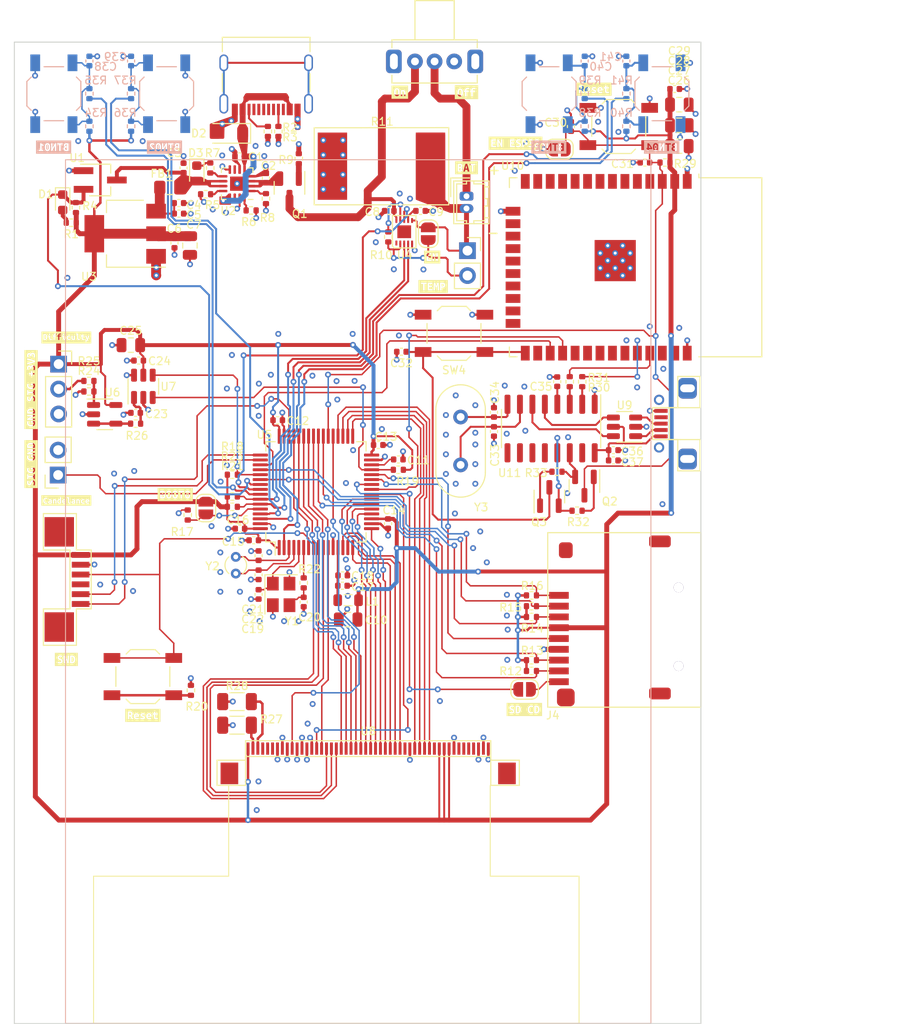
<source format=kicad_pcb>
(kicad_pcb (version 20221018) (generator pcbnew)
  (layers (0 "F.Cu" signal) (1 "In1.Cu" power) (2 "In2.Cu" power) (31 "B.Cu" signal) (34 "B.Paste" user) (35 "F.Paste" user) (36 "B.SilkS" user "B.Silkscreen") (37 "F.SilkS" user "F.Silkscreen") (38 "B.Mask" user) (39 "F.Mask" user) (44 "Edge.Cuts" user))
  (net 0 "")
  (net 1 "/ESP32_MCU/GND")
  (net 2 "/Power Input/BAT+")
  (net 3 "Net-(U3-VIN)")
  (net 4 "/ESP32_MCU/+3V3")
  (net 5 "/Power Input/BAT_IN+")
  (net 6 "Net-(U4-REG)")
  (net 7 "Net-(U5-VCAP_1)")
  (net 8 "+3.3VA")
  (net 9 "OSC_IN")
  (net 10 "Net-(C20-Pad1)")
  (net 11 "PC14")
  (net 12 "PC15")
  (net 13 "Net-(U7-Vin+)")
  (net 14 "PC7")
  (net 15 "PB3")
  (net 16 "Net-(D1-A)")
  (net 17 "Net-(D3-K)")
  (net 18 "Net-(J1-CC1)")
  (net 19 "Net-(J1-CC2)")
  (net 20 "unconnected-(J1-SHIELD-PadS1)")
  (net 21 "Net-(J2-Pin_1)")
  (net 22 "/Power Input/BAT_IN-")
  (net 23 "Net-(J3-Pin_2)")
  (net 24 "PB1")
  (net 25 "PC11")
  (net 26 "PD2")
  (net 27 "PB2")
  (net 28 "PC8")
  (net 29 "PC9")
  (net 30 "Net-(J4-SHIELD)")
  (net 31 "PA13")
  (net 32 "PA14")
  (net 34 "NRST")
  (net 35 "DIFFICULTY_SIGNAL")
  (net 36 "PA15")
  (net 37 "/ESP32_MCU/USB_D_IN-")
  (net 38 "/ESP32_MCU/USB_D_IN+")
  (net 40 "PB0")
  (net 41 "BOOT0")
  (net 42 "Net-(Q1-G)")
  (net 43 "Net-(U2-ILIM)")
  (net 44 "Net-(U2-ISET)")
  (net 45 "Net-(U2-!CHG)")
  (net 46 "Net-(U2-TS)")
  (net 47 "Net-(U4-THRM)")
  (net 48 "ADC_SDA")
  (net 49 "ADC_SCL")
  (net 50 "Net-(R20-Pad1)")
  (net 51 "PB7")
  (net 52 "OSC_OUT")
  (net 53 "PB6")
  (net 54 "Net-(U6-+)")
  (net 55 "Net-(U6--)")
  (net 56 "Net-(R27-Pad1)")
  (net 57 "Net-(R28-Pad1)")
  (net 58 "PB5")
  (net 59 "PB8")
  (net 60 "PB9")
  (net 61 "PC13")
  (net 66 "PB4")
  (net 67 "DISPLAY_D13")
  (net 68 "DISPLAY_D14")
  (net 69 "DISPLAY_D15")
  (net 70 "DISPLAY_D16")
  (net 71 "DISPLAY_D00")
  (net 72 "DISPLAY_D01")
  (net 73 "DISPLAY_D02")
  (net 74 "DISPLAY_D03")
  (net 75 "DISPLAY_D04")
  (net 76 "DISPLAY_D05")
  (net 77 "DISPLAY_D06")
  (net 78 "DISPLAY_D07")
  (net 79 "DISPLAY_D17")
  (net 80 "PC5")
  (net 81 "DISPLAY_RD")
  (net 82 "DISPLAY_WR")
  (net 83 "DISPLAY_DC")
  (net 84 "DISPLAY_CS")
  (net 85 "DISPLAY_RESET")
  (net 86 "DISPLAY_D08")
  (net 87 "DISPLAY_D09")
  (net 88 "DISPLAY_D10")
  (net 89 "DISPLAY_D11")
  (net 90 "DISPLAY_D12")
  (net 91 "PC10")
  (net 101 "/ESP32_MCU/USB_D-")
  (net 102 "/ESP32_MCU/USB_D+")
  (net 103 "/Power Input/PWR_OUT")
  (net 104 "/Power Input/VBUS")
  (net 105 "/ESP32_MCU/IO0")
  (net 106 "Net-(U11-XI)")
  (net 107 "Net-(U11-XO)")
  (net 108 "Net-(U11-V3)")
  (net 109 "/ESP32_MCU/ESP32_5V")
  (net 110 "Net-(C38-Pad1)")
  (net 111 "Net-(C39-Pad1)")
  (net 112 "Net-(C40-Pad1)")
  (net 113 "Net-(C41-Pad1)")
  (net 114 "Net-(Q2-B)")
  (net 115 "Net-(Q2-E)")
  (net 116 "Net-(Q3-B)")
  (net 117 "Net-(Q3-E)")
  (net 118 "/ESP32_MCU/RXD0")
  (net 119 "Net-(U11-TXD)")
  (net 120 "/ESP32_MCU/TXD0")
  (net 121 "Net-(U11-RXD)")
  (footprint "Capacitor_SMD:C_0402_1005Metric" (layer "F.Cu") (at 136.85 78.525)
    (fp_text reference "C12")
    (fp_text value "0.1uF")
  )
  (footprint "Resistor_SMD:R_1206_3216Metric" (layer "F.Cu") (at 132.7 107.2 180)
    (fp_text reference "R28")
    (fp_text value "10Ω")
  )
  (footprint "Package_TO_SOT_SMD:SOT-23W_Handsoldering" (layer "F.Cu") (at 118.75 54.05)
    (fp_text reference "U1")
    (fp_text value "APX803L05-36SA-7")
  )
  (footprint "Resistor_SMD:R_0402_1005Metric" (layer "F.Cu") (at 135.65 55.95 -90)
    (fp_text reference "R8")
    (fp_text value "10K")
  )
  (footprint "LED_SMD:LED_0603_1608Metric" (layer "F.Cu") (at 128.6 53.375 -90)
    (fp_text reference "D3")
    (fp_text value "Charging")
  )
  (footprint "LED_SMD:LED_0603_1608Metric" (layer "F.Cu") (at 114.925 56.325 -90)
    (fp_text reference "D1")
    (fp_text value "Power Alert")
  )
  (footprint "Resistor_SMD:R_0402_1005Metric" (layer "F.Cu") (at 135.85 49.1 -90)
    (fp_text reference "R2")
    (fp_text value "5.1kΩ")
  )
  (footprint "Package_TO_SOT_SMD:SOT-23" (layer "F.Cu") (at 164.55 86.3 90)
    (fp_text reference "Q3")
    (fp_text value "BC849")
  )
  (footprint "Resistor_SMD:R_0402_1005Metric" (layer "F.Cu") (at 148.125 59.85 90)
    (fp_text reference "R10")
    (fp_text value "10k")
  )
  (footprint "kibuzzard-66A1432C" (layer "F.Cu") (at 115.3 86.7)
    (fp_text reference "kibuzzard-66A1432C" hide)
    (fp_text value "G***" hide)
  )
  (footprint "Resistor_SMD:R_0402_1005Metric" (layer "F.Cu") (at 165.325 83.775)
    (fp_text reference "R33")
    (fp_text value "10k")
  )
  (footprint "Package_TO_SOT_SMD:SOT-23" (layer "F.Cu") (at 138.05 54.85 -90)
    (fp_text reference "Q1")
    (fp_text value "AO3401A")
  )
  (footprint "Capacitor_SMD:C_0402_1005Metric" (layer "F.Cu") (at 174.29 52.27 180)
    (fp_text reference "C31")
    (fp_text value "0.1uF")
  )
  (footprint "kibuzzard-66A146E2" (layer "F.Cu") (at 162 108)
    (fp_text reference "kibuzzard-66A146E2" hide)
    (fp_text value "G***" hide)
  )
  (footprint "kibuzzard-66A1459C" (layer "F.Cu") (at 152.7 64.9)
    (fp_text reference "kibuzzard-66A1459C" hide)
    (fp_text value "G***" hide)
  )
  (footprint "Resistor_SMD:R_0402_1005Metric" (layer "F.Cu") (at 117.6 74.525 180)
    (fp_text reference "R24")
    (fp_text value "10k")
  )
  (footprint "Custom:USB_C_Receptacle U262-161N-4BVC11" (layer "F.Cu") (at 135.675 44.35 180)
    (fp_text reference "J1" hide)
    (fp_text value "USB_C_Receptacle_PowerOnly_6P")
  )
  (footprint "kibuzzard-66A14601" (layer "F.Cu") (at 169.1 44.8)
    (fp_text reference "kibuzzard-66A14601" hide)
    (fp_text value "G***" hide)
  )
  (footprint "Capacitor_SMD:C_0805_2012Metric" (layer "F.Cu") (at 144.03 98.84 180)
    (fp_text reference "C10")
    (fp_text value "10uF")
  )
  (footprint "Jumper:SolderJumper-2_P1.3mm_Open_RoundedPad1.0x1.5mm" (layer "F.Cu") (at 152.2 59.525 -90)
    (fp_text reference "JP1" hide)
    (fp_text value "AIN_JMP")
  )
  (footprint "kibuzzard-66A14462" (layer "F.Cu") (at 149.3 45.1)
    (fp_text reference "kibuzzard-66A14462" hide)
    (fp_text value "G***" hide)
  )
  (footprint "kibuzzard-66A145A5" (layer "F.Cu") (at 152.6 61.9)
    (fp_text reference "kibuzzard-66A145A5" hide)
    (fp_text value "G***" hide)
  )
  (footprint "Capacitor_SMD:C_0805_2012Metric" (layer "F.Cu") (at 177.8 46.375)
    (fp_text reference "C28")
    (fp_text value "22uF")
  )
  (footprint "Resistor_SMD:R_0402_1005Metric" (layer "F.Cu") (at 162.725 97.475 180)
    (fp_text reference "R15")
    (fp_text value "10k")
  )
  (footprint "kibuzzard-66A145EF" (layer "F.Cu") (at 161.1 50.3)
    (fp_text reference "kibuzzard-66A145EF" hide)
    (fp_text value "G***" hide)
  )
  (footprint "Capacitor_SMD:C_0402_1005Metric" (layer "F.Cu") (at 143.475 94.34)
    (fp_text reference "C18")
    (fp_text value "0.1uF")
  )
  (footprint "kibuzzard-66A143CA" (layer "F.Cu") (at 123.1 108.6)
    (fp_text reference "kibuzzard-66A143CA" hide)
    (fp_text value "G***" hide)
  )
  (footprint "Capacitor_SMD:C_0402_1005Metric" (layer "F.Cu") (at 165.35 74.6 90)
    (fp_text reference "C35")
    (fp_text value "0.1uF")
  )
  (footprint "Package_SO:SOIC-16_3.9x9.9mm_P1.27mm" (layer "F.Cu") (at 164.725 79.375 -90)
    (fp_text reference "U11")
    (fp_text value "CH340G")
  )
  (footprint "Resistor_SMD:R_0402_1005Metric" (layer "F.Cu") (at 162.725 98.575 180)
    (fp_text reference "R14")
    (fp_text value "10k")
  )
  (footprint "Crystal:Crystal_SMD_Abracon_ABM8G-4Pin_3.2x2.5mm" (layer "F.Cu") (at 137.2 96.275 -90)
    (fp_text reference "Y1")
    (fp_text value "8MHz")
  )
  (footprint "Crystal:Crystal_HC49-4H_Vertical" (layer "F.Cu") (at 155.5 83.08 90)
    (fp_text reference "Y3")
    (fp_text value "12MHz")
  )
  (footprint "Capacitor_SMD:C_0402_1005Metric" (layer "F.Cu") (at 151.42 57.2)
    (fp_text reference "C9")
    (fp_text value "1uF")
  )
  (footprint "Capacitor_SMD:C_0805_2012Metric" (layer "F.Cu") (at 177.8 48.475)
    (fp_text reference "C27")
    (fp_text value "22uF")
  )
  (footprint "Package_TO_SOT_SMD:SOT-23-5" (layer "F.Cu") (at 119.2125 77.925)
    (fp_text reference "U6")
    (fp_text value "LMV321")
  )
  (footprint "Custom:Micro_USB_B_Female" (layer "F.Cu") (at 175.935 78.875 90)
    (fp_text reference "J8" hide)
    (fp_text value "ESP32 Programmer")
  )
  (footprint "Crystal:Crystal_Round_D1.5mm_Vertical" (layer "F.Cu") (at 132.575 92.45 -90)
    (fp_text reference "Y2")
    (fp_text value "32768Hz")
  )
  (footprint "kibuzzard-66A14397" (layer "F.Cu") (at 111.7 83 90)
    (fp_text reference "kibuzzard-66A14397" hide)
    (fp_text value "G***" hide)
  )
  (footprint "Resistor_SMD:R_0402_1005Metric" (layer "F.Cu") (at 134.14 57.15 180)
    (fp_text reference "R6")
    (fp_text value "590Ω")
  )
  (footprint "Button_Switch_SMD:SW_SPST_TL3342" (layer "F.Cu") (at 123.1 104.65)
    (fp_text reference "SW2" hide)
    (fp_text value "Reset Button")
  )
  (footprint "Capacitor_SMD:C_0402_1005Metric" (layer "F.Cu") (at 148.1 89.06 -90)
    (fp_text reference "C14")
    (fp_text value "0.1uF")
  )
  (footprint "Capacitor_SMD:C_0805_2012Metric" (layer "F.Cu") (at 177.8 50.6)
    (fp_text reference "C26")
    (fp_text value "22uF")
  )
  (footprint "Connector_PinSocket_2.54mm:PinSocket_1x02_P2.54mm_Vertical" (layer "F.Cu") (at 156.2 61.25)
    (fp_text reference "J3" hide)
    (fp_text value "THRM Socket")
  )
  (footprint "Diode_SMD:D_SOD-123F" (layer "F.Cu") (at 131.875 49.3 180)
    (fp_text reference "D2")
    (fp_text value "SMF6.0A")
  )
  (footprint "Resistor_SMD:R_0402_1005Metric" (layer "F.Cu") (at 167.9 74.6 -90)
    (fp_text reference "R30")
    (fp_text value "100")
  )
  (footprint "Capacitor_SMD:C_0402_1005Metric" (layer "F.Cu") (at 158.9 79.675 -90)
    (fp_text reference "C33")
    (fp_text value "15pF")
  )
  (footprint "Capacitor_SMD:C_0402_1005Metric" (layer "F.Cu") (at 135.65 53.85 90)
    (fp_text reference "C2")
    (fp_text value "4.7uF")
  )
  (footprint "Capacitor_SMD:C_0402_1005Metric" (layer "F.Cu") (at 177.325 44.775)
    (fp_text reference "C29")
    (fp_text value "0.1uF")
  )
  (footprint "Capacitor_SMD:C_0402_1005Metric" (layer "F.Cu") (at 134.9 96.275 90)
    (fp_text reference "C19")
    (fp_text value "26pF")
  )
  (footprint "Connector_Hirose:Hirose_DF13-02P-1.25DSA_1x02_P1.25mm_Vertical" (layer "F.Cu") (at 156.1 55.7 -90)
    (fp_text reference "J2" hide)
    (fp_text value "Battery Terminal")
  )
  (footprint "Resistor_SMD:R_0402_1005Metric" (layer "F.Cu") (at 128 106.05 90)
    (fp_text reference "R20")
    (fp_text value "10k")
  )
  (footprint "Resistor_SMD:R_0402_1005Metric" (layer "F.Cu") (at 166.625 74.6 -90)
    (fp_text reference "R31")
    (fp_text value "100")
  )
  (footprint "Capacitor_SMD:C_0402_1005Metric" (layer "F.Cu") (at 171.07 82.625)
    (fp_text reference "C37")
    (fp_text value "0.1uF")
  )
  (footprint "Custom:ER-TFT035-6" (layer "F.Cu") (at 146.075 111.985)
    (fp_text reference "U8")
    (fp_text value "ER-TFT035-6")
  )
  (footprint "Jumper:SolderJumper-2_P1.3mm_Open_RoundedPad1.0x1.5mm" (layer "F.Cu") (at 165.575 50.9)
    (fp_text reference "JP4" hide)
    (fp_text value "EN_ESP32")
  )
  (footprint "Package_TO_SOT_SMD:SOT-223-3_TabPin2" (layer "F.Cu") (at 121.3 59.525 180)
    (fp_text reference "U3")
    (fp_text value "LDL1117S33R")
  )
  (footprint "Capacitor_SMD:C_0402_1005Metric" (layer "F.Cu") (at 166.75 48.6 90)
    (fp_text reference "C30")
    (fp_text value "0.1uF")
  )
  (footprint "Resistor_SMD:R_0402_1005Metric" (layer "F.Cu") (at 116.275 56.86 90)
    (fp_text reference "R4")
    (fp_text value "100k")
  )
  (footprint "Package_TO_SOT_SMD:SOT-23-6" (layer "F.Cu") (at 123.15 75.075 90)
    (fp_text reference "U7")
    (fp_text value "MCP3421A0T-ECH")
  )
  (footprint "Custom:AFA07-S06FCA-00" (layer "F.Cu") (at 116.75 94.75 -90)
    (fp_text reference "J5" hide)
    (fp_text value "SWD")
  )
  (footprint "kibuzzard-66A145C4" (layer "F.Cu") (at 156.1 52.8)
    (fp_text reference "kibuzzard-66A145C4" hide)
    (fp_text value "G***" hide)
  )
  (footprint "Resistor_SMD:R_0402_1005Metric" (layer "F.Cu") (at 115.8 58.4 180)
    (fp_text reference "R1")
    (fp_text value "1.5k")
  )
  (footprint "Capacitor_SMD:C_0402_1005Metric" (layer "F.Cu") (at 149.47 71.55 180)
    (fp_text reference "C32")
    (fp_text value "0.1uF")
  )
  (footprint "Capacitor_SMD:C_0402_1005Metric" (layer "F.Cu") (at 132.97 51.65 180)
    (fp_text reference "C1")
    (fp_text value "1uF")
  )
  (footprint "Capacitor_SMD:C_0402_1005Metric" (layer "F.Cu") (at 139.5 97.05 -90)
    (fp_text reference "C20")
    (fp_text value "26pF")
  )
  (footprint "Capacitor_SMD:C_0402_1005Metric" (layer "F.Cu") (at 134.9 94.28 -90)
    (fp_text reference "C22")
    (fp_text value "12pF")
  )
  (footprint "Resistor_SMD:R_0402_1005Metric" (layer "F.Cu") (at 127.675 88.185 90)
    (fp_text reference "R17")
    (fp_text value "10k")
  )
  (footprint "kibuzzard-66A14469" (layer "F.Cu") (at 156.1 45.1)
    (fp_text reference "kibuzzard-66A14469" hide)
    (fp_text value "G***" hide)
  )
  (footprint "Capacitor_SMD:C_0402_1005Metric" (layer "F.Cu") (at 127.25 52.82 90)
    (fp_text reference "C3")
    (fp_text value "4.7uF")
  )
  (footprint "Resistor_SMD:R_0402_1005Metric" (layer "F.Cu") (at 132.225 87.35)
    (fp_text reference "R21")
    (fp_text value "2k2")
  )
  (footprint "Resistor_SMD:R_0402_1005Metric" (layer "F.Cu") (at 162.725 102.975 180)
    (fp_text reference "R13")
    (fp_text value "10k")
  )
  (footprint "Button_Switch_SMD:SW_SPST_TL3342" (layer "F.Cu") (at 154.825 69.675 180)
    (fp_text reference "SW4")
    (fp_text value "Flash BTN")
  )
  (footprint "Resistor_SMD:R_0402_1005Metric" (layer "F.Cu") (at 139.5 95.1 90)
    (fp_text reference "R22")
    (fp_text value "100")
  )
  (footprint "Resistor_SMD:R_0402_1005Metric" (layer "F.Cu") (at 122.3625 78.875)
    (fp_text reference "R26")
    (fp_text value "220")
  )
  (footprint "Capacitor_SMD:C_0402_1005Metric" (layer "F.Cu") (at 171.075 81.575)
    (fp_text reference "C36")
    (fp_text value "4.7uF")
  )
  (footprint "Resistor_SMD:R_0402_1005Metric" (layer "F.Cu") (at 176.34 52.27)
    (fp_text reference "R29")
    (fp_text value "10k")
  )
  (footprint "Custom:Resistor_SMD_4527" (layer "F.Cu") (at 147.43 52.6425 90)
    (fp_text reference "R11")
    (fp_text value "10mΩ")
  )
  (footprint "Custom:MicroSD-TF-015" (layer "F.Cu") (at 165.525 98.621 90)
    (fp_text reference "J4")
    (fp_text value "Micro_SD_Card")
  )
  (footprint "Jumper:SolderJumper-2_P1.3mm_Open_RoundedPad1.0x1.5mm" (layer "F.Cu") (at 162.025 105.95)
    (fp_text reference "JP2" hide)
    (fp_text value "SD_CD JP")
  )
  (footprint "kibuzzard-66A14353" (layer "F.Cu") (at 115.3 70.1)
    (fp_text reference "kibuzzard-66A14353" hide)
    (fp_text value "G***" hide)
  )
  (footprint "Capacitor_SMD:C_0402_1005Metric" (layer "F.Cu") (at 158.9 77.725 90)
    (fp_text reference "C34")
    (fp_text value "15pF")
  )
  (footprint "Resistor_SMD:R_0402_1005Metric" (layer "F.Cu") (at 139 51.875 90)
    (fp_text reference "R9")
    (fp_text value "10K")
  )
  (footprint "Resistor_SMD:R_0402_1005Metric" (layer "F.Cu") (at 132.225 84.075)
    (fp_text reference "R18")
    (fp_text value "2k2")
  )
  (footprint "Capacitor_SMD:C_0402_1005Metric" (layer "F.Cu") (at 122.675 72.45)
    (fp_text reference "C24")
    (fp_text value "0.1uF")
  )
  (footprint "kibuzzard-66A14776" (layer "F.Cu") (at 126.4 86.1)
    (fp_text reference "kibuzzard-66A14776" hide)
    (fp_text value "G***" hide)
  )
  (footprint "Package_QFP:LQFP-64_10x10mm_P0.5mm" (layer "F.Cu") (at 140.75 85.825 90)
    (fp_text reference "U5")
    (fp_text value "STM32F446RETx")
  )
  (footprint "kibuzzard-66A143C0" (layer "F.Cu") (at 115.3 102.9)
    (fp_text reference "kibuzzard-66A143C0" hide)
    (fp_text value "G***" hide)
  )
  (footprint "Resistor_SMD:R_0402_1005Metric" (layer "F.Cu") (at 149.15 83.575 180)
    (fp_text reference "R19")
    (fp_text value "2k2")
  )
  (footprint "Custom:Toggle-Switch-SK12D07VG4" (layer "F.Cu") (at 152.845 41.97 180)
    (fp_text reference "SW1" hide)
    (fp_text value "Enable")
  )
  (footprint "Package_DFN_QFN:VQFN-16-1EP_3x3mm_P0.5mm_EP1.45x1.45mm" (layer "F.Cu") (at 132.7175 54.425 180)
    (fp_text reference "U2")
    (fp_text value "BQ24078RGTR")
  )
  (footprint "Capacitor_SMD:C_0402_1005Metric" (layer "F.Cu") (at 143.455 95.39)
    (fp_text reference "C17")
    (fp_text value "1uF")
  )
  (footprint "Jumper:SolderJumper-2_P1.3mm_Open_RoundedPad1.0x1.5mm" (layer "F.Cu") (at 129.525 87.475 90)
    (fp_text reference "JP3" hide)
    (fp_text value "Jumper_2_Open")
  )
  (footprint "Capacitor_SMD:C_0402_1005Metric" (layer "F.Cu") (at 133 89.575 180)
    (fp_text reference "C16")
    (fp_text value "0.1uF")
  )
  (footprint "Capacitor_SMD:C_0402_1005Metric" (layer "F.Cu") (at 122.3625 77.775 180)
    (fp_text reference "C23")
    (fp_text value "1uF")
  )
  (footprint "Resistor_SMD:R_0402_1005Metric" (layer "F.Cu") (at 162.725 96.375 180)
    (fp_text reference "R16")
    (fp_text value "10k")
  )
  (footprint "Package_TO_SOT_SMD:SOT-23-6" (layer "F.Cu") (at 172.2125 79.2 180)
    (fp_text reference "U9")
    (fp_text value "USBLC6-2SC6")
  )
  (footprint "Capacitor_SMD:C_0402_1005Metric" (layer "F.Cu") (at 147.1 81.05)
    (fp_text reference "C13")
    (fp_text value "0.1uF")
  )
  (footprint "Capacitor_SMD:C_0402_1005Metric" (layer "F.Cu") (at 126.325 60.475 -90)
    (fp_text reference "C6")
    (fp_text value "0.1uF")
  )
  (footprint "Capacitor_SMD:C_0402_1005Metric" (layer "F.Cu") (at 149.15 82.525)
    (fp_text reference "C11")
    (fp_text value "4.7uF")
  )
  (footprint "Capacitor_SMD:C_0402_1005Metric" (layer "F.Cu") (at 134.41 90.76 180)
    (fp_text reference "C15")
    (fp_text value "0.1uF")
  )
  (footprint "Inductor_SMD:L_0805_2012Metric_Pad1.15x1.40mm_HandSolder" (layer "F.Cu") (at 125.85 54.825 180)
    (fp_text reference "FB1")
    (fp_text value "FerriteBead_Small")
  )
  (footprint "Capacitor_SMD:C_0402_1005Metric" (layer "F.Cu") (at 148.225 57.2 180)
    (fp_text reference "C8")
    (fp_text value "0.1uF")
  )
  (footprint "Inductor_SMD:L_0805_2012Metric" (layer "F.Cu") (at 144.03 96.865)
    (fp_text reference "L1")
    (fp_text value "39nH")
  )
  (footprint "Custom:TDFN-EP-10-2.0x2.5" (layer "F.Cu") (at 149.75 59.325)
    (fp_text reference "U4")
    (fp_text value "MAX17055ETB+T")
  )
  (footprint "Resistor_SMD:R_1206_3216Metric" (layer "F.Cu") (at 132.7 109.6 180)
    (fp_text reference "R27")
    (fp_text value "10Ω")
  )
  (footprint "Connector_PinSocket_2.54mm:PinSocket_1x02_P2.54mm_Vertical" (layer "F.Cu") (at 114.4625 84.11 180)
    (fp_text reference "J7" hide)
    (fp_text value "Candelance Header")
  )
  (footprint "Capacitor_SMD:C_0402_1005Metric" (layer "F.Cu") (at 126.775 56.4)
    (fp_text reference "C4")
    (fp_text value "4.7uF")
  )
  (footprint "Connector_PinSocket_2.54mm:PinSocket_1x03_P2.54mm_Vertical" (layer "F.Cu") (at 114.5125 72.81)
    (fp_text reference "J6" hide)
    (fp_text value "Difficulty Header")
  )
  (footprint "Resistor_SMD:R_0402_1005Metric" (layer "F.Cu") (at 129.975 52.825 -90)
    (fp_text reference "R7")
    (fp_text value "1K")
  )
  (footprint "Resistor_SMD:R_0402_1005Metric" (layer "F.Cu") (at 167.375 87.75 180)
    (fp_text reference "R32")
    (fp_text value "10k")
  )
  (footprint "RF_Module:ESP32-WROOM-32" (layer "F.Cu") (at 170.3525 62.9425 -90)
    (fp_text reference "U10")
    (fp_text value "ESP32-WROOM-32")
  )
  (footprint "Capacitor_SMD:C_0805_2012Metric" (layer "F.Cu") (at 127.9 60.725 -90)
    (fp_text reference "C7")
    (fp_text value "10uF")
  )
  (footprint "Capacitor_SMD:C_0805_2012Metric" (layer "F.Cu") (at 121.875 70.875 180)
    (fp_text reference "C25")
    (fp_text value "10uF")
  )
  (footprint "Resistor_SMD:R_0402_1005Metric" (layer "F.Cu") (at 129.5 55.5)
    (fp_text reference "R5")
    (fp_text value "1K1Ω")
  )
  (footprint "Resistor_SMD:R_0402_1005Metric" (layer "F.Cu") (at 136.92 49.1 -90)
    (fp_text reference "R3")
    (fp_text value "5.1kΩ")
  )
  (footprint "Resistor_SMD:R_0402_1005Metric" (layer "F.Cu") (at 162.725 104.075 180)
    (fp_text reference "R12")
    (fp_text value "10k")
  )
  (footprint "Button_Switch_SMD:SW_SPST_TL3342" (layer "F.Cu") (at 171.625 48.6 180)
    (fp_text reference "SW3" hide)
    (fp_text value "Reset BTN")
  )
  (footprint "Package_TO_SOT_SMD:SOT-23" (layer "F.Cu") (at 168.125 85.2375 -90)
    (fp_text reference "Q2")
    (fp_text value "BC849")
  )
  (footprint "Resistor_SMD:R_0402_1005Metric" (layer "F.Cu") (at 132.225 86.3)
    (fp_text reference "R23")
    (fp_text value "2k2")
  )
  (footprint "Resistor_SMD:R_0402_1005Metric" (layer "F.Cu") (at 117.6 75.6)
    (fp_text reference "R25")
    (fp_text value "10k")
  )
  (footprint "kibuzzard-66A14385" (layer "F.Cu") (at 111.7 75.4 90)
    (fp_text reference "kibuzzard-66A14385" hide)
    (fp_text value "G***" hide)
  )
  (footprint "Capacitor_SMD:C_0402_1005Metric" (layer "F.Cu") (at 134.9 92.325 90)
    (fp_text reference "C21")
    (fp_text value "12pF")
  )
  (footprint "Capacitor_SMD:C_0402_1005Metric" (layer "F.Cu") (at 126.78 57.475)
    (fp_text reference "C5")
    (fp_text value "0.1uF")
  )
  (footprint "Button_Switch_SMD:SW_SPST_TL3342" (layer "B.Cu") (at 114.025 45.26 -90)
    (fp_text reference "SW5" hide)
    (fp_text value "Button_01")
  )
  (footprint "Button_Switch_SMD:SW_SPST_TL3342" (layer "B.Cu") (at 164.525 45.26 -90)
    (fp_text reference "SW7" hide)
    (fp_text value "Button_01")
  )
  (footprint "Button_Switch_SMD:SW_SPST_TL3342" (layer "B.Cu") (at 125.525 45.26 90)
    (fp_text reference "SW6" hide)
    (fp_text value "Button_01")
  )
  (footprint "Resistor_SMD:R_0402_1005Metric" (layer "B.Cu") (at 168.15 48.575 90)
    (fp_text reference "R38")
    (fp_text value "10K")
  )
  (footprint "Capacitor_SMD:C_0402_1005Metric" (layer "B.Cu") (at 168.15 41.925 90)
    (fp_text reference "C40")
    (fp_text value "0.1uF")
  )
  (footprint "Resistor_SMD:R_0402_1005Metric" (layer "B.Cu") (at 121.9 45.25 -90)
    (fp_text reference "R37")
    (fp_text value "1K")
  )
  (footprint "kibuzzard-66A1489C" (layer "B.Cu") (at 176 50.7 180)
    (fp_text reference "kibuzzard-66A1489C" hide)
    (fp_text value "G***" hide)
  )
  (footprint "Resistor_SMD:R_0402_1005Metric" (layer "B.Cu") (at 117.65 48.575 90)
    (fp_text reference "R34")
    (fp_text value "10K")
  )
  (footprint "Button_Switch_SMD:SW_SPST_TL3342" (layer "B.Cu") (at 176.025 45.26 90)
    (fp_text reference "SW8" hide)
    (fp_text value "Button_01")
  )
  (footprint "Resistor_SMD:R_0402_1005Metric" (layer "B.Cu") (at 117.65 45.25 -90)
    (fp_text reference "R35")
    (fp_text value "1K")
  )
  (footprint "Capacitor_SMD:C_0402_1005Metric" (layer "B.Cu") (at 172.4 41.925 90)
    (fp_text reference "C41")
    (fp_text value "0.1uF")
  )
  (footprint "kibuzzard-66A14875" (layer "B.Cu") (at 125.3 50.7 180)
    (fp_text reference "kibuzzard-66A14875" hide)
    (fp_text value "G***" hide)
  )
  (footprint "Capacitor_SMD:C_0402_1005Metric" (layer "B.Cu") (at 117.65 41.925 90)
    (fp_text reference "C38")
    (fp_text value "0.1uF")
  )
  (footprint "Resistor_SMD:R_0402_1005Metric" (layer "B.Cu") (at 168.15 45.25 -90)
    (fp_text reference "R39")
    (fp_text value "1K")
  )
  (footprint "Resistor_SMD:R_0402_1005Metric" (layer "B.Cu") (at 172.4 48.575 90)
    (fp_text reference "R40")
    (fp_text value "10K")
  )
  (footprint "Resistor_SMD:R_0402_1005Metric" (layer "B.Cu") (at 121.9 48.575 90)
    (fp_text reference "R36")
    (fp_text value "10K")
  )
  (footprint "Capacitor_SMD:C_0402_1005Metric" (layer "B.Cu") (at 121.9 41.925 90)
    (fp_text reference "C39")
    (fp_text value "0.1uF")
  )
  (footprint "Resistor_SMD:R_0402_1005Metric" (layer "B.Cu") (at 172.4 45.25 -90)
    (fp_text reference "R41")
    (fp_text value "1K")
  )
  (footprint "kibuzzard-66A1487C" (layer "B.Cu") (at 114 50.7 180)
    (fp_text reference "kibuzzard-66A1487C" hide)
    (fp_text value "G***" hide)
  )
  (footprint "kibuzzard-66A14886" (layer "B.Cu") (at 164.5 50.7 180)
    (fp_text reference "kibuzzard-66A14886" hide)
    (fp_text value "G***" hide)
  )
  (gr_line (start 110 40) (end 110 140) (stroke (width 0.1)) (layer "Edge.Cuts"))
  (gr_line (start 180 140) (end 180 40) (stroke (width 0.1)) (layer "Edge.Cuts"))
  (gr_line (start 180 40) (end 110 40) (stroke (width 0.1)) (layer "Edge.Cuts"))
  (gr_line (start 110 140) (end 180 140) (stroke (width 0.1)) (layer "Edge.Cuts"))
  (gr_text "+" (at 158.2 53.6) (layer "F.SilkS") (effects (font (size 1 1)) (justify left bottom)))
  (gr_text "-" (at 158.1 60) (layer "F.SilkS") (effects (font (size 1 1)) (justify left bottom)))
  (segment (start 118.075 77.925) (end 116.965 77.925) (width 0.25) (layer "F.Cu") (net 1))
  (segment (start 135.65 52.65) (end 135.64 52.64) (width 0.5) (layer "F.Cu") (net 1))
  (segment (start 135.85 50.37) (end 135.84 50.38) (width 0.5) (layer "F.Cu") (net 1))
  (segment (start 166.75 48.12) (end 166.75 47.33) (width 0.2) (layer "F.Cu") (net 1))
  (segment (start 116.75 93.25) (end 118.14 93.25) (width 0.25) (layer "F.Cu") (net 1))
  (segment (start 164.925 50.9) (end 163.98 50.9) (width 0.2) (layer "F.Cu") (net 1))
  (segment (start 117.09 75.6) (end 116.59 75.6) (width 0.25) (layer "F.Cu") (net 1))
  (segment (start 121.315 77.775) (end 121.12 77.97) (width 0.25) (layer "F.Cu") (net 1))
  (segment (start 135.65 56.46) (end 135.65 57.18) (width 0.2) (layer "F.Cu") (net 1))
  (segment (start 143.94 97.98) (end 143.08 98.84) (width 0.25) (layer "F.Cu") (net 1))
  (segment (start 122.2 73.9375) (end 121.4525 73.9375) (width 0.25) (layer "F.Cu") (net 1))
  (segment (start 137.825 113.085) (end 137.82 113.09) (width 0.25) (layer "F.Cu") (net 1))
  (segment (start 165.525 101.871) (end 163.981 101.871) (width 0.5) (layer "F.Cu") (net 1))
  (segment (start 124.47 62.97) (end 124.45 62.99) (width 1) (layer "F.Cu") (net 1))
  (segment (start 127.975 57.475) (end 127.98 57.47) (width 0.2) (layer "F.Cu") (net 1))
  (segment (start 169.17 75.46) (end 169.16 75.45) (width 0.2) (layer "F.Cu") (net 1))
  (segment (start 174.44 79.2) (end 174.45 79.19) (width 0.2) (layer "F.Cu") (net 1))
  (segment (start 126.325 61.675) (end 126.33 61.68) (width 0.2) (layer "F.Cu") (net 1))
  (segment (start 139.325 110.875) (end 139.33 110.87) (width 0.25) (layer "F.Cu") (net 1))
  (segment (start 148.99 72.355) (end 148.985 72.36) (width 0.25) (layer "F.Cu") (net 1))
  (segment (start 142.5 91.5) (end 142.5 90.24) (width 0.25) (layer "F.Cu") (net 1))
  (segment (start 143.935 95.39) (end 144.51 95.39) (width 0.25) (layer "F.Cu") (net 1))
  (segment (start 148.1 89.54) (end 148.1 90.27) (width 0.25) (layer "F.Cu") (net 1))
  (segment (start 178.75 48.475) (end 178.75 48.65) (width 0.2) (layer "F.Cu") (net 1))
  (segment (start 148.99 71.55) (end 148.99 72.355) (width 0.25) (layer "F.Cu") (net 1))
  (segment (start 177.805 44.775) (end 178.585 44.775) (width 0.2) (layer "F.Cu") (net 1))
  (segment (start 127.98 56.4) (end 127.99 56.39) (width 0.2) (layer "F.Cu") (net 1))
  (segment (start 116.965 77.925) (end 116.95 77.91) (width 0.25) (layer "F.Cu") (net 1))
  (segment (start 147.13 57.84) (end 147.745 57.225) (width 0.4) (layer "F.Cu") (net 1))
  (segment (start 138.825 111.985) (end 138.825 113.095) (width 0.25) (layer "F.Cu") (net 1))
  (segment (start 127.255 56.4) (end 127.98 56.4) (width 0.2) (layer "F.Cu") (net 1))
  (segment (start 147.78 82.23) (end 147.435 82.575) (width 0.25) (layer "F.Cu") (net 1))
  (segment (start 147.79 89.54) (end 148.1 89.54) (width 0.25) (layer "F.Cu") (net 1))
  (segment (start 135.85 49.61) (end 135.85 50.37) (width 0.5) (layer "F.Cu") (net 1))
  (segment (start 134.65 57.15) (end 134.65 57.92) (width 0.2) (layer "F.Cu") (net 1))
  (segment (start 132.26 107.2) (end 132.27 107.19) (width 0.25) (layer "F.Cu") (net 1))
  (segment (start 150.55 60.95) (end 150.55 60.4735) (width 0.2) (layer "F.Cu") (net 1))
  (segment (start 144.65 95.25) (end 144.65 94.83) (width 0.25) (layer "F.Cu") (net 1))
  (segment (start 139.825 113.105) (end 139.83 113.11) (width 0.25) (layer "F.Cu") (net 1))
  (segment (start 178.75 46.6) (end 179.46 47.31) (width 0.2) (layer "F.Cu") (net 1))
  (segment (start 128.99 55.5) (end 128.99 55.95) (width 0.2) (layer "F.Cu") (net 1))
  (segment (start 150.375 67.775) (end 150.37 67.78) (width 0.25) (layer "F.Cu") (net 1))
  (segment (start 173.09 52.27) (end 173.08 52.26) (width 0.2) (layer "F.Cu") (net 1))
  (segment (start 158.9 77.245) (end 158.9 76.5) (width 0.2) (layer "F.Cu") (net 1))
  (segment (start 175.935 77.575) (end 174.805 77.575) (width 0.2) (layer "F.Cu") (net 1))
  (segment (start 157.325 111.985) (end 157.325 113.095) (width 0.25) (layer "F.Cu") (net 1))
  (segment (start 131.2375 109.6) (end 132.27 109.6) (width 0.25) (layer "F.Cu") (net 1))
  (segment (start 132.52 89.575) (end 131.795 89.575) (width 0.25) (layer "F.Cu") (net 1))
  (segment (start 172.275 81.575) (end 172.29 81.56) (width 0.2) (layer "F.Cu") (net 1))
  (segment (start 132.49 51.21) (end 132.17 50.89) (width 0.5) (layer "F.Cu") (net 1))
  (segment (start 137.5 80.15) (end 137.5 79.16) (width 0.2) (layer "F.Cu") (net 1))
  (segment (start 137.325 110.875) (end 137.33 110.87) (width 0.25) (layer "F.Cu") (net 1))
  (segment (start 139.325 111.985) (end 139.325 110.875) (width 0.25) (layer "F.Cu") (net 1))
  (segment (start 131.5375 52.9875) (end 131.21 52.66) (width 0.2) (layer "F.Cu") (net 1))
  (segment (start 136.35 98.53) (end 136.36 98.54) (width 0.15) (layer "F.Cu") (net 1))
  (segment (start 135.65 53.37) (end 135.65 52.65) (width 0.5) (layer "F.Cu") (net 1))
  (segment (start 178.585 44.775) (end 178.6 44.76) (width 0.2) (layer "F.Cu") (net 1))
  (segment (start 124.45 62.95) (end 124.47 62.97) (width 1) (layer "F.Cu") (net 1))
  (segment (start 131.9675 52.9875) (end 131.5375 52.9875) (width 0.2) (layer "F.Cu") (net 1))
  (segment (start 133.93 90.76) (end 133.2 90.76) (width 0.25) (layer "F.Cu") (net 1))
  (segment (start 127.9 62.63) (end 127.91 62.64) (width 0.2) (layer "F.Cu") (net 1))
  (segment (start 139 50.39) (end 139 51.365) (width 0.5) (layer "F.Cu") (net 1))
  (segment (start 157.975 67.775) (end 156.685 67.775) (width 0.25) (layer "F.Cu") (net 1))
  (segment (start 128.99 55.95) (end 129.33 56.29) (width 0.2) (layer "F.Cu") (net 1))
  (segment (start 165.35 74.12) (end 164.58 74.12) (width 0.2) (layer "F.Cu") (net 1))
  (segment (start 134.9 96.755) (end 134.135 96.755) (width 0.15) (layer "F.Cu") (net 1))
  (segment (start 150.325 111.985) (end 150.325 113.125) (width 0.25) (layer "F.Cu") (net 1))
  (segment (start 144.51 95.39) (end 144.65 95.25) (width 0.25) (layer "F.Cu") (net 1))
  (segment (start 178.6025 71.6925) (end 178.6025 70.3975) (width 0.25) (layer "F.Cu") (net 1))
  (segment (start 136.035 89.075) (end 135.075 89.075) (width 0.15) (layer "F.Cu") (net 1))
  (segment (start 168.475 46.7) (end 169.8 46.7) (width 0.2) (layer "F.Cu") (net 1))
  (segment (start 158.325 113.085) (end 158.33 113.09) (width 0.25) (layer "F.Cu") (net 1))
  (segment (start 148.1 90.27) (end 148.11 90.28) (width 0.25) (layer "F.Cu") (net 1))
  (segment (start 148.27 81.05) (end 148.29 81.03) (width 0.25) (layer "F.Cu") (net 1))
  (segment (start 124.45 61.825) (end 124.45 62.95) (width 1) (layer "F.Cu") (net 1))
  (segment (start 131.2375 107.2) (end 132.26 107.2) (width 0.25) (layer "F.Cu") (net 1))
  (segment (start 160.8425 57.2325) (end 159.6075 57.2325) (width 0.5) (layer "F.Cu") (net 1))
  (segment (start 159.6075 57.2325) (end 159.6 57.24) (width 0.5) (layer "F.Cu") (net 1))
  (segment (start 132.9675 56.7125) (end 132.71 56.97) (width 0.2) (layer "F.Cu") (net 1))
  (segment (start 136.4 89.44) (end 136.035 89.075) (width 0.15) (layer "F.Cu") (net 1))
  (segment (start 173.35 79.2) (end 174.44 79.2) (width 0.2) (layer "F.Cu") (net 1))
  (segment (start 146.425 89.075) (end 147.325 89.075) (width 0.25) (layer "F.Cu") (net 1))
  (segment (start 124.45 63.75) (end 124.47 63.77) (width 1) (layer "F.Cu") (net 1))
  (segment (start 127.26 57.475) (end 127.975 57.475) (width 0.2) (layer "F.Cu") (net 1))
  (segment (start 118.14 93.25) (end 118.16 93.23) (width 0.25) (layer "F.Cu") (net 1))
  (segment (start 121.4525 73.9375) (end 121.45 73.94) (width 0.25) (layer "F.Cu") (net 1))
  (segment (start 137.825 111.985) (end 137.825 113.085) (width 0.25) (layer "F.Cu") (net 1))
  (segment (start 163.981 101.871) (end 163.98 101.87) (width 0.5) (layer "F.Cu") (net 1))
  (segment (start 138.05 95.175) (end 138.05 94.01) (width 0.15) (layer "F.Cu") (net 1))
  (segment (start 169.17 76.9) (end 169.17 75.46) (width 0.2) (layer "F.Cu") (net 1))
  (segment (start 119.975 70.875) (end 119.97 70.87) (width 0.25) (layer "F.Cu") (net 1))
  (segment (start 127.9 61.675) (end 127.9 62.63) (width 0.2) (layer "F.Cu") (net 1))
  (segment (start 124.45 62.99) (end 124.45 63.75) (width 1) (layer "F.Cu") (net 1))
  (segment (start 134.9 91.845) (end 134.155 91.845) (width 0.15) (layer "F.Cu") (net 1))
  (segment (start 178.6025 70.3975) (end 178.61 70.39) (width 0.25) (layer "F.Cu") (net 1))
  (segment (start 134.135 96.755) (end 134.13 96.76) (width 0.15) (layer "F.Cu") (net 1))
  (segment (start 117.05 53.1) (end 115.59 53.1) (width 0.4) (layer "F.Cu") (net 1))
  (segment (start 136.825 113.085) (end 136.83 113.09) (width 0.25) (layer "F.Cu") (net 1))
  (segment (start 132.9675 55.8625) (end 132.9675 56.7125) (width 0.2) (layer "F.Cu") (net 1))
  (segment (start 123.15 76.2125) (end 123.15 76.96) (width 0.25) (layer "F.Cu") (net 1))
  (segment (start 174.775 46.7) (end 174.775 45.745) (width 0.2) (layer "F.Cu") (net 1))
  (segment (start 136.92 50.38) (end 136.93 50.39) (width 0.5) (layer "F.Cu") (net 1))
  (segment (start 156.685 67.775) (end 156.68 67.77) (width 0.25) (layer "F.Cu") (net 1))
  (segment (start 115.59 53.1) (end 115.58 53.09) (width 0.4) (layer "F.Cu") (net 1))
  (segment (start 172.275 82.625) (end 172.28 82.62) (width 0.2) (layer "F.Cu") (net 1))
  (segment (start 133.2 90.76) (end 133.19 90.77) (width 0.15) (layer "F.Cu") (net 1))
  (segment (start 121.8825 77.775) (end 121.315 77.775) (width 0.25) (layer "F.Cu") (net 1))
  (segment (start 136.35 97.375) (end 136.35 98.53) (width 0.15) (layer "F.Cu") (net 1))
  (segment (start 158.325 111.985) (end 158.325 113.085) (width 0.25) (layer "F.Cu") (net 1))
  (segment (start 131.795 89.575) (end 131.79 89.58) (width 0.15) (layer "F.Cu") (net 1))
  (segment (start 134.155 91.845) (end 134.14 91.86) (width 0.15) (layer "F.Cu") (net 1))
  (segment (start 136.92 49.61) (end 136.92 50.38) (width 0.5) (layer "F.Cu") (net 1))
  (segment (start 178.75 48.65) (end 179.46 49.36) (width 0.2) (layer "F.Cu") (net 1))
  (segment (start 126.325 60.955) (end 126.325 61.675) (width 0.2) (layer "F.Cu") (net 1))
  (segment (start 171.55 82.625) (end 172.275 82.625) (width 0.2) (layer "F.Cu") (net 1))
  (segment (start 143.955 93.615) (end 143.97 93.6) (width 0.25) (layer "F.Cu") (net 1))
  (segment (start 157.825 111.985) (end 157.825 110.865) (width 0.25) (layer "F.Cu") (net 1))
  (segment (start 120.925 70.875) (end 119.975 70.875) (width 0.25) (layer "F.Cu") (net 1))
  (segment (start 154.825 111.985) (end 154.825 110.875) (width 0.25) (layer "F.Cu") (net 1))
  (segment (start 143.955 94.34) (end 143.955 93.615) (width 0.25) (layer "F.Cu") (net 1))
  (segment (start 166.75 47.33) (end 166.37 46.95) (width 0.2) (layer "F.Cu") (net 1))
  (segment (start 128 105.54) (end 128 104.82) (width 0.25) (layer "F.Cu") (net 1))
  (segment (start 151.675 67.775) (end 150.375 67.775) (width 0.25) (layer "F.Cu") (net 1))
  (segment (start 127.675 87.675) (end 127.075 87.675) (width 0.15) (layer "F.Cu") (net 1))
  (segment (start 132.49 51.65) (end 132.49 51.21) (width 0.5) (layer "F.Cu") (net 1))
  (segment (start 122.195 72.45) (end 121.47 72.45) (width 0.25) (layer "F.Cu") (net 1))
  (segment (start 137.325 111.985) (end 137.325 110.875) (width 0.25) (layer "F.Cu") (net 1))
  (segment (start 138.825 113.095) (end 138.83 113.1) (width 0.25) (layer "F.Cu") (net 1))
  (segment (start 150.325 113.125) (end 150.33 113.13) (width 0.25) (layer "F.Cu") (net 1))
  (segment (start 174.805 77.575) (end 174.8 77.57) (width 0.2) (layer "F.Cu") (net 1))
  (segment (start 147.745 57.225) (end 147.745 57.2) (width 0.4) (layer "F.Cu") (net 1))
  (segment (start 174.775 45.745) (end 174.78 45.74) (width 0.2) (layer "F.Cu") (net 1))
  (segment (start 150.82 61.22) (end 150.55 60.95) (width 0.2) (layer "F.Cu") (net 1))
  (segment (start 139.825 111.985) (end 139.825 113.105) (width 0.25) (layer "F.Cu") (net 1))
  (segment (start 149.63 81.7) (end 149.63 82.525) (width 0.25) (layer "F.Cu") (net 1))
  (segment (start 128 104.82) (end 127.99 104.81) (width 0.25) (layer "F.Cu") (net 1))
  (segment (start 137.5 79.16) (end 137.33 78.99) (width 0.2) (layer "F.Cu") (net 1))
  (segment (start 139.5 97.53) (end 139.5 98.26) (width 0.25) (layer "F.Cu") (net 1))
  (segment (start 123.15 76.96) (end 123.64 77.45) (width 0.25) (layer "F.Cu") (net 1))
  (segment (start 116.59 75.6) (end 116.24 75.95) (width 0.25) (layer "F.Cu") (net 1))
  (segment (start 147.435 82.575) (end 146.425 82.575) (width 0.25) (layer "F.Cu") (net 1))
  (segment (start 134.9 94.76) (end 134.12 94.76) (width 0.15) (layer "F.Cu") (net 1))
  (segment (start 171.555 81.575) (end 172.275 81.575) (width 0.2) (layer "F.Cu") (net 1))
  (segment (start 137.33 78.525) (end 137.33 77.76) (width 0.2) (layer "F.Cu") (net 1))
  (segment (start 137.33 78.99) (end 137.33 78.525) (width 0.2) (layer "F.Cu") (net 1))
  (segment (start 147.325 89.075) (end 147.79 89.54) (width 0.25) (layer "F.Cu") (net 1))
  (segment (start 140.325 111.045) (end 140.325 111.985) (width 0.25) (layer "F.Cu") (net 1))
  (segment (start 178.6025 52.9175) (end 178.62 52.9) (width 0.5) (layer "F.Cu") (net 1))
  (segment (start 178.75 50.6) (end 178.75 51.8) (width 0.2) (layer "F.Cu") (net 1))
  (segment (start 136.825 111.985) (end 136.825 113.085) (width 0.25) (layer "F.Cu") (net 1))
  (segment (start 137.33 77.76) (end 137.32 77.75) (width 0.2) (layer "F.Cu") (net 1))
  (segment (start 147.58 81.05) (end 148.27 81.05) (width 0.25) (layer "F.Cu") (net 1))
  (segment (start 154.825 110.875) (end 154.83 110.87) (width 0.25) (layer "F.Cu") (net 1))
  (segment (start 127.075 87.675) (end 126.75 88) (width 0.15) (layer "F.Cu") (net 1))
  (segment (start 178.75 46.375) (end 178.75 46.6) (width 0.2) (layer "F.Cu") (net 1))
  (segment (start 140.15 110.87) (end 140.325 111.045) (width 0.25) (layer "F.Cu") (net 1))
  (segment (start 158.9 80.155) (end 158.9 80.9) (width 0.2) (layer "F.Cu") (net 1))
  (segment (start 151.9 57.2) (end 152.69 57.2) (width 0.4) (layer "F.Cu") (net 1))
  (segment (start 173.81 52.27) (end 173.09 52.27) (width 0.2) (layer "F.Cu") (net 1))
  (segment (start 127.25 52.34) (end 127.25 51.61) (width 0.2) (layer "F.Cu") (net 1))
  (segment (start 157.325 113.095) (end 157.32 113.1) (width 0.25) (layer "F.Cu") (net 1))
  (segment (start 143.94 97.76) (end 143.94 97.98) (width 0.25) (layer "F.Cu") (net 1))
  (segment (start 178.6025 54.1925) (end 178.6025 52.9175) (width 0.5) (layer "F.Cu") (net 1))
  (segment (start 157.825 110.865) (end 157.83 110.86) (width 0.25) (layer "F.Cu") (net 1))
  (via (at 154 84) (size 0.6) (drill 0.3) (layers "F.Cu" "B.Cu") (net 1))
  (via (at 173.08 52.26) (size 0.6) (drill 0.3) (layers "F.Cu" "B.Cu") (net 1))
  (via (at 121.12 41.45) (size 0.6) (drill 0.3) (layers "F.Cu" "B.Cu") (net 1))
  (via (at 149.29 55.43) (size 0.6) (drill 0.3) (layers "F.Cu" "B.Cu") (net 1))
  (via (at 148.11 90.28) (size 0.6) (drill 0.3) (layers "F.Cu" "B.Cu") (net 1))
  (via (at 146.85 60.39) (size 0.6) (drill 0.3) (layers "F.Cu" "B.Cu") (net 1))
  (via (at 150.37 67.78) (size 0.6) (drill 0.3) (layers "F.Cu" "B.Cu") (net 1))
  (via (at 157 77) (size 0.6) (drill 0.3) (layers "F.Cu" "B.Cu") (net 1))
  (via (at 176.08 87.08) (size 0.6) (drill 0.3) (layers "F.Cu" "B.Cu") (net 1))
  (via (at 150.29 107.11) (size 0.6) (drill 0.3) (layers "F.Cu" "B.Cu") (net 1))
  (via (at 132.71 56.97) (size 0.6) (drill 0.3) (layers "F.Cu" "B.Cu") (net 1))
  (via (at 143.97 93.6) (size 0.6) (drill 0.3) (layers "F.Cu" "B.Cu") (net 1))
  (via (at 137.32 77.75) (size 0.6) (drill 0.3) (layers "F.Cu" "B.Cu") (net 1))
  (via (at 131.67 83.12) (size 0.6) (drill 0.3) (layers "F.Cu" "B.Cu") (net 1))
  (via (at 141.5 53.5) (size 0.6) (drill 0.3) (layers "F.Cu" "B.Cu") (net 1))
  (via (at 143.5 53.5) (size 0.6) (drill 0.3) (layers "F.Cu" "B.Cu") (net 1))
  (via (at 154 82) (size 0.6) (drill 0.3) (layers "F.Cu" "B.Cu") (net 1))
  (via (at 169.8 46.7) (size 0.6) (drill 0.3) (layers "F.Cu" "B.Cu") (net 1))
  (via (at 133.19 90.77) (size 0.6) (drill 0.3) (layers "F.Cu" "B.Cu") (net 1))
  (via (at 126.75 88) (size 0.6) (drill 0.3) (layers "F.Cu" "B.Cu") (net 1))
  (via (at 121.12 77.97) (size 0.6) (drill 0.3) (layers "F.Cu" "B.Cu") (net 1))
  (via (at 160.26 102.94) (size 0.6) (drill 0.3) (layers "F.Cu" "B.Cu") (net 1))
  (via (at 135.65 57.18) (size 0.6) (drill 0.3) (layers "F.Cu" "B.Cu") (net 1))
  (via (at 123.08 50.09) (size 0.6) (drill 0.3) (layers "F.Cu" "B.Cu") (net 1))
  (via (at 143.5 51.5) (size 0.6) (drill 0.3) (layers "F.Cu" "B.Cu") (net 1))
  (via (at 132.12 48.02) (size 0.6) (drill 0.3) (layers "F.Cu" "B.Cu") (net 1))
  (via (at 174.78 68.97) (size 0.6) (drill 0.3) (layers "F.Cu" "B.Cu") (net 1))
  (via (at 178.6 44.76) (size 0.6) (drill 0.3) (layers "F.Cu" "B.Cu") (net 1))
  (via (at 159.6 57.24) (size 0.6) (drill 0.3) (layers "F.Cu" "B.Cu") (net 1))
  (via (at 171.65 41.45) (size 0.6) (drill 0.3) (layers "F.Cu" "B.Cu") (net 1))
  (via (at 138.05 94.01) (size 0.6) (drill 0.3) (layers "F.Cu" "B.Cu") (net 1))
  (via (at 127.91 62.64) (size 0.6) (drill 0.3) (layers "F.Cu" "B.Cu") (net 1))
  (via (at 179.46 49.36) (size 0.6) (drill 0.3) (layers "F.Cu" "B.Cu") (net 1))
  (via (at 144 96.43) (size 0.6) (drill 0.3) (layers "F.Cu" "B.Cu") (net 1))
  (via (at 131 96) (size 0.6) (drill 0.3) (layers "F.Cu" "B.Cu") (net 1))
  (via (at 127.43 43.42) (size 0.6) (drill 0.3) (layers "F.Cu" "B.Cu") (net 1))
  (via (at 131 92) (size 0.6) (drill 0.3) (layers "F.Cu" "B.Cu") (net 1))
  (via (at 116.95 77.91) (size 0.6) (drill 0.3) (layers "F.Cu" "B.Cu") (net 1))
  (via (at 156.68 67.77) (size 0.6) (drill 0.3) (layers "F.Cu" "B.Cu") (net 1))
  (via (at 148.985 72.36) (size 0.6) (drill 0.3) (layers "F.Cu" "B.Cu") (net 1))
  (via (at 157 79.8) (size 0.6) (drill 0.3) (layers "F.Cu" "B.Cu") (net 1))
  (via (at 172.29 81.56) (size 0.6) (drill 0.3) (layers "F.Cu" "B.Cu") (net 1))
  (via (at 140.41 107.44) (size 0.6) (drill 0.3) (layers "F.Cu" "B.Cu") (net 1))
  (via (at 112.11 43.42) (size 0.6) (drill 0.3) (layers "F.Cu" "B.Cu") (net 1))
  (via (at 168.93 41.45) (size 0.6) (drill 0.3) (layers "F.Cu" "B.Cu") (net 1))
  (via (at 161.02 53.11) (size 0.6) (drill 0.3) (layers "F.Cu" "B.Cu") (net 1))
  (via (at 142.93 76.42) (size 0.6) (drill 0.3) (layers "F.Cu" "B.Cu") (net 1))
  (via (at 137.5 99) (size 0.6) (drill 0.3) (layers "F.Cu" "B.Cu") (net 1))
  (via (at 163.98 50.9) (size 0.6) (drill 0.3) (layers "F.Cu" "B.Cu") (net 1))
  (via (at 147.13 57.84) (size 0.6) (drill 0.3) (layers "F.Cu" "B.Cu") (net 1))
  (via (at 136.93 50.39) (size 0.6) (drill 0.3) (layers "F.Cu" "B.Cu") (net 1))
  (via (at 115.58 53.09) (size 0.6) (drill 0.3) (layers "F.Cu" "B.Cu") (net 1))
  (via (at 131.2 48.34) (size 0.6) (drill 0.3) (layers "F.Cu" "B.Cu") (net 1))
  (via (at 120.17 83.96) (size 0.6) (drill 0.3) (layers "F.Cu" "B.Cu") (net 1))
  (via (at 154.83 110.87) (size 0.6) (drill 0.3) (layers "F.Cu" "B.Cu") (net 1))
  (via (at 137.33 110.87) (size 0.6) (drill 0.3) (layers "F.Cu" "B.Cu") (net 1))
  (via (at 122.22 83.7) (size 0.6) (drill 0.3) (layers "F.Cu" "B.Cu") (net 1))
  (via (at 138.88 47.84) (size 0.6) (drill 0.3) (layers "F.Cu" "B.Cu") (net 1))
  (via (at 160.22 96.31) (size 0.6) (drill 0.3) (layers "F.Cu" "B.Cu") (net 1))
  (via (at 131 94) (size 0.6) (drill 0.3) (layers "F.Cu" "B.Cu") (net 1))
  (via (at 135 99) (size 0.6) (drill 0.3) (layers "F.Cu" "B.Cu") (net 1))
  (via (at 134.89 115.33) (size 0.6) (drill 0.3) (layers "F.Cu" "B.Cu") (net 1))
  (via (at 140.15 110.87) (size 0.6) (drill 0.3) (layers "F.Cu" "B.Cu") (net 1))
  (via (at 127.98 57.47) (size 0.6) (drill 0.3) (layers "F.Cu" "B.Cu") (net 1))
  (via (at 178.75 51.8) (size 0.6) (drill 0.3) (layers "F.Cu" "B.Cu") (net 1))
  (via (at 155 76) (size 0.6) (drill 0.3) (layers "F.Cu" "B.Cu") (net 1))
  (via (at 139.9 109.44) (size 0.6) (drill 0.3) (layers "F.Cu" "B.Cu") (net 1))
  (via (at 153.39 107.14) (size 0.6) (drill 0.3) (layers "F.Cu" "B.Cu") (net 1))
  (via (at 119.97 70.87) (size 0.6) (drill 0.3) (layers "F.Cu" "B.Cu") (net 1))
  (via (at 157 81) (size 0.6) (drill 0.3) (layers "F.Cu" "B.Cu") (net 1))
  (via (at 147.47 79.43) (size 0.6) (drill 0.3) (layers "F.Cu" "B.Cu") (net 1))
  (via (at 143.8 92.72) (size 0.6) (drill 0.3) (layers "F.Cu" "B.Cu") (net 1))
  (via (at 139.83 113.11) (size 0.6) (drill 0.3) (layers "F.Cu" "B.Cu") (net 1))
  (via (at 166.37 46.95) (size 0.6) (drill 0.3) (layers "F.Cu" "B.Cu") (net 1))
  (via (at 163.59 48.41) (size 0.6) (drill 0.3) (layers "F.Cu" "B.Cu") (net 1))
  (via (at 137.82 113.09) (size 0.6) (drill 0.3) (layers "F.Cu" "B.Cu") (net 1))
  (via (at 176.17 73.29) (size 0.6) (drill 0.3) (layers "F.Cu" "B.Cu") (net 1))
  (via (at 133 96) (size 0.6) (drill 0.3) (layers "F.Cu" "B.Cu") (net 1))
  (via (at 157 83) (size 0.6) (drill 0.3) (layers "F.Cu" "B.Cu") (net 1))
  (via (at 123.64 77.45) (size 0.6) (drill 0.3) (layers "F.Cu" "B.Cu") (net 1))
  (via (at 134.59 50.58) (size 0.6) (drill 0.3) (layers "F.Cu" "B.Cu") (net 1))
  (via (at 143.5 50) (size 0.6) (drill 0.3) (layers "F.Cu" "B.Cu") (net 1))
  (via (at 131.58 57.37) (size 0.6) (drill 0.3) (layers "F.Cu" "B.Cu") (net 1))
  (via (at 158.17 93.01) (size 0.6) (drill 0.3) (layers "F.Cu" "B.Cu") (net 1))
  (via (at 116.24 75.95) (size 0.6) (drill 0.3) (layers "F.Cu" "B.Cu") (net 1))
  (via (at 152.69 57.2) (size 0.6) (drill 0.3) (layers "F.Cu" "B.Cu") (net 1))
  (via (at 148.69 63.15) (size 0.6) (drill 0.3) (layers "F.Cu" "B.Cu") (net 1))
  (via (at 118.45 41.45) (size 0.6) (drill 0.3) (layers "F.Cu" "B.Cu") (net 1))
  (via (at 131.79 89.58) (size 0.6) (drill 0.3) (layers "F.Cu" "B.Cu") (net 1))
  (via (at 136.83 113.09) (size 0.6) (drill 0.3) (layers "F.Cu" "B.Cu") (net 1))
  (via (at 141.5 55) (size 0.6) (drill 0.3) (layers "F.Cu" "B.Cu") (net 1))
  (via (at 151.71 63.17) (size 0.6) (drill 0.3) (layers "F.Cu" "B.Cu") (net 1))
  (via (at 132.17 50.89) (size 0.6) (drill 0.3) (layers "F.Cu" "B.Cu") (net 1))
  (via (at 173.5 75.18) (size 0.6) (drill 0.3) (layers "F.Cu" "B.Cu") (net 1))
  (via (at 140.39 73.99) (size 0.6) (drill 0.3) (layers "F.Cu" "B.Cu") (net 1))
  (via (at 134.12 94.76) (size 0.6) (drill 0.3) (layers "F.Cu" "B.Cu") (net 1))
  (via (at 139 50.39) (size 0.6) (drill 0.3) (layers "F.Cu" "B.Cu") (net 1))
  (via (at 136.15 73.89) (size 0.6) (drill 0.3) (layers "F.Cu" "B.Cu") (net 1))
  (via (at 116.51 50.08) (size 0.6) (drill 0.3) (layers "F.Cu" "B.Cu") (net 1))
  (via (at 143.5 55) (size 0.6) (drill 0.3) (layers "F.Cu" "B.Cu") (net 1))
  (via (at 150.82 61.22) (size 0.6) (drill 0.3) (layers "F.Cu" "B.Cu") (net 1))
  (via (at 169.16 75.45) (size 0.6) (drill 0.3) (layers "F.Cu" "B.Cu") (net 1))
  (via (at 138.88 48.65) (size 0.6) (drill 0.3) (layers "F.Cu" "B.Cu") (net 1))
  (via (at 160 75) (size 0.6) (drill 0.3) (layers "F.Cu" "B.Cu") (net 1))
  (via (at 157.5 89.86) (size 0.6) (drill 0.3) (layers "F.Cu" "B.Cu") (net 1))
  (via (at 147.78 82.23) (size 0.6) (drill 0.3) (layers "F.Cu" "B.Cu") (net 1))
  (via (at 143.94 97.76) (size 0.6) (drill 0.3) (layers "F.Cu" "B.Cu") (net 1))
  (via (at 154.92 88.03) (size 0.6) (drill 0.3) (layers "F.Cu" "B.Cu") (net 1))
  (via (at 132.27 107.19) (size 0.6) (drill 0.3) (layers "F.Cu" "B.Cu") (net 1))
  (via (at 138.83 113.1) (size 0.6) (drill 0.3) (layers "F.Cu" "B.Cu") (net 1))
  (via (at 143.81 84.93) (size 0.6) (drill 0.3) (layers "F.Cu" "B.Cu") (net 1))
  (via (at 157.83 110.86) (size 0.6) (drill 0.3) (layers "F.Cu" "B.Cu") (net 1))
  (via (at 169.52 48.11) (size 0.6) (drill 0.3) (layers "F.Cu" "B.Cu") (net 1))
  (via (at 178.62 52.9) (size 0.6) (drill 0.3) (layers "F.Cu" "B.Cu") (net 1))
  (via (at 132.18 71.88) (size 0.6) (drill 0.3) (layers "F.Cu" "B.Cu") (net 1))
  (via (at 139.5 98.26) (size 0.6) (drill 0.3) (layers "F.Cu" "B.Cu") (net 1))
  (via (at 135.99 91.98) (size 0.6) (drill 0.3) (layers "F.Cu" "B.Cu") (net 1))
  (via (at 139.33 110.87) (size 0.6) (drill 0.3) (layers "F.Cu" "B.Cu") (net 1))
  (via (at 144.69 74.52) (size 0.6) (drill 0.3) (layers "F.Cu" "B.Cu") (net 1))
  (via (at 157.32 113.1) (size 0.6) (drill 0.3) (layers "F.Cu" "B.Cu") (net 1))
  (via (at 160.22 98.43) (size 0.6) (drill 0.3) (layers "F.Cu" "B.Cu") (net 1))
  (via (at 135.84 50.38) (size 0.6) (drill 0.3) (layers "F.Cu" "B.Cu") (net 1))
  (via (at 134.93 74.8) (size 0.6) (drill 0.3) (layers "F.Cu" "B.Cu") (net 1))
  (via (at 162 75.1) (size 0.6) (drill 0.3) (layers "F.Cu" "B.Cu") (net 1))
  (via (at 144.54 81.58) (size 0.6) (drill 0.3) (layers "F.Cu" "B.Cu") (net 1))
  (via (at 178.61 70.39) (size 0.6) (drill 0.3) (layers "F.Cu" "B.Cu") (net 1))
  (via (at 136.36 98.54) (size 0.6) (drill 0.3) (layers "F.Cu" "B.Cu") (net 1))
  (via (at 134.71 118.25) (size 0.6) (drill 0.3) (layers "F.Cu" "B.Cu") (net 1))
  (via (at 134.13 96.76) (size 0.6) (drill 0.3) (layers "F.Cu" "B.Cu") (net 1))
  (via (at 164.58 74.12) (size 0.6) (drill 0.3) (layers "F.Cu" "B.Cu") (net 1))
  (via (at 156.77 91.56) (size 0.6) (drill 0.3) (layers "F.Cu" "B.Cu") (net 1))
  (via (at 131.19 51.55) (size 0.6) (drill 0.3) (layers "F.Cu" "B.Cu") (net 1))
  (via (at 131.21 52.66) (size 0.6) (drill 0.3) (layers "F.Cu" "B.Cu") (net 1))
  (via (at 149.63 81.7) (size 0.6) (drill 0.3) (layers "F.Cu" "B.Cu") (net 1))
  (via (at 163.98 101.87) (size 0.6) (drill 0.3) (layers "F.Cu" "B.Cu") (net 1))
  (via (at 179.46 47.31) (size 0.6) (drill 0.3) (layers "F.Cu" "B.Cu") (net 1))
  (via (at 158.33 113.09) (size 0.6) (drill 0.3) (layers "F.Cu" "B.Cu") (net 1))
  (via (at 148.29 81.03) (size 0.6) (drill 0.3) (layers "F.Cu" "B.Cu") (net 1))
  (via (at 134.14 91.86) (size 0.6) (drill 0.3) (layers "F.Cu" "B.Cu") (net 1))
  (via (at 172.41 70.39) (size 0.6) (drill 0.3) (layers "F.Cu" "B.Cu") (net 1))
  (via (at 149.21 69.89) (size 0.6) (drill 0.3) (layers "F.Cu" "B.Cu") (net 1))
  (via (at 136.4 89.44) (size 0.6) (drill 0.3) (layers "F.Cu" "B.Cu") (net 1))
  (via (at 177.79 69.12) (size 0.6) (drill 0.3) (layers "F.Cu" "B.Cu") (net 1))
  (via (at 163.61 42.11) (size 0.6) (drill 0.3) (layers "F.Cu" "B.Cu") (net 1))
  (via (at 141.5 50) (size 0.6) (drill 0.3) (layers "F.Cu" "B.Cu") (net 1))
  (via (at 124.47 62.97) (size 0.6) (drill 0.3) (layers "F.Cu" "B.Cu") (net 1))
  (via (at 144.49 69.73) (size 0.6) (drill 0.3) (layers "F.Cu" "B.Cu") (net 1))
  (via (at 127.99 104.81) (size 0.6) (drill 0.3) (layers "F.Cu" "B.Cu") (net 1))
  (via (at 150.34 55.95) (size 0.6) (drill 0.3) (layers "F.Cu" "B.Cu") (net 1))
  (via (at 158.9 76.5) (size 0.6) (drill 0.3) (layers "F.Cu" "B.Cu") (net 1))
  (via (at 174.78 45.74) (size 0.6) (drill 0.3) (layers "F.Cu" "B.Cu") (net 1))
  (via (at 118.75 95.27) (size 0.6) (drill 0.3) (layers "F.Cu" "B.Cu") (net 1))
  (via (at 154 80) (size 0.6) (drill 0.3) (layers "F.Cu" "B.Cu") (net 1))
  (via (at 139 99) (size 0.6) (drill 0.3) (layers "F.Cu" "B.Cu") (net 1))
  (via (at 134.65 57.92) (size 0.6) (drill 0.3) (layers "F.Cu" "B.Cu") (net 1))
  (via (at 131.67 75.3) (size 0.6) (drill 0.3) (layers "F.Cu" "B.Cu") (net 1))
  (via (at 162.1 79.6) (size 0.6) (drill 0.3) (layers "F.Cu" "B.Cu") (net 1))
  (via (at 160.2 79.9) (size 0.6) (drill 0.3) (layers "F.Cu" "B.Cu") (net 1))
  (via (at 118.16 93.23) (size 0.6) (drill 0.3) (layers "F.Cu" "B.Cu") (net 1))
  (via (at 131.03 84.78) (size 0.6) (drill 0.3) (layers "F.Cu" "B.Cu") (net 1))
  (via (at 166.46 80.26) (size 0.6) (drill 0.3) (layers "F.Cu" "B.Cu") (net 1))
  (via (at 157 85) (size 0.6) (drill 0.3) (layers "F.Cu" "B.Cu") (net 1))
  (via (at 127.25 51.61) (size 0.6) (drill 0.3) (layers "F.Cu" "B.Cu") (net 1))
  (via (at 174.8 77.57) (size 0.6) (drill 0.3) (layers "F.Cu" "B.Cu") (net 1))
  (via (at 178.9 42.12) (size 0.6) (drill 0.3) (layers "F.Cu" "B.Cu") (net 1))
  (via (at 142.5 90.24) (size 0.6) (drill 0.3) (layers "F.Cu" "B.Cu") (net 1))
  (via (at 124.47 63.77) (size 0.6) (drill 0.3) (layers "F.Cu" "B.Cu") (net 1))
  (via (at 134 98) (size 0.6) (drill 0.3) (layers "F.Cu" "B.Cu") (net 1))
  (via (at 112.13 47.1) (size 0.6) (drill 0.3) (layers "F.Cu" "B.Cu") (net 1))
  (via (at 134.91 78.08) (size 0.6) (drill 0.3) (layers "F.Cu" "B.Cu") (net 1))
  (via (at 155 85) (size 0.6) (drill 0.3) (layers "F.Cu" "B.Cu") (net 1))
  (via (at 154 78) (size 0.6) (drill 0.3) (layers "F.Cu" "B.Cu") (net 1))
  (via (at 136.91 69.73) (size 0.6) (drill 0.3) (layers "F.Cu" "B.Cu") (net 1))
  (via (at 160.3 99.86) (size 0.6) (drill 0.3) (layers "F.Cu" "B.Cu") (net 1))
  (via (at 135.48 51.61) (size 0.6) (drill 0.3) (layers "F.Cu" "B.Cu") (net 1))
  (via (at 132.71 54.42) (size 0.6) (drill 0.3) (layers "F.Cu" "B.Cu") (net 1))
  (via (at 158.9 80.9) (size 0.6) (drill 0.3) (layers "F.Cu" "B.Cu") (net 1))
  (via (at 162.19 50.34) (size 0.6) (drill 0.3) (layers "F.Cu" "B.Cu") (net 1))
  (via (at 130.23 57.05) (size 0.6) (drill 0.3) (layers "F.Cu" "B.Cu") (net 1))
  (via (at 177.87 49.71) (size 0.6) (drill 0.3) (layers "F.Cu" "B.Cu") (net 1))
  (via (at 115.41 64.02) (size 0.6) (drill 0.3) (layers "F.Cu" "B.Cu") (net 1))
  (via (at 174.45 79.19) (size 0.6) (drill 0.3) (layers "F.Cu" "B.Cu") (net 1))
  (via (at 127.42 47.09) (size 0.6) (drill 0.3) (layers "F.Cu" "B.Cu") (net 1))
  (via (at 166.38 85.96) (size 0.6) (drill 0.3) (layers "F.Cu" "B.Cu") (net 1))
  (via (at 122.1 95.93) (size 0.6) (drill 0.3) (layers "F.Cu" "B.Cu") (net 1))
  (via (at 127.99 56.39) (size 0.6) (drill 0.3) (layers "F.Cu" "B.Cu") (net 1))
  (via (at 150.33 113.13) (size 0.6) (drill 0.3) (layers "F.Cu" "B.Cu") (net 1))
  (via (at 172.28 82.62) (size 0.6) (drill 0.3) (layers "F.Cu" "B.Cu") (net 1))
  (via (at 121.45 73.94) (size 0.6) (drill 0.3) (layers "F.Cu" "B.Cu") (net 1))
  (via (at 129.33 56.29) (size 0.6) (drill 0.3) (layers "F.Cu" "B.Cu") (net 1))
  (via (at 130.1 89.32) (size 0.6) (drill 0.3) (layers "F.Cu" "B.Cu") (net 1))
  (via (at 141.5 51.5) (size 0.6) (drill 0.3) (layers "F.Cu" "B.Cu") (net 1))
  (via (at 121.47 72.45) (size 0.6) (drill 0.3) (layers "F.Cu" "B.Cu") (net 1))
  (via (at 171.59 49.15) (size 0.6) (drill 0.3) (layers "F.Cu" "B.Cu") (net 1))
  (via (at 135.64 52.64) (size 0.6) (drill 0.3) (layers "F.Cu" "B.Cu") (net 1))
  (via (at 142.85 74.54) (size 0.6) (drill 0.3) (layers "F.Cu" "B.Cu") (net 1))
  (via (at 144.65 94.83) (size 0.6) (drill 0.3) (layers "F.Cu" "B.Cu") (net 1))
  (via (at 132.27 109.6) (size 0.6) (drill 0.3) (layers "F.Cu" "B.Cu") (net 1))
  (via (at 126.33 61.68) (size 0.6) (drill 0.3) (layers "F.Cu" "B.Cu") (net 1))
  (segment (start 171.655 41.445) (end 171.65 41.45) (width 0.2) (layer "B.Cu") (net 1))
  (segment (start 118.445 41.445) (end 118.45 41.45) (width 0.15) (layer "B.Cu") (net 1))
  (segment (start 112.125 47.105) (end 112.13 47.1) (width 0.15) (layer "B.Cu") (net 1))
  (segment (start 162.625 48.41) (end 163.59 48.41) (width 0.2) (layer "B.Cu") (net 1))
  (segment (start 162.625 42.11) (end 163.61 42.11) (width 0.2) (layer "B.Cu") (net 1))
  (segment (start 168.925 41.445) (end 168.93 41.45) (width 0.2) (layer "B.Cu") (net 1))
  (segment (start 177.925 42.11) (end 178.89 42.11) (width 0.2) (layer "B.Cu") (net 1))
  (segment (start 121.125 41.445) (end 121.12 41.45) (width 0.15) (layer "B.Cu") (net 1))
  (segment (start 172.4 41.445) (end 171.655 41.445) (width 0.2) (layer "B.Cu") (net 1))
  (segment (start 168.15 41.445) (end 168.925 41.445) (width 0.2) (layer "B.Cu") (net 1))
  (segment (start 117.65 41.445) (end 118.445 41.445) (width 0.15) (layer "B.Cu") (net 1))
  (segment (start 177.925 48.41) (end 177.925 49.655) (width 0.2) (layer "B.Cu") (net 1))
  (segment (start 127.425 43.415) (end 127.43 43.42) (width 0.15) (layer "B.Cu") (net 1))
  (segment (start 127.425 47.095) (end 127.42 47.09) (width 0.15) (layer "B.Cu") (net 1))
  (segment (start 127.425 42.11) (end 127.425 43.415) (width 0.15) (layer "B.Cu") (net 1))
  (segment (start 121.9 41.445) (end 121.125 41.445) (width 0.15) (layer "B.Cu") (net 1))
  (segment (start 127.425 48.41) (end 127.425 47.095) (width 0.15) (layer "B.Cu") (net 1))
  (segment (start 112.125 48.41) (end 112.125 47.105) (width 0.15) (layer "B.Cu") (net 1))
  (segment (start 178.89 42.11) (end 178.9 42.12) (width 0.2) (layer "B.Cu") (net 1))
  (segment (start 112.125 42.11) (end 112.125 43.405) (width 0.15) (layer "B.Cu") (net 1))
  (segment (start 112.125 43.405) (end 112.11 43.42) (width 0.15) (layer "B.Cu") (net 1))
  (segment (start 177.925 49.655) (end 177.87 49.71) (width 0.2) (layer "B.Cu") (net 1))
  (segment (start 124.7 57.475) (end 124.45 57.225) (width 0.2) (layer "F.Cu") (net 3))
  (segment (start 126.295 56.4) (end 126.295 57.47) (width 0.2) (layer "F.Cu") (net 3))
  (segment (start 126.3 57.475) (end 124.7 57.475) (width 0.2) (layer "F.Cu") (net 3))
  (segment (start 124.825 56.85) (end 124.45 57.225) (width 1) (layer "F.Cu") (net 3))
  (segment (start 124.825 54.825) (end 124.825 56.85) (width 1) (layer "F.Cu") (net 3))
  (segment (start 126.295 57.47) (end 126.3 57.475) (width 0.2) (layer "F.Cu") (net 3))
  (segment (start 176.85 50.6) (end 176.85 49.5) (width 0.5) (layer "F.Cu") (net 4))
  (segment (start 162.21 98.57) (end 162.215 98.575) (width 0.25) (layer "F.Cu") (net 4))
  (segment (start 162.21 96.38) (end 162.215 96.375) (width 0.25) (layer "F.Cu") (net 4))
  (segment (start 118.77 56.37) (end 118.77 52.25) (width 0.25) (layer "F.Cu") (net 4))
  (segment (start 121.89 92.25) (end 122.5 91.64) (width 0.5) (layer "F.Cu") (net 4))
  (segment (start 177.3325 54.1925) (end 177.3325 53.2825) (width 0.5) (layer "F.Cu") (net 4))
  (segment (start 133.82 119.27) (end 153.32 119.27) (width 0.5) (layer "F.Cu") (net 4))
  (segment (start 136.68 91.5) (end 135.94 90.76) (width 0.2) (layer "F.Cu") (net 4))
  (segment (start 161.345 102.975) (end 161.34 102.97) (width 0.25) (layer "F.Cu") (net 4))
  (segment (start 136.49 79.07) (end 136.37 78.95) (width 0.2) (layer "F.Cu") (net 4))
  (segment (start 129.525 86.825) (end 130.515 86.825) (width 0.5) (layer "F.Cu") (net 4))
  (segment (start 177.3325 57.1175) (end 177.3325 54.1925) (width 0.5) (layer "F.Cu") (net 4))
  (segment (start 112.49 72.81) (end 112.14 73.16) (width 0.5) (layer "F.Cu") (net 4))
  (segment (start 118.15 56.99) (end 118.77 56.37) (width 0.25) (layer "F.Cu") (net 4))
  (segment (start 176.85 49.5) (end 176.85 48.475) (width 0.5) (layer "F.Cu") (net 4))
  (segment (start 133.6 90.1) (end 134.74 90.1) (width 0.2) (layer "F.Cu") (net 4))
  (segment (start 118.77 52.25) (end 118.27 51.75) (width 0.25) (layer "F.Cu") (net 4))
  (segment (start 136.89 70.86) (end 144.51 70.86) (width 0.4) (layer "F.Cu") (net 4))
  (segment (start 170.399 99.671) (end 165.525 99.671) (width 0.5) (layer "F.Cu") (net 4))
  (segment (start 161.34 99.92) (end 162.302 99.92) (width 0.25) (layer "F.Cu") (net 4))
  (segment (start 146.62 80.16) (end 146.62 81.05) (width 0.4) (layer "F.Cu") (net 4))
  (segment (start 131.715 87.35) (end 131.715 86.3) (width 0.2) (layer "F.Cu") (net 4))
  (segment (start 157.29 93.94) (end 157.28 93.95) (width 0.5) (layer "F.Cu") (net 4))
  (segment (start 133.48 89.575) (end 135.075 89.575) (width 0.2) (layer "F.Cu") (net 4))
  (segment (start 136.37 77.73) (end 136.37 78.525) (width 0.2) (layer "F.Cu") (net 4))
  (segment (start 153.325 111.985) (end 153.325 119.265) (width 0.2) (layer "F.Cu") (net 4))
  (segment (start 162.215 102.975) (end 161.345 102.975) (width 0.25) (layer "F.Cu") (net 4))
  (segment (start 116.31 58.4) (end 116.31 57.405) (width 0.5) (layer "F.Cu") (net 4))
  (segment (start 120.35 76.975) (end 119.395 76.975) (width 0.2) (layer "F.Cu") (net 4))
  (segment (start 119.26 76.84) (end 119.26 74.05) (width 0.2) (layer "F.Cu") (net 4))
  (segment (start 161.34 96.38) (end 162.21 96.38) (width 0.25) (layer "F.Cu") (net 4))
  (segment (start 154.325 111.985) (end 154.325 119.255) (width 0.2) (layer "F.Cu") (net 4))
  (segment (start 112.14 116.88) (end 114.53 119.27) (width 0.5) (layer "F.Cu") (net 4))
  (segment (start 153.825 119.265) (end 153.82 119.27) (width 0.2) (layer "F.Cu") (net 4))
  (segment (start 114.53 119.27) (end 133.82 119.27) (width 0.5) (layer "F.Cu") (net 4))
  (segment (start 170.48 49.82) (end 169.75 49.09) (width 0.2) (layer "F.Cu") (net 4))
  (segment (start 150.365 83.575) (end 150.57 83.37) (width 0.2) (layer "F.Cu") (net 4))
  (segment (start 162.302 99.92) (end 162.551 99.671) (width 0.25) (layer "F.Cu") (net 4))
  (segment (start 131.715 86.3) (end 131.715 84.075) (width 0.2) (layer "F.Cu") (net 4))
  (segment (start 137 79.22) (end 136.85 79.07) (width 0.2) (layer "F.Cu") (net 4))
  (segment (start 119.26 74.05) (end 118.82 73.61) (width 0.2) (layer "F.Cu") (net 4))
  (segment (start 122.5 91.64) (end 122.5 87.34) (width 0.5) (layer "F.Cu") (net 4))
  (segment (start 144.98 98.84) (end 144.98 96.9775) (width 0.25) (layer "F.Cu") (net 4))
  (segment (start 148.99 91.56) (end 148.99 88.93) (width 0.4) (layer "F.Cu") (net 4))
  (segment (start 116.31 59.17) (end 116.665 59.525) (width 0.5) (layer "F.Cu") (net 4))
  (segment (start 131.04 87.35) (end 131.715 87.35) (width 0.5) (layer "F.Cu") (net 4))
  (segment (start 173.61 49.5) (end 176.85 49.5) (width 0.2) (layer "F.Cu") (net 4))
  (segment (start 133.48 89.575) (end 133.48 89.98) (width 0.2) (layer "F.Cu") (net 4))
  (segment (start 134.74 90.1) (end 134.88 90.24) (width 0.2) (layer "F.Cu") (net 4))
  (segment (start 133.25 88.88) (end 131.97 88.88) (width 0.2) (layer "F.Cu") (net 4))
  (segment (start 172.4 49.82) (end 170.48 49.82) (width 0.2) (layer "F.Cu") (net 4))
  (segment (start 145.1 96.8575) (end 145.0925 96.865) (width 0.4) (layer "F.Cu") (net 4))
  (segment (start 176.85 52.8) (end 176.85 52.27) (width 0.5) (layer "F.Cu") (net 4))
  (segment (start 176.95 87.99) (end 171.55 87.99) (width 0.5) (layer "F.Cu") (net 4))
  (segment (start 170.4 93.94) (end 157.29 93.94) (width 0.4) (layer "F.Cu") (net 4))
  (segment (start 154.34 119.27) (end 168.75 119.27) (width 0.5) (layer "F.Cu") (net 4))
  (segment (start 161.34 98.57) (end 162.21 98.57) (width 0.25) (layer "F.Cu") (net 4))
  (segment (start 150.57 81.58) (end 149.15 80.16) (width 0.2) (layer "F.Cu") (net 4))
  (segment (start 170.4 89.14) (end 170.4 93.94) (width 0.5) (layer "F.Cu") (net 4))
  (segment (start 118.82 72.81) (end 118.82 69.7) (width 0.4) (layer "F.Cu") (net 4))
  (segment (start 170.4 117.62) (end 170.4 99.67) (width 0.5) (layer "F.Cu") (net 4))
  (segment (start 173.29 49.82) (end 173.61 49.5) (width 0.2) (layer "F.Cu") (net 4))
  (segment (start 130.515 86.825) (end 131.04 87.35) (width 0.5) (layer "F.Cu") (net 4))
  (segment (start 119.19 69.33) (end 122.4 69.33) (width 0.4) (layer "F.Cu") (net 4))
  (segment (start 124.7 59.775) (end 124.45 59.525) (width 1) (layer "F.Cu") (net 4))
  (segment (start 122.825 69.755) (end 122.825 70.875) (width 0.4) (layer "F.Cu") (net 4))
  (segment (start 122.825 71.715) (end 122.825 70.875) (width 0.2) (layer "F.Cu") (net 4))
  (segment (start 114.5125 72.81) (end 112.49 72.81) (width 0.5) (layer "F.Cu") (net 4))
  (segment (start 162.215 98.575) (end 162.215 97.475) (width 0.25) (layer "F.Cu") (net 4))
  (segment (start 119.395 76.975) (end 119.26 76.84) (width 0.2) (layer "F.Cu") (net 4))
  (segment (start 177.3325 53.2825) (end 176.85 52.8) (width 0.5) (layer "F.Cu") (net 4))
  (segment (start 135.94 90.76) (end 134.89 90.76) (width 0.2) (layer "F.Cu") (net 4))
  (segment (start 117.65 51.13) (end 117.65 50.03) (width 0.25) (layer "F.Cu") (net 4))
  (segment (start 176.85 46.375) (end 176.85 44.78) (width 0.5) (layer "F.Cu") (net 4))
  (segment (start 168.75 119.27) (end 170.4 117.62) (width 0.5) (layer "F.Cu") (net 4))
  (segment (start 136.875 70.875) (end 136.89 70.86) (width 0.2) (layer "F.Cu") (net 4))
  (segment (start 116.31 58.4) (end 116.31 59.17) (width 0.5) (layer "F.Cu") (net 4))
  (segment (start 112.18 92.25) (end 112.14 92.29) (width 0.5) (layer "F.Cu") (net 4))
  (segment (start 122.4 69.33) (end 122.825 69.755) (width 0.4) (layer "F.Cu") (net 4))
  (segment (start 172.4 49.82) (end 173.29 49.82) (width 0.2) (layer "F.Cu") (net 4))
  (segment (start 136.85 79.07) (end 136.49 79.07) (width 0.2) (layer "F.Cu") (net 4))
  (segment (start 146.425 82.075) (end 146.425 81.745) (width 0.25) (layer "F.Cu") (net 4))
  (segment (start 176.95 69.92) (end 176.95 57.5) (width 0.5) (layer "F.Cu") (net 4))
  (segment (start 162.551 99.671) (end 165.525 99.671) (width 0.2) (layer "F.Cu") (net 4))
  (segment (start 171.55 87.99) (end 170.4 89.14) (width 0.5) (layer "F.Cu") (net 4))
  (segment (start 114.5125 72.81) (end 114.5125 67.4575) (width 0.5) (layer "F.Cu") (net 4))
  (segment (start 123.15 73.9375) (end 123.15 72.455) (width 0.2) (layer "F.Cu") (net 4))
  (segment (start 153.32 119.27) (end 153.82 119.27) (width 0.5) (layer "F.Cu") (net 4))
  (segment (start 176.97 87.97) (end 176.95 87.99) (width 0.5) (layer "F.Cu") (net 4))
  (segment (start 118.82 69.7) (end 119.19 69.33) (width 0.4) (layer "F.Cu") (net 4))
  (segment (start 154.325 119.255) (end 154.34 119.27) (width 0.2) (layer "F.Cu") (net 4))
  (segment (start 150.57 83.37) (end 150.57 81.58) (width 0.2) (layer "F.Cu") (net 4))
  (segment (start 116.31 57.405) (end 116.275 57.37) (width 0.5) (layer "F.Cu") (net 4))
  (segment (start 118.27 51.75) (end 117.65 51.13) (width 0.25) (layer "F.Cu") (net 4))
  (segment (start 170.4 93.94) (end 170.4 99.67) (width 0.5) (layer "F.Cu") (net 4))
  (segment (start 123.155 72.045) (end 122.825 71.715) (width 0.2) (layer "F.Cu") (net 4))
  (segment (start 162.215 104.075) (end 162.215 102.975) (width 0.25) (layer "F.Cu") (net 4))
  (segment (start 133.48 89.575) (end 133.48 89.11) (width 0.2) (layer "F.Cu") (net 4))
  (segment (start 123.15 72.455) (end 123.155 72.45) (width 0.2) (layer "F.Cu") (net 4))
  (segment (start 118.82 73.61) (end 118.82 72.81) (width 0.2) (layer "F.Cu") (net 4))
  (segment (start 131.97 88.88) (end 131.715 88.625) (width 0.2) (layer "F.Cu") (net 4))
  (segment (start 112.14 92.29) (end 112.14 116.88) (width 0.5) (layer "F.Cu") (net 4))
  (segment (start 123.02 86.82) (end 123.025 86.825) (width 0.5) (layer "F.Cu") (net 4))
  (segment (start 169.75 49.09) (end 169 49.09) (width 0.2) (layer "F.Cu") (net 4))
  (segment (start 123.025 86.825) (end 129.525 86.825) (width 0.5) (layer "F.Cu") (net 4))
  (segment (start 118.82 72.81) (end 114.5125 72.81) (width 0.4) (layer "F.Cu") (net 4))
  (segment (start 137 91.5) (end 136.68 91.5) (width 0.2) (layer "F.Cu") (net 4))
  (segment (start 146.62 81.55) (end 146.62 81.05) (width 0.25) (layer "F.Cu") (net 4))
  (segment (start 134.88 90.75) (end 134.89 90.76) (width 0.2) (layer "F.Cu") (net 4))
  (segment (start 149.66 83.575) (end 150.365 83.575) (width 0.2) (layer "F.Cu") (net 4))
  (segment (start 148.64 88.58) (end 148.1 88.58) (width 0.4) (layer "F.Cu") (net 4))
  (segment (start 116.75 92.25) (end 112.18 92.25) (width 0.5) (layer "F.Cu") (net 4))
  (segment (start 136.37 78.95) (end 136.37 78.525) (width 0.2) (layer "F.Cu") (net 4))
  (segment (start 146.425 88.575) (end 148.095 88.575) (width 0.25) (layer "F.Cu") (net 4))
  (segment (start 176.95 57.5) (end 177.3325 57.1175) (width 0.5) (layer "F.Cu") (net 4))
  (segment (start 176.85 52.27) (end 176.85 50.6) (width 0.5) (layer "F.Cu") (net 4))
  (segment (start 127.9 59.775) (end 124.7 59.775) (width 1) (layer "F.Cu") (net 4))
  (segment (start 144.98 96.9775) (end 145.0925 96.865) (width 0.25) (layer "F.Cu") (net 4))
  (segment (start 137 80.15) (end 137 79.22) (width 0.2) (layer "F.Cu") (net 4))
  (segment (start 153.825 111.985) (end 153.825 119.265) (width 0.2) (layer "F.Cu") (net 4))
  (segment (start 144.51 70.86) (end 144.52 70.85) (width 0.2) (layer "F.Cu") (net 4))
  (segment (start 148.99 88.93) (end 148.64 88.58) (width 0.4) (layer "F.Cu") (net 4))
  (segment (start 112.14 73.16) (end 112.14 92.29) (width 0.5) (layer "F.Cu") (net 4))
  (segment (start 116.75 92.25) (end 121.89 92.25) (width 0.5) (layer "F.Cu") (net 4))
  (segment (start 116.665 59.525) (end 118.15 59.525) (width 0.5) (layer "F.Cu") (net 4))
  (segment (start 118.15 59.525) (end 124.45 59.525) (width 1) (layer "F.Cu") (net 4))
  (segment (start 134.88 90.24) (end 134.88 90.75) (width 0.2) (layer "F.Cu") (net 4))
  (segment (start 145.1 95.73) (end 145.1 96.8575) (width 0.4) (layer "F.Cu") (net 4))
  (segment (start 153.82 119.27) (end 154.34 119.27) (width 0.5) (layer "F.Cu") (net 4))
  (segment (start 170.4 99.67) (end 170.399 99.671) (width 0.5) (layer "F.Cu") (net 4))
  (segment (start 118.15 63.82) (end 118.15 59.525) (width 0.5) (layer "F.Cu") (net 4))
  (segment (start 176.85 44.78) (end 176.845 44.775) (width 0.5) (layer "F.Cu") (net 4))
  (segment (start 118.15 59.525) (end 118.15 56.99) (width 0.25) (layer "F.Cu") (net 4))
  (segment (start 133.825 111.985) (end 133.825 115.365) (width 0.25) (layer "F.Cu") (net 4))
  (segment (start 122.5 87.34) (end 123.02 86.82) (width 0.5) (layer "F.Cu") (net 4))
  (segment (start 133.48 89.98) (end 133.6 90.1) (width 0.2) (layer "F.Cu") (net 4))
  (segment (start 149.15 80.16) (end 146.62 80.16) (width 0.2) (layer "F.Cu") (net 4))
  (segment (start 122.825 70.875) (end 136.875 70.875) (width 0.4) (layer "F.Cu") (net 4))
  (segment (start 148.095 88.575) (end 148.1 88.58) (width 0.25) (layer "F.Cu") (net 4))
  (segment (start 117.65 50.03) (end 121.9 50.03) (width 0.25) (layer "F.Cu") (net 4))
  (segment (start 146.425 81.745) (end 146.62 81.55) (width 0.25) (layer "F.Cu") (net 4))
  (segment (start 133.48 89.11) (end 133.25 88.88) (width 0.2) (layer "F.Cu") (net 4))
  (segment (start 114.5125 67.4575) (end 118.15 63.82) (width 0.5) (layer "F.Cu") (net 4))
  (segment (start 133.825 115.365) (end 133.82 115.37) (width 0.25) (layer "F.Cu") (net 4))
  (segment (start 131.715 88.625) (end 131.715 87.35) (width 0.2) (layer "F.Cu") (net 4))
  (segment (start 176.85 48.475) (end 176.85 46.375) (width 0.5) (layer "F.Cu") (net 4))
  (segment (start 123.155 72.45) (end 123.155 72.045) (width 0.2) (layer "F.Cu") (net 4))
  (segment (start 153.325 119.265) (end 153.32 119.27) (width 0.2) (layer "F.Cu") (net 4))
  (via (at 121.9 50.03) (size 0.6) (drill 0.3) (layers "F.Cu" "B.Cu") (net 4))
  (via (at 136.89 70.86) (size 0.6) (drill 0.3) (layers "F.Cu" "B.Cu") (net 4))
  (via (at 144.52 70.85) (size 0.6) (drill 0.3) (layers "F.Cu" "B.Cu") (net 4))
  (via (at 146.62 80.16) (size 0.6) (drill 0.3) (layers "F.Cu" "B.Cu") (net 4))
  (via (at 169 49.09) (size 0.6) (drill 0.3) (layers "F.Cu" "B.Cu") (net 4))
  (via (at 133.82 115.37) (size 0.6) (drill 0.3) (layers "F.Cu" "B.Cu") (net 4))
  (via (at 136.37 77.73) (size 0.6) (drill 0.3) (layers "F.Cu" "B.Cu") (net 4))
  (via (at 133.82 119.27) (size 0.6) (drill 0.3) (layers "F.Cu" "B.Cu") (net 4))
  (via (at 176.95 69.92) (size 0.6) (drill 0.3) (layers "F.Cu" "B.Cu") (net 4))
  (via (at 161.34 96.38) (size 0.6) (drill 0.3) (layers "F.Cu" "B.Cu") (net 4))
  (via (at 176.97 87.97) (size 0.6) (drill 0.3) (layers "F.Cu" "B.Cu") (net 4))
  (via (at 161.34 98.57) (size 0.6) (drill 0.3) (layers "F.Cu" "B.Cu") (net 4))
  (via (at 117.65 50.03) (size 0.6) (drill 0.3) (layers "F.Cu" "B.Cu") (net 4))
  (via (at 157.28 93.95) (size 0.6) (drill 0.3) (layers "F.Cu" "B.Cu") (net 4))
  (via (at 148.99 91.56) (size 0.6) (drill 0.3) (layers "F.Cu" "B.Cu") (net 4))
  (via (at 161.34 102.97) (size 0.6) (drill 0.3) (layers "F.Cu" "B.Cu") (net 4))
  (via (at 172.4 49.82) (size 0.6) (drill 0.3) (layers "F.Cu" "B.Cu") (net 4))
  (via (at 145.1 95.73) (size 0.6) (drill 0.3) (layers "F.Cu" "B.Cu") (net 4))
  (via (at 161.34 99.92) (size 0.6) (drill 0.3) (layers "F.Cu" "B.Cu") (net 4))
  (segment (start 136.89 76.65) (end 136.89 70.86) (width 0.2) (layer "B.Cu") (net 4))
  (segment (start 168.155 49.09) (end 168.15 49.085) (width 0.2) (layer "B.Cu") (net 4))
  (segment (start 121.9 50.03) (end 121.9 49.085) (width 0.25) (layer "B.Cu") (net 4))
  (segment (start 136.37 77.17) (end 136.89 76.65) (width 0.2) (layer "B.Cu") (net 4))
  (segment (start 161.34 102.97) (end 161.34 99.92) (width 0.25) (layer "B.Cu") (net 4))
  (segment (start 148.99 95.01) (end 148.27 95.73) (width 0.4) (layer "B.Cu") (net 4))
  (segment (start 148.27 95.73) (end 145.41 95.73) (width 0.4) (layer "B.Cu") (net 4))
  (segment (start 150.88 91.56) (end 148.99 91.56) (width 0.4) (layer "B.Cu") (net 4))
  (segment (start 146.62 72.95) (end 146.62 80.16) (width 0.4) (layer "B.Cu") (net 4))
  (segment (start 161.34 99.92) (end 161.34 98.57) (width 0.25) (layer "B.Cu") (net 4))
  (segment (start 172.4 49.085) (end 172.4 49.82) (width 0.2) (layer "B.Cu") (net 4))
  (segment (start 157.28 93.95) (end 153.27 93.95) (width 0.4) (layer "B.Cu") (net 4))
  (segment (start 153.27 93.95) (end 150.88 91.56) (width 0.4) (layer "B.Cu") (net 4))
  (segment (start 169 49.09) (end 168.155 49.09) (width 0.2) (layer "B.Cu") (net 4))
  (segment (start 133.82 115.37) (end 133.82 119.27) (width 0.25) (layer "B.Cu") (net 4))
  (segment (start 148.99 91.56) (end 148.99 95.01) (width 0.4) (layer "B.Cu") (net 4))
  (segment (start 176.97 69.94) (end 176.95 69.92) (width 0.5) (layer "B.Cu") (net 4))
  (segment (start 144.52 70.85) (end 146.62 72.95) (width 0.4) (layer "B.Cu") (net 4))
  (segment (start 136.37 77.73) (end 136.37 77.17) (width 0.2) (layer "B.Cu") (net 4))
  (segment (start 176.97 87.97) (end 176.97 69.94) (width 0.5) (layer "B.Cu") (net 4))
  (segment (start 145.41 95.73) (end 145.1 95.73) (width 0.4) (layer "B.Cu") (net 4))
  (segment (start 117.65 50.03) (end 117.65 49.085) (width 0.25) (layer "B.Cu") (net 4))
  (segment (start 161.34 98.57) (end 161.34 96.38) (width 0.25) (layer "B.Cu") (net 4))
  (segment (start 148.705 56.275) (end 148.43 56) (width 0.4) (layer "F.Cu") (net 5))
  (segment (start 147.47 53.71) (end 147.47 46.06) (width 0.8) (layer "F.Cu") (net 5))
  (segment (start 148.43 56) (end 146.06 56) (width 0.4) (layer "F.Cu") (net 5))
  (segment (start 148.95 57.84) (end 148.705 57.595) (width 0.2) (layer "F.Cu") (net 5))
  (segment (start 146.03 56.03) (end 146.03 55.15) (width 0.8) (layer "F.Cu") (net 5))
  (segment (start 147.47 46.06) (end 147.78 45.75) (width 0.8) (layer "F.Cu") (net 5))
  (segment (start 147.78 45.75) (end 150.14 45.75) (width 0.8) (layer "F.Cu") (net 5))
  (segment (start 138.05 56.97) (end 138.92 57.84) (width 0.8) (layer "F.Cu") (net 5))
  (segment (start 150.845 45.045) (end 150.845 41.97) (width 0.8) (layer "F.Cu") (net 5))
  (segment (start 146.06 56) (end 146.03 56.03) (width 0.4) (layer "F.Cu") (net 5))
  (segment (start 138.92 57.84) (end 145.05 57.84) (width 0.8) (layer "F.Cu") (net 5))
  (segment (start 148.705 57.2) (end 148.705 56.275) (width 0.4) (layer "F.Cu") (net 5))
  (segment (start 146.03 56.86) (end 146.03 56.03) (width 0.8) (layer "F.Cu") (net 5))
  (segment (start 150.14 45.75) (end 150.845 45.045) (width 0.8) (layer "F.Cu") (net 5))
  (segment (start 148.95 58.1765) (end 148.95 57.84) (width 0.2) (layer "F.Cu") (net 5))
  (segment (start 148.705 57.595) (end 148.705 57.2) (width 0.2) (layer "F.Cu") (net 5))
  (segment (start 138.05 55.7875) (end 138.05 56.97) (width 0.8) (layer "F.Cu") (net 5))
  (segment (start 146.03 55.15) (end 147.47 53.71) (width 0.8) (layer "F.Cu") (net 5))
  (segment (start 145.05 57.84) (end 146.03 56.86) (width 0.8) (layer "F.Cu") (net 5))
  (segment (start 150.15 58.1765) (end 150.15 57.728) (width 0.2) (layer "F.Cu") (net 6))
  (segment (start 150.678 57.2) (end 150.94 57.2) (width 0.2) (layer "F.Cu") (net 6))
  (segment (start 150.15 57.728) (end 150.678 57.2) (width 0.2) (layer "F.Cu") (net 6))
  (segment (start 148.265 82.525) (end 148.67 82.525) (width 0.15) (layer "F.Cu") (net 7))
  (segment (start 147.715 83.075) (end 148.265 82.525) (width 0.15) (layer "F.Cu") (net 7))
  (segment (start 146.425 83.075) (end 147.715 83.075) (width 0.15) (layer "F.Cu") (net 7))
  (segment (start 142.975 94.36) (end 142.995 94.34) (width 0.25) (layer "F.Cu") (net 8))
  (segment (start 142.9675 95.3975) (end 142.975 95.39) (width 0.25) (layer "F.Cu") (net 8))
  (segment (start 142.975 95.39) (end 142.975 94.36) (width 0.25) (layer "F.Cu") (net 8))
  (segment (start 142.995 94.34) (end 143 94.335) (width 0.25) (layer "F.Cu") (net 8))
  (segment (start 143 94.335) (end 143 91.5) (width 0.25) (layer "F.Cu") (net 8))
  (segment (start 142.9675 96.865) (end 142.9675 95.3975) (width 0.25) (layer "F.Cu") (net 8))
  (segment (start 139 92.94) (end 138.5 93.44) (width 0.15) (layer "F.Cu") (net 9))
  (segment (start 135.58 95.66) (end 136.18 95.66) (width 0.15) (layer "F.Cu") (net 9))
  (segment (start 137.07 93.44) (end 136.35 94.16) (width 0.15) (layer "F.Cu") (net 9))
  (segment (start 138.5 93.44) (end 137.07 93.44) (width 0.15) (layer "F.Cu") (net 9))
  (segment (start 136.35 94.16) (end 136.35 95.175) (width 0.15) (layer "F.Cu") (net 9))
  (segment (start 135.445 95.795) (end 135.58 95.66) (width 0.15) (layer "F.Cu") (net 9))
  (segment (start 139 91.5) (end 139 92.94) (width 0.15) (layer "F.Cu") (net 9))
  (segment (start 134.9 95.795) (end 135.445 95.795) (width 0.15) (layer "F.Cu") (net 9))
  (segment (start 139.01 96.57) (end 138.8 96.78) (width 0.15) (layer "F.Cu") (net 10))
  (segment (start 139.5 95.61) (end 139.5 96.57) (width 0.15) (layer "F.Cu") (net 10))
  (segment (start 139.5 96.57) (end 139.01 96.57) (width 0.15) (layer "F.Cu") (net 10))
  (segment (start 138.8 96.78) (end 138.26 96.78) (width 0.15) (layer "F.Cu") (net 10))
  (segment (start 132.575 92.45) (end 133.53 92.45) (width 0.15) (layer "F.Cu") (net 11))
  (segment (start 133.53 92.45) (end 133.885 92.805) (width 0.15) (layer "F.Cu") (net 11))
  (segment (start 137.695 92.805) (end 138 92.5) (width 0.15) (layer "F.Cu") (net 11))
  (segment (start 133.885 92.805) (end 134.9 92.805) (width 0.15) (layer "F.Cu") (net 11))
  (segment (start 134.9 92.805) (end 137.695 92.805) (width 0.15) (layer "F.Cu") (net 11))
  (segment (start 138 92.5) (end 138 91.5) (width 0.15) (layer "F.Cu") (net 11))
  (segment (start 134.9 93.8) (end 135.76 93.8) (width 0.15) (layer "F.Cu") (net 12))
  (segment (start 138.5 92.7) (end 138.5 91.5) (width 0.15) (layer "F.Cu") (net 12))
  (segment (start 135.76 93.8) (end 136.42 93.14) (width 0.15) (layer "F.Cu") (net 12))
  (segment (start 133.9 93.8) (end 134.9 93.8) (width 0.15) (layer "F.Cu") (net 12))
  (segment (start 133.55 94.15) (end 133.9 93.8) (width 0.15) (layer "F.Cu") (net 12))
  (segment (start 136.42 93.14) (end 138.06 93.14) (width 0.15) (layer "F.Cu") (net 12))
  (segment (start 138.06 93.14) (end 138.5 92.7) (width 0.15) (layer "F.Cu") (net 12))
  (segment (start 132.575 94.15) (end 133.55 94.15) (width 0.15) (layer "F.Cu") (net 12))
  (segment (start 122.71 77.17) (end 122.8425 77.3025) (width 0.25) (layer "F.Cu") (net 13))
  (segment (start 122.39 77.17) (end 122.71 77.17) (width 0.25) (layer "F.Cu") (net 13))
  (segment (start 122.2 76.98) (end 122.39 77.17) (width 0.25) (layer "F.Cu") (net 13))
  (segment (start 122.8725 78.875) (end 122.8725 77.805) (width 0.25) (layer "F.Cu") (net 13))
  (segment (start 122.2 76.2125) (end 122.2 76.98) (width 0.25) (layer "F.Cu") (net 13))
  (segment (start 122.8425 77.3025) (end 122.8425 77.775) (width 0.25) (layer "F.Cu") (net 13))
  (segment (start 122.8725 77.805) (end 122.8425 77.775) (width 0.25) (layer "F.Cu") (net 13))
  (segment (start 168.475 50.5) (end 168.475 49.945) (width 0.15) (layer "F.Cu") (net 14))
  (segment (start 166.225 49.195) (end 166.34 49.08) (width 0.15) (layer "F.Cu") (net 14))
  (segment (start 175.83 52.94) (end 175.83 52.27) (width 0.15) (layer "F.Cu") (net 14))
  (segment (start 168.125 83.495) (end 168.125 86.175) (width 0.15) (layer "F.Cu") (net 14))
  (segment (start 175.83 52.27) (end 174.77 52.27) (width 0.15) (layer "F.Cu") (net 14))
  (segment (start 166.225 50.9) (end 166.225 49.195) (width 0.15) (layer "F.Cu") (net 14))
  (segment (start 168.475 49.945) (end 167.61 49.08) (width 0.15) (layer "F.Cu") (net 14))
  (segment (start 166.34 49.08) (end 166.75 49.08) (width 0.15) (layer "F.Cu") (net 14))
  (segment (start 176.0625 54.1925) (end 176.0625 53.1725) (width 0.15) (layer "F.Cu") (net 14))
  (segment (start 176.0625 53.1725) (end 175.83 52.94) (width 0.15) (layer "F.Cu") (net 14))
  (segment (start 177.07 75.8) (end 177.07 82.13) (width 0.15) (layer "F.Cu") (net 14))
  (segment (start 174.77 50.505) (end 174.775 50.5) (width 0.15) (layer "F.Cu") (net 14))
  (segment (start 168.475 50.5) (end 174.775 50.5) (width 0.15) (layer "F.Cu") (net 14))
  (segment (start 174.77 52.27) (end 174.77 50.505) (width 0.15) (layer "F.Cu") (net 14))
  (segment (start 174.74 69.94) (end 175.39 69.94) (width 0.15) (layer "F.Cu") (net 14))
  (segment (start 176 83.2) (end 168.42 83.2) (width 0.15) (layer "F.Cu") (net 14))
  (segment (start 175.38 74.11) (end 177.07 75.8) (width 0.15) (layer "F.Cu") (net 14))
  (segment (start 147.635 69.365) (end 174.165 69.365) (width 0.15) (layer "F.Cu") (net 14))
  (segment (start 145.42012 73.8795) (end 147.255 72.04462) (width 0.15) (layer "F.Cu") (net 14))
  (segment (start 147.255 69.745) (end 147.635 69.365) (width 0.15) (layer "F.Cu") (net 14))
  (segment (start 147.255 72.04462) (end 147.255 69.745) (width 0.15) (layer "F.Cu") (net 14))
  (segment (start 141.98 73.8795) (end 145.42012 73.8795) (width 0.15) (layer "F.Cu") (net 14))
  (segment (start 174.165 69.365) (end 174.74 69.94) (width 0.15) (layer "F.Cu") (net 14))
  (segment (start 177.07 82.13) (end 176 83.2) (width 0.15) (layer "F.Cu") (net 14))
  (segment (start 176.0625 54.1925) (end 176.0625 56.4875) (width 0.15) (layer "F.Cu") (net 14))
  (segment (start 142 76.91) (end 142 80.15) (width 0.15) (layer "F.Cu") (net 14))
  (segment (start 176.0625 56.4875) (end 175.39 57.16) (width 0.15) (layer "F.Cu") (net 14))
  (segment (start 168.42 83.2) (end 168.125 83.495) (width 0.15) (layer "F.Cu") (net 14))
  (segment (start 175.39 57.16) (end 175.39 69.94) (width 0.15) (layer "F.Cu") (net 14))
  (segment (start 167.61 49.08) (end 166.75 49.08) (width 0.15) (layer "F.Cu") (net 14))
  (via (at 141.98 73.8795) (size 0.6) (drill 0.3) (layers "F.Cu" "B.Cu") (net 14))
  (via (at 175.38 74.11) (size 0.6) (drill 0.3) (layers "F.Cu" "B.Cu") (net 14))
  (via (at 142 76.91) (size 0.6) (drill 0.3) (layers "F.Cu" "B.Cu") (net 14))
  (via (at 175.39 69.94) (size 0.6) (drill 0.3) (layers "F.Cu" "B.Cu") (net 14))
  (segment (start 175.39 69.94) (end 175.39 74.1) (width 0.15) (layer "B.Cu") (net 14))
  (segment (start 142 73.8995) (end 142 76.91) (width 0.15) (layer "B.Cu") (net 14))
  (segment (start 141.98 73.8795) (end 142 73.8995) (width 0.15) (layer "B.Cu") (net 14))
  (segment (start 175.39 74.1) (end 175.38 74.11) (width 0.15) (layer "B.Cu") (net 14))
  (segment (start 113.43 55.98) (end 113.43 62.26) (width 0.2) (layer "F.Cu") (net 15))
  (segment (start 116.275 56.35) (end 116.85 56.35) (width 0.4) (layer "F.Cu") (net 15))
  (segment (start 133.73 84.7) (end 134.105 85.075) (width 0.2) (layer "F.Cu") (net 15))
  (segment (start 113.43 62.26) (end 114.44 63.27) (width 0.2) (layer "F.Cu") (net 15))
  (segment (start 117.05 56.15) (end 117.05 55) (width 0.4) (layer "F.Cu") (net 15))
  (segment (start 115.76 56.35) (end 114.9475 55.5375) (width 0.4) (layer "F.Cu") (net 15))
  (segment (start 116.275 56.35) (end 115.76 56.35) (width 0.4) (layer "F.Cu") (net 15))
  (segment (start 113.8725 55.5375) (end 113.43 55.98) (width 0.2) (layer "F.Cu") (net 15))
  (segment (start 114.44 63.27) (end 114.44 64.87) (width 0.2) (layer "F.Cu") (net 15))
  (segment (start 114.925 55.5375) (end 113.8725 55.5375) (width 0.2) (layer "F.Cu") (net 15))
  (segment (start 114.9475 55.5375) (end 114.925 55.5375) (width 0.4) (layer "F.Cu") (net 15))
  (segment (start 116.85 56.35) (end 117.05 56.15) (width 0.4) (layer "F.Cu") (net 15))
  (segment (start 134.105 85.075) (end 135.075 85.075) (width 0.2) (layer "F.Cu") (net 15))
  (via (at 114.44 64.87) (size 0.6) (drill 0.3) (layers "F.Cu" "B.Cu") (net 15))
  (via (at 133.73 84.7) (size 0.6) (drill 0.3) (layers "F.Cu" "B.Cu") (net 15))
  (segment (start 129.86 65.78) (end 129.86 85.09) (width 0.2) (layer "B.Cu") (net 15))
  (segment (start 129.86 85.09) (end 130.85 86.08) (width 0.2) (layer "B.Cu") (net 15))
  (segment (start 133.01 86.08) (end 133.73 85.36) (width 0.2) (layer "B.Cu") (net 15))
  (segment (start 130.85 86.08) (end 133.01 86.08) (width 0.2) (layer "B.Cu") (net 15))
  (segment (start 114.44 64.87) (end 128.95 64.87) (width 0.2) (layer "B.Cu") (net 15))
  (segment (start 133.73 85.36) (end 133.73 84.7) (width 0.2) (layer "B.Cu") (net 15))
  (segment (start 128.95 64.87) (end 129.86 65.78) (width 0.2) (layer "B.Cu") (net 15))
  (segment (start 115.29 58.4) (end 115.29 58.06) (width 0.4) (layer "F.Cu") (net 16))
  (segment (start 114.925 57.695) (end 114.925 57.1125) (width 0.4) (layer "F.Cu") (net 16))
  (segment (start 115.29 58.06) (end 114.925 57.695) (width 0.4) (layer "F.Cu") (net 16))
  (segment (start 128.6 52.5875) (end 129.2325 52.5875) (width 0.2) (layer "F.Cu") (net 17))
  (segment (start 129.2325 52.5875) (end 129.505 52.315) (width 0.2) (layer "F.Cu") (net 17))
  (segment (start 129.505 52.315) (end 129.975 52.315) (width 0.2) (layer "F.Cu") (net 17))
  (segment (start 136.925 46.86) (end 136.925 48.585) (width 0.2) (layer "F.Cu") (net 18))
  (segment (start 136.925 48.585) (end 136.92 48.59) (width 0.2) (layer "F.Cu") (net 18))
  (segment (start 133.925 47.775) (end 134.74 48.59) (width 0.2) (layer "F.Cu") (net 19))
  (segment (start 133.925 46.86) (end 133.925 47.775) (width 0.2) (layer "F.Cu") (net 19))
  (segment (start 134.74 48.59) (end 135.85 48.59) (width 0.2) (layer "F.Cu") (net 19))
  (segment (start 131.355 42.11) (end 139.995 42.11) (width 0.2) (layer "F.Cu") (net 20))
  (segment (start 131.355 46.28) (end 131.355 42.11) (width 0.2) (layer "B.Cu") (net 20))
  (segment (start 139.995 46.28) (end 139.995 42.11) (width 0.2) (layer "B.Cu") (net 20))
  (segment (start 155.27 45.76) (end 153.41 45.76) (width 0.8) (layer "F.Cu") (net 21))
  (segment (start 156.1 55.7) (end 156.1 46.59) (width 0.8) (layer "F.Cu") (net 21))
  (segment (start 156.1 46.59) (end 155.27 45.76) (width 0.8) (layer "F.Cu") (net 21))
  (segment (start 153.41 45.76) (end 152.845 45.195) (width 0.8) (layer "F.Cu") (net 21))
  (segment (start 152.845 45.195) (end 152.845 41.97) (width 0.8) (layer "F.Cu") (net 21))
  (segment (start 150.9065 58.1765) (end 151.01 58.28) (width 0.2) (layer "F.Cu") (net 22))
  (segment (start 151.18 58.87) (end 152.195 58.87) (width 0.2) (layer "F.Cu") (net 22))
  (segment (start 153.915 58.875) (end 154.16 59.12) (width 0.2) (layer "F.Cu") (net 22))
  (segment (start 156.1 61.15) (end 156.2 61.25) (width 0.5) (layer "F.Cu") (net 22))
  (segment (start 154.16 59.12) (end 154.16 61.09) (width 0.2) (layer "F.Cu") (net 22))
  (segment (start 151.01 58.7) (end 151.18 58.87) (width 0.2) (layer "F.Cu") (net 22))
  (segment (start 156.1 56.95) (end 156.1 61.15) (width 0.5) (layer "F.Cu") (net 22))
  (segment (start 154.32 61.25) (end 156.2 61.25) (width 0.2) (layer "F.Cu") (net 22))
  (segment (start 154.16 61.09) (end 154.32 61.25) (width 0.2) (layer "F.Cu") (net 22))
  (segment (start 150.55 58.1765) (end 150.9065 58.1765) (width 0.2) (layer "F.Cu") (net 22))
  (segment (start 151.01 58.28) (end 151.01 58.7) (width 0.2) (layer "F.Cu") (net 22))
  (segment (start 152.2 58.875) (end 153.915 58.875) (width 0.2) (layer "F.Cu") (net 22))
  (segment (start 152.195 58.87) (end 152.2 58.875) (width 0.2) (layer "F.Cu") (net 22))
  (segment (start 152.2 61.71) (end 152.2 60.175) (width 0.2) (layer "F.Cu") (net 23))
  (segment (start 148.125 60.36) (end 148.125 60.985) (width 0.2) (layer "F.Cu") (net 23))
  (segment (start 154.18 62.16) (end 153.99 61.97) (width 0.2) (layer "F.Cu") (net 23))
  (segment (start 148.68 61.99) (end 148.68 61.13) (width 0.2) (layer "F.Cu") (net 23))
  (segment (start 156.2 63.79) (end 154.56 63.79) (width 0.2) (layer "F.Cu") (net 23))
  (segment (start 152.46 61.97) (end 152.2 61.71) (width 0.2) (layer "F.Cu") (net 23))
  (segment (start 154.18 63.41) (end 154.18 62.16) (width 0.2) (layer "F.Cu") (net 23))
  (segment (start 149.19 61.12) (end 149.35 60.96) (width 0.2) (layer "F.Cu") (net 23))
  (segment (start 152.2 61.71) (end 151.95 61.71) (width 0.2) (layer "F.Cu") (net 23))
  (segment (start 151.95 61.71) (end 151.67 61.99) (width 0.2) (layer "F.Cu") (net 23))
  (segment (start 154.56 63.79) (end 154.18 63.41) (width 0.2) (layer "F.Cu") (net 23))
  (segment (start 149.35 60.96) (end 149.35 60.4735) (width 0.2) (layer "F.Cu") (net 23))
  (segment (start 153.99 61.97) (end 152.46 61.97) (width 0.2) (layer "F.Cu") (net 23))
  (segment (start 148.69 61.12) (end 149.19 61.12) (width 0.2) (layer "F.Cu") (net 23))
  (segment (start 148.125 60.985) (end 148.26 61.12) (width 0.2) (layer "F.Cu") (net 23))
  (segment (start 148.26 61.12) (end 148.69 61.12) (width 0.2) (layer "F.Cu") (net 23))
  (segment (start 148.68 61.13) (end 148.69 61.12) (width 0.2) (layer "F.Cu") (net 23))
  (via (at 148.68 61.99) (size 0.6) (drill 0.3) (layers "F.Cu" "B.Cu") (net 23))
  (via (at 151.67 61.99) (size 0.6) (drill 0.3) (layers "F.Cu" "B.Cu") (net 23))
  (segment (start 151.67 61.99) (end 148.68 61.99) (width 0.2) (layer "B.Cu") (net 23))
  (segment (start 163.239 96.371) (end 165.525 96.371) (width 0.15) (layer "F.Cu") (net 24))
  (segment (start 147.4345 84.575) (end 146.425 84.575) (width 0.15) (layer "F.Cu") (net 24))
  (segment (start 147.91 85.0505) (end 147.4345 84.575) (width 0.15) (layer "F.Cu") (net 24))
  (segment (start 156.5 95.4) (end 156.09 94.99) (width 0.15) (layer "F.Cu") (net 24))
  (segment (start 163.235 95.605) (end 163.03 95.4) (width 0.15) (layer "F.Cu") (net 24))
  (segment (start 156.09 94.99) (end 156.09 90.1) (width 0.15) (layer "F.Cu") (net 24))
  (segment (start 163.235 96.375) (end 163.235 95.605) (width 0.15) (layer "F.Cu") (net 24))
  (segment (start 163.03 95.4) (end 156.5 95.4) (width 0.15) (layer "F.Cu") (net 24))
  (via (at 147.91 85.0505) (size 0.6) (drill 0.3) (layers "F.Cu" "B.Cu") (net 24))
  (via (at 156.09 90.1) (size 0.6) (drill 0.3) (layers "F.Cu" "B.Cu") (net 24))
  (segment (start 153.575 85.395) (end 153.2305 85.0505) (width 0.15) (layer "B.Cu") (net 24))
  (segment (start 153.575 89.437463) (end 153.575 85.395) (width 0.15) (layer "B.Cu") (net 24))
  (segment (start 156.09 90.1) (end 154.237537 90.1) (width 0.15) (layer "B.Cu") (net 24))
  (segment (start 153.2305 85.0505) (end 147.91 85.0505) (width 0.15) (layer "B.Cu") (net 24))
  (segment (start 154.237537 90.1) (end 153.575 89.437463) (width 0.15) (layer "B.Cu") (net 24))
  (segment (start 137.9755 83.59) (end 135.09 83.59) (width 0.15) (layer "F.Cu") (net 25))
  (segment (start 155.57 90.8) (end 155.48 90.71) (width 0.15) (layer "F.Cu") (net 25))
  (segment (start 162.73 97.39) (end 162.73 97.12) (width 0.15) (layer "F.Cu") (net 25))
  (segment (start 163.235 97.475) (end 162.815 97.475) (width 0.15) (layer "F.Cu") (net 25))
  (segment (start 135.09 83.59) (end 135.075 83.575) (width 0.15) (layer "F.Cu") (net 25))
  (segment (start 155.48 90.71) (end 155.48 90.67) (width 0.15) (layer "F.Cu") (net 25))
  (segment (start 155.57 90.8) (end 155.56 90.79) (width 0.15) (layer "F.Cu") (net 25))
  (segment (start 162.73 97.12) (end 162.54 96.93) (width 0.15) (layer "F.Cu") (net 25))
  (segment (start 163.239 97.471) (end 165.525 97.471) (width 0.15) (layer "F.Cu") (net 25))
  (segment (start 162.54 96.93) (end 156.03 96.93) (width 0.15) (layer "F.Cu") (net 25))
  (segment (start 162.815 97.475) (end 162.73 97.39) (width 0.15) (layer "F.Cu") (net 25))
  (segment (start 155.57 96.47) (end 155.57 90.8) (width 0.15) (layer "F.Cu") (net 25))
  (segment (start 156.03 96.93) (end 155.57 96.47) (width 0.15) (layer "F.Cu") (net 25))
  (via (at 155.48 90.67) (size 0.6) (drill 0.3) (layers "F.Cu" "B.Cu") (net 25))
  (via (at 137.9755 83.59) (size 0.6) (drill 0.3) (layers "F.Cu" "B.Cu") (net 25))
  (segment (start 140.55 83.59) (end 143.27 86.31) (width 0.15) (layer "B.Cu") (net 25))
  (segment (start 150.38 89.56) (end 153.13 89.56) (width 0.15) (layer "B.Cu") (net 25))
  (segment (start 137.9755 83.59) (end 140.55 83.59) (width 0.15) (layer "B.Cu") (net 25))
  (segment (start 148.998528 86.31) (end 149.93 87.241472) (width 0.15) (layer "B.Cu") (net 25))
  (segment (start 143.27 86.31) (end 148.998528 86.31) (width 0.15) (layer "B.Cu") (net 25))
  (segment (start 154.24 90.67) (end 155.48 90.67) (width 0.15) (layer "B.Cu") (net 25))
  (segment (start 149.93 89.11) (end 150.38 89.56) (width 0.15) (layer "B.Cu") (net 25))
  (segment (start 153.13 89.56) (end 154.24 90.67) (width 0.15) (layer "B.Cu") (net 25))
  (segment (start 149.93 87.241472) (end 149.93 89.11) (width 0.15) (layer "B.Cu") (net 25))
  (segment (start 163.24 99.1) (end 163.09 99.25) (width 0.15) (layer "F.Cu") (net 26))
  (segment (start 137.9705 84.575) (end 135.075 84.575) (width 0.15) (layer "F.Cu") (net 26))
  (segment (start 163.235 98.575) (end 163.239 98.571) (width 0.2) (layer "F.Cu") (net 26))
  (segment (start 155.39 99.25) (end 154.86 98.72) (width 0.15) (layer "F.Cu") (net 26))
  (segment (start 163.09 99.25) (end 155.39 99.25) (width 0.15) (layer "F.Cu") (net 26))
  (segment (start 154.86 98.72) (end 154.86 91.29) (width 0.15) (layer "F.Cu") (net 26))
  (segment (start 163.24 98.572) (end 163.24 99.1) (width 0.15) (layer "F.Cu") (net 26))
  (segment (start 163.239 98.571) (end 163.24 98.572) (width 0.15) (layer "F.Cu") (net 26))
  (segment (start 137.9755 84.58) (end 137.9705 84.575) (width 0.15) (layer "F.Cu") (net 26))
  (segment (start 163.239 98.571) (end 165.525 98.571) (width 0.15) (layer "F.Cu") (net 26))
  (via (at 137.9755 84.58) (size 0.6) (drill 0.3) (layers "F.Cu" "B.Cu") (net 26))
  (via (at 154.86 91.29) (size 0.6) (drill 0.3) (layers "F.Cu" "B.Cu") (net 26))
  (segment (start 148.874264 86.61) (end 149.63 87.365736) (width 0.15) (layer "B.Cu") (net 26))
  (segment (start 152.89 89.86) (end 154.32 91.29) (width 0.15) (layer "B.Cu") (net 26))
  (segment (start 143 86.61) (end 148.874264 86.61) (width 0.15) (layer "B.Cu") (net 26))
  (segment (start 154.32 91.29) (end 154.86 91.29) (width 0.15) (layer "B.Cu") (net 26))
  (segment (start 150.18 89.86) (end 152.89 89.86) (width 0.15) (layer "B.Cu") (net 26))
  (segment (start 149.63 87.365736) (end 149.63 89.31) (width 0.15) (layer "B.Cu") (net 26))
  (segment (start 137.9755 84.58) (end 140.97 84.58) (width 0.15) (layer "B.Cu") (net 26))
  (segment (start 140.97 84.58) (end 143 86.61) (width 0.15) (layer "B.Cu") (net 26))
  (segment (start 149.63 89.31) (end 150.18 89.86) (width 0.15) (layer "B.Cu") (net 26))
  (segment (start 154.21 100.2) (end 154.21 90.18) (width 0.15) (layer "F.Cu") (net 27))
  (segment (start 148.13 84.44) (end 147.765 84.075) (width 0.15) (layer "F.Cu") (net 27))
  (segment (start 154.781 100.771) (end 154.21 100.2) (width 0.15) (layer "F.Cu") (net 27))
  (segment (start 154.21 89.35) (end 154.22 89.34) (width 0.15) (layer "F.Cu") (net 27))
  (segment (start 165.525 100.771) (end 154.781 100.771) (width 0.15) (layer "F.Cu") (net 27))
  (segment (start 154.21 90.18) (end 154.21 89.35) (width 0.15) (layer "F.Cu") (net 27))
  (segment (start 148.64 84.44) (end 148.13 84.44) (width 0.15) (layer "F.Cu") (net 27))
  (segment (start 147.765 84.075) (end 146.425 84.075) (width 0.15) (layer "F.Cu") (net 27))
  (via (at 154.22 89.34) (size 0.6) (drill 0.3) (layers "F.Cu" "B.Cu") (net 27))
  (via (at 148.64 84.44) (size 0.6) (drill 0.3) (layers "F.Cu" "B.Cu") (net 27))
  (segment (start 153.61 84.44) (end 154.22 85.05) (width 0.15) (layer "B.Cu") (net 27))
  (segment (start 148.64 84.44) (end 153.61 84.44) (width 0.15) (layer "B.Cu") (net 27))
  (segment (start 154.22 85.05) (end 154.22 89.34) (width 0.15) (layer "B.Cu") (net 27))
  (segment (start 163.07 102.29) (end 163.239 102.459) (width 0.15) (layer "F.Cu") (net 28))
  (segment (start 154.08 102.29) (end 163.07 102.29) (width 0.15) (layer "F.Cu") (net 28))
  (segment (start 163.239 102.971) (end 163.235 102.975) (width 0.2) (layer "F.Cu") (net 28))
  (segment (start 141.83 86.41) (end 141.5 86.08) (width 0.15) (layer "F.Cu") (net 28))
  (segment (start 153.05 90.79) (end 153.6 91.34) (width 0.15) (layer "F.Cu") (net 28))
  (segment (start 153.6 91.34) (end 153.6 101.81) (width 0.15) (layer "F.Cu") (net 28))
  (segment (start 153.6 101.81) (end 154.08 102.29) (width 0.15) (layer "F.Cu") (net 28))
  (segment (start 165.525 102.971) (end 163.239 102.971) (width 0.15) (layer "F.Cu") (net 28))
  (segment (start 141.5 86.08) (end 141.5 80.15) (width 0.15) (layer "F.Cu") (net 28))
  (segment (start 163.239 102.459) (end 163.239 102.971) (width 0.15) (layer "F.Cu") (net 28))
  (via (at 153.05 90.79) (size 0.6) (drill 0.3) (layers "F.Cu" "B.Cu") (net 28))
  (via (at 141.83 86.41) (size 0.6) (drill 0.3) (layers "F.Cu" "B.Cu") (net 28))
  (segment (start 149.33 87.49) (end 148.75 86.91) (width 0.15) (layer "B.Cu") (net 28))
  (segment (start 148.75 86.91) (end 142.33 86.91) (width 0.15) (layer "B.Cu") (net 28))
  (segment (start 153.05 90.79) (end 152.42 90.16) (width 0.15) (layer "B.Cu") (net 28))
  (segment (start 152.42 90.16) (end 150.055736 90.16) (width 0.15) (layer "B.Cu") (net 28))
  (segment (start 149.33 89.434264) (end 149.33 87.49) (width 0.15) (layer "B.Cu") (net 28))
  (segment (start 142.33 86.91) (end 141.83 86.41) (width 0.15) (layer "B.Cu") (net 28))
  (segment (start 150.055736 90.16) (end 149.33 89.434264) (width 0.15) (layer "B.Cu") (net 28))
  (segment (start 163.239 104.071) (end 165.525 104.071) (width 0.15) (layer "F.Cu") (net 29))
  (segment (start 141.41 87.22) (end 141 86.81) (width 0.15) (layer "F.Cu") (net 29))
  (segment (start 141 86.81) (end 141 80.15) (width 0.15) (layer "F.Cu") (net 29))
  (segment (start 153.04 104.19) (end 153.61 104.76) (width 0.15) (layer "F.Cu") (net 29))
  (segment (start 153.61 104.76) (end 163.07 104.76) (width 0.15) (layer "F.Cu") (net 29))
  (segment (start 163.235 104.075) (end 163.239 104.071) (width 0.15) (layer "F.Cu") (net 29))
  (segment (start 163.235 104.595) (end 163.235 104.075) (width 0.15) (layer "F.Cu") (net 29))
  (segment (start 153.04 91.66) (end 153.04 104.19) (width 0.15) (layer "F.Cu") (net 29))
  (segment (start 163.07 104.76) (end 163.235 104.595) (width 0.15) (layer "F.Cu") (net 29))
  (via (at 141.41 87.22) (size 0.6) (drill 0.3) (layers "F.Cu" "B.Cu") (net 29))
  (via (at 153.04 91.66) (size 0.6) (drill 0.3) (layers "F.Cu" "B.Cu") (net 29))
  (segment (start 141.42 87.23) (end 141.41 87.22) (width 0.15) (layer "B.Cu") (net 29))
  (segment (start 149.931472 90.46) (end 149.03 89.558528) (width 0.15) (layer "B.Cu") (net 29))
  (segment (start 151.84 90.46) (end 149.931472 90.46) (width 0.15) (layer "B.Cu") (net 29))
  (segment (start 149.03 87.67) (end 148.59 87.23) (width 0.15) (layer "B.Cu") (net 29))
  (segment (start 149.03 89.558528) (end 149.03 87.67) (width 0.15) (layer "B.Cu") (net 29))
  (segment (start 153.04 91.66) (end 151.84 90.46) (width 0.15) (layer "B.Cu") (net 29))
  (segment (start 148.59 87.23) (end 141.42 87.23) (width 0.15) (layer "B.Cu") (net 29))
  (segment (start 165.525 105.171) (end 164.239 105.171) (width 0.15) (layer "F.Cu") (net 30))
  (segment (start 163.46 105.95) (end 162.675 105.95) (width 0.15) (layer "F.Cu") (net 30))
  (segment (start 164.239 105.171) (end 163.46 105.95) (width 0.15) (layer "F.Cu") (net 30))
  (segment (start 134.76 77.07) (end 129.64 77.07) (width 0.15) (layer "F.Cu") (net 31))
  (segment (start 121.26 84.54) (end 121.25 84.55) (width 0.15) (layer "F.Cu") (net 31))
  (segment (start 120.66 97.25) (end 121.06 96.85) (width 0.15) (layer "F.Cu") (net 31))
  (segment (start 116.75 97.25) (end 120.66 97.25) (width 0.15) (layer "F.Cu") (net 31))
  (segment (start 121.06 96.85) (end 121.25 96.66) (width 0.15) (layer "F.Cu") (net 31))
  (segment (start 129.64 77.07) (end 128.63 78.08) (width 0.15) (layer "F.Cu") (net 31))
  (segment (start 128.35 84.54) (end 121.26 84.54) (width 0.15) (layer "F.Cu") (net 31))
  (segment (start 128.63 84.26) (end 128.35 84.54) (width 0.15) (layer "F.Cu") (net 31))
  (segment (start 136.19 76.35) (end 136.9 76.35) (width 0.15) (layer "F.Cu") (net 31))
  (segment (start 136.9 76.35) (end 138 77.45) (width 0.15) (layer "F.Cu") (net 31))
  (segment (start 128.63 78.08) (end 128.63 84.26) (width 0.15) (layer "F.Cu") (net 31))
  (segment (start 138 77.45) (end 138 80.15) (width 0.15) (layer "F.Cu") (net 31))
  (segment (start 121.25 96.66) (end 121.25 95.01) (width 0.15) (layer "F.Cu") (net 31))
  (via (at 136.19 76.35) (size 0.6) (drill 0.3) (layers "F.Cu" "B.Cu") (net 31))
  (via (at 134.76 77.07) (size 0.6) (drill 0.3) (layers "F.Cu" "B.Cu") (net 31))
  (via (at 121.25 84.55) (size 0.6) (drill 0.3) (layers "F.Cu" "B.Cu") (net 31))
  (via (at 121.25 95.01) (size 0.6) (drill 0.3) (layers "F.Cu" "B.Cu") (net 31))
  (segment (start 121.25 84.55) (end 121.25 95.01) (width 0.15) (layer "B.Cu") (net 31))
  (segment (start 136.19 76.35) (end 135.47 77.07) (width 0.15) (layer "B.Cu") (net 31))
  (segment (start 135.47 77.07) (end 134.76 77.07) (width 0.15) (layer "B.Cu") (net 31))
  (segment (start 119.76 96.25) (end 116.75 96.25) (width 0.15) (layer "F.Cu") (net 32))
  (segment (start 128.62 85.21) (end 129.15 84.68) (width 0.15) (layer "F.Cu") (net 32))
  (segment (start 129.74 82.07) (end 135.07 82.07) (width 0.15) (layer "F.Cu") (net 32))
  (segment (start 120.21 95.8) (end 119.76 96.25) (width 0.15) (layer "F.Cu") (net 32))
  (segment (start 120.57 85.22) (end 120.58 85.21) (width 0.15) (layer "F.Cu") (net 32))
  (segment (start 129.15 82.66) (end 129.74 82.07) (width 0.15) (layer "F.Cu") (net 32))
  (segment (start 120.21 95.02) (end 120.21 95.8) (width 0.15) (layer "F.Cu") (net 32))
  (segment (start 135.07 82.07) (end 135.075 82.075) (width 0.15) (layer "F.Cu") (net 32))
  (segment (start 120.58 85.21) (end 128.62 85.21) (width 0.15) (layer "F.Cu") (net 32))
  (segment (start 129.15 84.68) (end 129.15 82.66) (width 0.15) (layer "F.Cu") (net 32))
  (segment (start 120.23 85.22) (end 120.57 85.22) (width 0.15) (layer "F.Cu") (net 32))
  (via (at 120.23 85.22) (size 0.6) (drill 0.3) (layers "F.Cu" "B.Cu") (net 32))
  (via (at 120.21 95.02) (size 0.6) (drill 0.3) (layers "F.Cu" "B.Cu") (net 32))
  (segment (start 120.22 85.23) (end 120.23 85.22) (width 0.15) (layer "B.Cu") (net 32))
  (segment (start 120.21 95.02) (end 120.22 95.01) (width 0.15) (layer "B.Cu") (net 32))
  (segment (start 120.22 95.01) (end 120.22 85.23) (width 0.15) (layer "B.Cu") (net 32))
  (segment (start 124.82 94.25) (end 124.82 91.07) (width 0.15) (layer "F.Cu") (net 34))
  (segment (start 116.75 94.25) (end 124.82 94.25) (width 0.15) (layer "F.Cu") (net 34))
  (segment (start 124.82 94.25) (end 124.82 99.82) (width 0.15) (layer "F.Cu") (net 34))
  (segment (start 140 91.5) (end 140 90.575963) (width 0.15) (layer "F.Cu") (net 34))
  (segment (start 124.82 91.07) (end 125.28 90.61) (width 0.15) (layer "F.Cu") (net 34))
  (segment (start 139.454037 90.03) (end 138.86 90.03) (width 0.15) (layer "F.Cu") (net 34))
  (segment (start 126.25 101.25) (end 126.25 102.75) (width 0.15) (layer "F.Cu") (net 34))
  (segment (start 125.28 90.61) (end 131.8 90.61) (width 0.15) (layer "F.Cu") (net 34))
  (segment (start 126.25 102.75) (end 119.95 102.75) (width 0.15) (layer "F.Cu") (net 34))
  (segment (start 124.82 99.82) (end 126.25 101.25) (width 0.15) (layer "F.Cu") (net 34))
  (segment (start 140 90.575963) (end 139.454037 90.03) (width 0.15) (layer "F.Cu") (net 34))
  (via (at 131.8 90.61) (size 0.6) (drill 0.3) (layers "F.Cu" "B.Cu") (net 34))
  (via (at 138.86 90.03) (size 0.6) (drill 0.3) (layers "F.Cu" "B.Cu") (net 34))
  (segment (start 138.86 90.03) (end 132.38 90.03) (width 0.15) (layer "B.Cu") (net 34))
  (segment (start 132.38 90.03) (end 131.8 90.61) (width 0.15) (layer "B.Cu") (net 34))
  (segment (start 117.09 74.525) (end 116.465 74.525) (width 0.25) (layer "F.Cu") (net 35))
  (segment (start 116.465 74.525) (end 115.64 75.35) (width 0.25) (layer "F.Cu") (net 35))
  (segment (start 115.64 75.35) (end 114.5125 75.35) (width 0.25) (layer "F.Cu") (net 35))
  (segment (start 118.74 85.44) (end 119.31 86.01) (width 0.15) (layer "F.Cu") (net 36))
  (segment (start 130.295 82.575) (end 135.075 82.575) (width 0.15) (layer "F.Cu") (net 36))
  (segment (start 129.7 84.81) (end 129.7 83.17) (width 0.15) (layer "F.Cu") (net 36))
  (segment (start 118.74 84.37) (end 118.74 85.44) (width 0.15) (layer "F.Cu") (net 36))
  (segment (start 129.7 83.17) (end 130.295 82.575) (width 0.15) (layer "F.Cu") (net 36))
  (segment (start 114.4625 84.11) (end 118.48 84.11) (width 0.15) (layer "F.Cu") (net 36))
  (segment (start 118.48 84.11) (end 118.74 84.37) (width 0.15) (layer "F.Cu") (net 36))
  (segment (start 128.5 86.01) (end 129.7 84.81) (width 0.15) (layer "F.Cu") (net 36))
  (segment (start 119.31 86.01) (end 128.5 86.01) (width 0.15) (layer "F.Cu") (net 36))
  (segment (start 175.935 79.525) (end 175.055 79.525) (width 0.2) (layer "F.Cu") (net 37))
  (segment (start 175.055 79.525) (end 174.43 80.15) (width 0.2) (layer "F.Cu") (net 37))
  (segment (start 174.43 80.15) (end 173.35 80.15) (width 0.2) (layer "F.Cu") (net 37))
  (segment (start 173.35 78.25) (end 174.49 78.25) (width 0.2) (layer "F.Cu") (net 38))
  (segment (start 174.49 78.25) (end 175.115 78.875) (width 0.2) (layer "F.Cu") (net 38))
  (segment (start 175.115 78.875) (end 175.935 78.875) (width 0.2) (layer "F.Cu") (net 38))
  (segment (start 161.375 105.95) (end 153.17 105.95) (width 0.15) (layer "F.Cu") (net 40))
  (segment (start 150.3005 86.021319) (end 150.29 86.031819) (width 0.15) (layer "F.Cu") (net 40))
  (segment (start 146.42 85.07) (end 146.425 85.075) (width 0.15) (layer "F.Cu") (net 40))
  (segment (start 144.92 85.07) (end 146.42 85.07) (width 0.15) (layer "F.Cu") (net 40))
  (segment (start 150.29 86.031819) (end 150.29 105.94) (width 0.15) (layer "F.Cu") (net 40))
  (via (at 144.92 85.07) (size 0.6) (drill 0.3) (layers "F.Cu" "B.Cu") (net 40))
  (via (at 153.17 105.95) (size 0.6) (drill 0.3) (layers "F.Cu" "B.Cu") (net 40))
  (via (at 150.29 105.94) (size 0.6) (drill 0.3) (layers "F.Cu" "B.Cu") (net 40))
  (via (at 150.3005 86.021319) (size 0.6) (drill 0.3) (layers "F.Cu" "B.Cu") (net 40))
  (segment (start 144.92 85.63) (end 144.92 85.07) (width 0.15) (layer "B.Cu") (net 40))
  (segment (start 150.3 105.95) (end 150.29 105.94) (width 0.15) (layer "B.Cu") (net 40))
  (segment (start 153.17 105.95) (end 150.3 105.95) (width 0.15) (layer "B.Cu") (net 40))
  (segment (start 150.289181 86.01) (end 145.3 86.01) (width 0.15) (layer "B.Cu") (net 40))
  (segment (start 145.3 86.01) (end 144.92 85.63) (width 0.15) (layer "B.Cu") (net 40))
  (segment (start 150.3005 86.021319) (end 150.289181 86.01) (width 0.15) (layer "B.Cu") (net 40))
  (segment (start 130.89 88.24) (end 129.64 88.24) (width 0.15) (layer "F.Cu") (net 41))
  (segment (start 127.68 88.7) (end 128.74 88.7) (width 0.15) (layer "F.Cu") (net 41))
  (segment (start 135.075 87.575) (end 133.805 87.575) (width 0.15) (layer "F.Cu") (net 41))
  (segment (start 133.65 87.73) (end 133.14 88.24) (width 0.15) (layer "F.Cu") (net 41))
  (segment (start 133.14 88.24) (end 132.48 88.24) (width 0.15) (layer "F.Cu") (net 41))
  (segment (start 128.74 88.7) (end 129.24 88.2) (width 0.15) (layer "F.Cu") (net 41))
  (segment (start 133.805 87.575) (end 133.65 87.73) (width 0.15) (layer "F.Cu") (net 41))
  (segment (start 127.675 88.695) (end 127.68 88.7) (width 0.15) (layer "F.Cu") (net 41))
  (segment (start 129.64 88.24) (end 129.525 88.125) (width 0.15) (layer "F.Cu") (net 41))
  (via (at 132.48 88.24) (size 0.6) (drill 0.3) (layers "F.Cu" "B.Cu") (net 41))
  (via (at 130.89 88.24) (size 0.6) (drill 0.3) (layers "F.Cu" "B.Cu") (net 41))
  (segment (start 132.48 88.24) (end 130.89 88.24) (width 0.15) (layer "B.Cu") (net 41))
  (segment (start 130.725 55.175) (end 130.4 55.5) (width 0.2) (layer "F.Cu") (net 43))
  (segment (start 130.4 55.5) (end 130.01 55.5) (width 0.2) (layer "F.Cu") (net 43))
  (segment (start 131.28 55.175) (end 130.725 55.175) (width 0.2) (layer "F.Cu") (net 43))
  (segment (start 133.63 56.65) (end 133.63 57.15) (width 0.2) (layer "F.Cu") (net 44))
  (segment (start 133.4675 55.8625) (end 133.4675 56.4875) (width 0.2) (layer "F.Cu") (net 44))
  (segment (start 133.4675 56.4875) (end 133.63 56.65) (width 0.2) (layer "F.Cu") (net 44))
  (segment (start 130.755 53.675) (end 130.42 53.34) (width 0.2) (layer "F.Cu") (net 45))
  (segment (start 129.98 53.34) (end 129.975 53.335) (width 0.2) (layer "F.Cu") (net 45))
  (segment (start 130.42 53.34) (end 129.98 53.34) (width 0.2) (layer "F.Cu") (net 45))
  (segment (start 131.28 53.675) (end 130.755 53.675) (width 0.2) (layer "F.Cu") (net 45))
  (segment (start 135.08 55.44) (end 134.815 55.175) (width 0.2) (layer "F.Cu") (net 46))
  (segment (start 134.815 55.175) (end 134.155 55.175) (width 0.2) (layer "F.Cu") (net 46))
  (segment (start 135.65 55.44) (end 135.08 55.44) (width 0.2) (layer "F.Cu") (net 46))
  (segment (start 148.15 58.44) (end 148.125 58.465) (width 0.2) (layer "F.Cu") (net 47))
  (segment (start 149.36 56.54) (end 149.35 56.55) (width 0.2) (layer "F.Cu") (net 47))
  (segment (start 148.125 58.465) (end 148.125 59.34) (width 0.2) (layer "F.Cu") (net 47))
  (segment (start 149.35 56.55) (end 149.35 58.1765) (width 0.2) (layer "F.Cu") (net 47))
  (via (at 148.15 58.44) (size 0.6) (drill 0.3) (layers "F.Cu" "B.Cu") (net 47))
  (via (at 149.36 56.54) (size 0.6) (drill 0.3) (layers "F.Cu" "B.Cu") (net 47))
  (segment (start 148.15 58.44) (end 148.15 56.83) (width 0.2) (layer "B.Cu") (net 47))
  (segment (start 148.15 56.83) (end 148.44 56.54) (width 0.2) (layer "B.Cu") (net 47))
  (segment (start 148.44 56.54) (end 149.36 56.54) (width 0.2) (layer "B.Cu") (net 47))
  (segment (start 132.735 83.245) (end 132.74 83.24) (width 0.15) (layer "F.Cu") (net 48))
  (segment (start 132.74 75.33) (end 132.74 74.37) (width 0.15) (layer "F.Cu") (net 48))
  (segment (start 132.735 84.075) (end 135.075 84.075) (width 0.15) (layer "F.Cu") (net 48))
  (segment (start 132.735 84.075) (end 132.735 83.245) (width 0.15) (layer "F.Cu") (net 48))
  (segment (start 132.3075 73.9375) (end 124.1 73.9375) (width 0.15) (layer "F.Cu") (net 48))
  (segment (start 132.74 74.37) (end 132.3075 73.9375) (width 0.15) (layer "F.Cu") (net 48))
  (via (at 132.74 75.33) (size 0.6) (drill 0.3) (layers "F.Cu" "B.Cu") (net 48))
  (via (at 132.74 83.24) (size 0.6) (drill 0.3) (layers "F.Cu" "B.Cu") (net 48))
  (segment (start 132.74 83.24) (end 132.74 75.33) (width 0.15) (layer "B.Cu") (net 48))
  (segment (start 145.13 83.28) (end 145.425 83.575) (width 0.15) (layer "F.Cu") (net 49))
  (segment (start 145.54 79.01) (end 145.54 80.94) (width 0.15) (layer "F.Cu") (net 49))
  (segment (start 145.54 75.16) (end 135.46 75.16) (width 0.15) (layer "F.Cu") (net 49))
  (segment (start 134.4075 76.2125) (end 124.1 76.2125) (width 0.15) (layer "F.Cu") (net 49))
  (segment (start 146.425 83.575) (end 148.64 83.575) (width 0.15) (layer "F.Cu") (net 49))
  (segment (start 145.425 83.575) (end 146.425 83.575) (width 0.15) (layer "F.Cu") (net 49))
  (segment (start 135.46 75.16) (end 134.4075 76.2125) (width 0.15) (layer "F.Cu") (net 49))
  (segment (start 145.54 80.94) (end 145.13 81.35) (width 0.15) (layer "F.Cu") (net 49))
  (segment (start 145.13 81.35) (end 145.13 83.28) (width 0.15) (layer "F.Cu") (net 49))
  (segment (start 145.55 75.17) (end 145.54 75.16) (width 0.15) (layer "F.Cu") (net 49))
  (via (at 145.55 75.17) (size 0.6) (drill 0.3) (layers "F.Cu" "B.Cu") (net 49))
  (via (at 145.54 79.01) (size 0.6) (drill 0.3) (layers "F.Cu" "B.Cu") (net 49))
  (segment (start 145.55 79) (end 145.54 79.01) (width 0.15) (layer "B.Cu") (net 49))
  (segment (start 145.55 75.17) (end 145.55 79) (width 0.15) (layer "B.Cu") (net 49))
  (segment (start 126.25 106.55) (end 119.95 106.55) (width 0.25) (layer "F.Cu") (net 50))
  (segment (start 126.26 106.56) (end 126.25 106.55) (width 0.25) (layer "F.Cu") (net 50))
  (segment (start 128 106.56) (end 126.26 106.56) (width 0.25) (layer "F.Cu") (net 50))
  (segment (start 136.155 87.075) (end 135.075 87.075) (width 0.2) (layer "F.Cu") (net 51))
  (segment (start 137.53 87.44) (end 136.52 87.44) (width 0.2) (layer "F.Cu") (net 51))
  (segment (start 136.52 87.44) (end 136.155 87.075) (width 0.2) (layer "F.Cu") (net 51))
  (segment (start 150.15 64.37) (end 150.15 60.4735) (width 0.2) (layer "F.Cu") (net 51))
  (segment (start 138.46 73.11) (end 138.94 72.63) (width 0.2) (layer "F.Cu") (net 51))
  (segment (start 133.665 87.075) (end 133.39 87.35) (width 0.15) (layer "F.Cu") (net 51))
  (segment (start 145.220052 72.63) (end 146.23 71.620052) (width 0.2) (layer "F.Cu") (net 51))
  (segment (start 138.46 74.61) (end 138.46 73.11) (width 0.2) (layer "F.Cu") (net 51))
  (segment (start 135.075 87.075) (end 133.665 87.075) (width 0.15) (layer "F.Cu") (net 51))
  (segment (start 133.39 87.35) (end 132.735 87.35) (width 0.15) (layer "F.Cu") (net 51))
  (segment (start 146.23 71.620052) (end 146.23 68.29) (width 0.2) (layer "F.Cu") (net 51))
  (segment (start 138.94 72.63) (end 145.220052 72.63) (width 0.2) (layer "F.Cu") (net 51))
  (segment (start 146.23 68.29) (end 150.15 64.37) (width 0.2) (layer "F.Cu") (net 51))
  (via (at 137.53 87.44) (size 0.6) (drill 0.3) (layers "F.Cu" "B.Cu") (net 51))
  (via (at 138.46 74.61) (size 0.6) (drill 0.3) (layers "F.Cu" "B.Cu") (net 51))
  (segment (start 137.53 86.259948) (end 136.71 85.439948) (width 0.2) (layer "B.Cu") (net 51))
  (segment (start 137.522487 81.772487) (end 137.522487 80.367512) (width 0.2) (layer "B.Cu") (net 51))
  (segment (start 137.522487 80.367512) (end 138.46 79.43) (width 0.2) (layer "B.Cu") (net 51))
  (segment (start 136.71 82.584973) (end 137.522487 81.772487) (width 0.2) (layer "B.Cu") (net 51))
  (segment (start 137.53 87.44) (end 137.53 86.259948) (width 0.2) (layer "B.Cu") (net 51))
  (segment (start 138.46 79.43) (end 138.46 74.61) (width 0.2) (layer "B.Cu") (net 51))
  (segment (start 136.71 85.439948) (end 136.71 82.584973) (width 0.2) (layer "B.Cu") (net 51))
  (segment (start 139.5 91.5) (end 139.5 94.59) (width 0.15) (layer "F.Cu") (net 52))
  (segment (start 136.745 86.575) (end 135.075 86.575) (width 0.2) (layer "F.Cu") (net 53))
  (segment (start 135.075 86.575) (end 133.665 86.575) (width 0.15) (layer "F.Cu") (net 53))
  (segment (start 145.88 68.14) (end 149.75 64.27) (width 0.2) (layer "F.Cu") (net 53))
  (segment (start 149.75 64.27) (end 149.75 60.4735) (width 0.2) (layer "F.Cu") (net 53))
  (segment (start 145.88 71.475078) (end 145.88 68.14) (width 0.2) (layer "F.Cu") (net 53))
  (segment (start 138.38 72.28) (end 145.075078 72.28) (width 0.2) (layer "F.Cu") (net 53))
  (segment (start 136.75 86.57) (end 136.745 86.575) (width 0.2) (layer "F.Cu") (net 53))
  (segment (start 133.39 86.3) (end 132.735 86.3) (width 0.15) (layer "F.Cu") (net 53))
  (segment (start 133.665 86.575) (end 133.39 86.3) (width 0.15) (layer "F.Cu") (net 53))
  (segment (start 137.9105 73.88) (end 137.9105 72.7495) (width 0.2) (layer "F.Cu") (net 53))
  (segment (start 137.9105 72.7495) (end 138.38 72.28) (width 0.2) (layer "F.Cu") (net 53))
  (segment (start 145.075078 72.28) (end 145.88 71.475078) (width 0.2) (layer "F.Cu") (net 53))
  (via (at 137.9105 73.88) (size 0.6) (drill 0.3) (layers "F.Cu" "B.Cu") (net 53))
  (via (at 136.75 86.57) (size 0.6) (drill 0.3) (layers "F.Cu" "B.Cu") (net 53))
  (segment (start 136.36 82.439998) (end 137.172487 81.627512) (width 0.2) (layer "B.Cu") (net 53))
  (segment (start 138.11 79.285026) (end 138.11 77.15) (width 0.2) (layer "B.Cu") (net 53))
  (segment (start 136.75 86.57) (end 136.75 85.974922) (width 0.2) (layer "B.Cu") (net 53))
  (segment (start 138.11 77.15) (end 137.9105 76.9505) (width 0.2) (layer "B.Cu") (net 53))
  (segment (start 136.75 85.974922) (end 136.36 85.584922) (width 0.2) (layer "B.Cu") (net 53))
  (segment (start 137.172487 81.627512) (end 137.172487 80.222537) (width 0.2) (layer "B.Cu") (net 53))
  (segment (start 137.172487 80.222537) (end 138.11 79.285026) (width 0.2) (layer "B.Cu") (net 53))
  (segment (start 137.9105 76.9505) (end 137.9105 73.88) (width 0.2) (layer "B.Cu") (net 53))
  (segment (start 136.36 85.584922) (end 136.36 82.439998) (width 0.2) (layer "B.Cu") (net 53))
  (segment (start 118.11 75.6) (end 118.11 74.525) (width 0.25) (layer "F.Cu") (net 54))
  (segment (start 118.11 76.94) (end 118.075 76.975) (width 0.25) (layer "F.Cu") (net 54))
  (segment (start 118.11 75.6) (end 118.11 76.94) (width 0.25) (layer "F.Cu") (net 54))
  (segment (start 118.075 78.875) (end 120.35 78.875) (width 0.25) (layer "F.Cu") (net 55))
  (segment (start 120.35 78.875) (end 121.8525 78.875) (width 0.25) (layer "F.Cu") (net 55))
  (segment (start 134.325 110.995) (end 134.16 110.83) (width 0.25) (layer "F.Cu") (net 56))
  (segment (start 134.16 110.83) (end 134.16 109.6025) (width 0.25) (layer "F.Cu") (net 56))
  (segment (start 134.325 111.985) (end 134.325 110.995) (width 0.25) (layer "F.Cu") (net 56))
  (segment (start 134.16 109.6025) (end 134.1625 109.6) (width 0.25) (layer "F.Cu") (net 56))
  (segment (start 135.29 110.49) (end 135.29 107.42) (width 0.25) (layer "F.Cu") (net 57))
  (segment (start 135.29 107.42) (end 135.07 107.2) (width 0.25) (layer "F.Cu") (net 57))
  (segment (start 134.825 111.985) (end 134.825 110.955) (width 0.25) (layer "F.Cu") (net 57))
  (segment (start 135.07 107.2) (end 134.1625 107.2) (width 0.25) (layer "F.Cu") (net 57))
  (segment (start 134.825 110.955) (end 135.29 110.49) (width 0.25) (layer "F.Cu") (net 57))
  (segment (start 133.955 86.075) (end 135.075 86.075) (width 0.2) (layer "F.Cu") (net 58))
  (segment (start 132.62 85.71) (end 133.59 85.71) (width 0.2) (layer "F.Cu") (net 58))
  (segment (start 133.59 85.71) (end 133.955 86.075) (width 0.2) (layer "F.Cu") (net 58))
  (segment (start 132.28 85.37) (end 132.62 85.71) (width 0.2) (layer "F.Cu") (net 58))
  (via (at 132.28 85.37) (size 0.6) (drill 0.3) (layers "F.Cu" "B.Cu") (net 58))
  (segment (start 130.21 59.18) (end 129.57 58.54) (width 0.2) (layer "B.Cu") (net 58))
  (segment (start 119.36 50.44) (end 119.36 46.25) (width 0.2) (layer "B.Cu") (net 58))
  (segment (start 125.66 51.99) (end 125.24 51.57) (width 0.2) (layer "B.Cu") (net 58))
  (segment (start 125.24 51.57) (end 120.49 51.57) (width 0.2) (layer "B.Cu") (net 58))
  (segment (start 130.634974 85.37) (end 130.21 84.945026) (width 0.2) (layer "B.Cu") (net 58))
  (segment (start 129.57 58.54) (end 126.3 58.54) (width 0.2) (layer "B.Cu") (net 58))
  (segment (start 119.36 46.25) (end 118.87 45.76) (width 0.2) (layer "B.Cu") (net 58))
  (segment (start 130.21 84.945026) (end 130.21 59.18) (width 0.2) (layer "B.Cu") (net 58))
  (segment (start 125.66 57.9) (end 125.66 51.99) (width 0.2) (layer "B.Cu") (net 58))
  (segment (start 132.28 85.37) (end 130.634974 85.37) (width 0.2) (layer "B.Cu") (net 58))
  (segment (start 126.3 58.54) (end 125.66 57.9) (width 0.2) (layer "B.Cu") (net 58))
  (segment (start 118.87 45.76) (end 117.65 45.76) (width 0.2) (layer "B.Cu") (net 58))
  (segment (start 120.49 51.57) (end 119.36 50.44) (width 0.2) (layer "B.Cu") (net 58))
  (segment (start 135.995 88.075) (end 135.075 88.075) (width 0.2) (layer "F.Cu") (net 59))
  (segment (start 136.06 88.01) (end 135.995 88.075) (width 0.2) (layer "F.Cu") (net 59))
  (segment (start 136.89 88.01) (end 136.06 88.01) (width 0.2) (layer "F.Cu") (net 59))
  (via (at 136.89 88.01) (size 0.6) (drill 0.3) (layers "F.Cu" "B.Cu") (net 59))
  (segment (start 129.714974 58.19) (end 126.444974 58.19) (width 0.2) (layer "B.Cu") (net 59))
  (segment (start 119.86 46.26) (end 120.36 45.76) (width 0.2) (layer "B.Cu") (net 59))
  (segment (start 120.67 51.03) (end 119.86 50.22) (width 0.2) (layer "B.Cu") (net 59))
  (segment (start 120.36 45.76) (end 121.9 45.76) (width 0.2) (layer "B.Cu") (net 59))
  (segment (start 134.04 71.11) (end 130.57 67.64) (width 0.2) (layer "B.Cu") (net 59))
  (segment (start 130.57 67.64) (end 130.57 59.045026) (width 0.2) (layer "B.Cu") (net 59))
  (segment (start 126.01 57.755026) (end 126.01 51.53) (width 0.2) (layer "B.Cu") (net 59))
  (segment (start 125.51 51.03) (end 120.67 51.03) (width 0.2) (layer "B.Cu") (net 59))
  (segment (start 130.57 59.045026) (end 129.714974 58.19) (width 0.2) (layer "B.Cu") (net 59))
  (segment (start 126.444974 58.19) (end 126.01 57.755026) (width 0.2) (layer "B.Cu") (net 59))
  (segment (start 136.89 88.01) (end 136.89 87.51) (width 0.2) (layer "B.Cu") (net 59))
  (segment (start 119.86 50.22) (end 119.86 46.26) (width 0.2) (layer "B.Cu") (net 59))
  (segment (start 134.04 78.192182) (end 134.04 71.11) (width 0.2) (layer "B.Cu") (net 59))
  (segment (start 136.01 80.162182) (end 134.04 78.192182) (width 0.2) (layer "B.Cu") (net 59))
  (segment (start 136.01 86.63) (end 136.01 80.162182) (width 0.2) (layer "B.Cu") (net 59))
  (segment (start 136.89 87.51) (end 136.01 86.63) (width 0.2) (layer "B.Cu") (net 59))
  (segment (start 126.01 51.53) (end 125.51 51.03) (width 0.2) (layer "B.Cu") (net 59))
  (segment (start 158.43 51.42) (end 162.22 51.42) (width 0.2) (layer "F.Cu") (net 60))
  (segment (start 135.08 88.57) (end 135.075 88.575) (width 0.2) (layer "F.Cu") (net 60))
  (segment (start 158.42 51.41) (end 158.43 51.42) (width 0.2) (layer "F.Cu") (net 60))
  (segment (start 156.9 65.77) (end 157.81 64.86) (width 0.2) (layer "F.Cu") (net 60))
  (segment (start 157.81 52.02) (end 158.42 51.41) (width 0.2) (layer "F.Cu") (net 60))
  (segment (start 146.58 71.765026) (end 146.58 68.434974) (width 0.2) (layer "F.Cu") (net 60))
  (segment (start 145.365026 72.98) (end 146.58 71.765026) (width 0.2) (layer "F.Cu") (net 60))
  (segment (start 139.47 72.98) (end 145.365026 72.98) (width 0.2) (layer "F.Cu") (net 60))
  (segment (start 146.58 68.434974) (end 149.244974 65.77) (width 0.2) (layer "F.Cu") (net 60))
  (segment (start 139.0095 73.4405) (end 139.47 72.98) (width 0.2) (layer "F.Cu") (net 60))
  (segment (start 139.0095 73.88) (end 139.0095 73.4405) (width 0.2) (layer "F.Cu") (net 60))
  (segment (start 157.81 64.86) (end 157.81 52.02) (width 0.2) (layer "F.Cu") (net 60))
  (segment (start 149.244974 65.77) (end 156.9 65.77) (width 0.2) (layer "F.Cu") (net 60))
  (segment (start 138.15 88.57) (end 135.08 88.57) (width 0.2) (layer "F.Cu") (net 60))
  (via (at 138.15 88.57) (size 0.6) (drill 0.3) (layers "F.Cu" "B.Cu") (net 60))
  (via (at 139.0095 73.88) (size 0.6) (drill 0.3) (layers "F.Cu" "B.Cu") (net 60))
  (via (at 162.22 51.42) (size 0.6) (drill 0.3) (layers "F.Cu" "B.Cu") (net 60))
  (segment (start 170.48 46.09) (end 170.48 50.99) (width 0.2) (layer "B.Cu") (net 60))
  (segment (start 138.81 77.12) (end 139.0095 76.9205) (width 0.2) (layer "B.Cu") (net 60))
  (segment (start 163.35 51.91) (end 162.86 51.42) (width 0.2) (layer "B.Cu") (net 60))
  (segment (start 138.15 88.57) (end 138.15 86.384974) (width 0.2) (layer "B.Cu") (net 60))
  (segment (start 138.15 86.384974) (end 137.06 85.294974) (width 0.2) (layer "B.Cu") (net 60))
  (segment (start 137.872487 80.512487) (end 138.81 79.574975) (width 0.2) (layer "B.Cu") (net 60))
  (segment (start 170.15 45.76) (end 170.48 46.09) (width 0.2) (layer "B.Cu") (net 60))
  (segment (start 137.06 82.729948) (end 137.872487 81.917461) (width 0.2) (layer "B.Cu") (net 60))
  (segment (start 137.872487 81.917461) (end 137.872487 80.512487) (width 0.2) (layer "B.Cu") (net 60))
  (segment (start 170.48 50.99) (end 169.56 51.91) (width 0.2) (layer "B.Cu") (net 60))
  (segment (start 162.86 51.42) (end 162.22 51.42) (width 0.2) (layer "B.Cu") (net 60))
  (segment (start 138.81 79.574975) (end 138.81 77.12) (width 0.2) (layer "B.Cu") (net 60))
  (segment (start 139.0095 76.9205) (end 139.0095 73.88) (width 0.2) (layer "B.Cu") (net 60))
  (segment (start 137.06 85.294974) (end 137.06 82.729948) (width 0.2) (layer "B.Cu") (net 60))
  (segment (start 169.56 51.91) (end 163.35 51.91) (width 0.2) (layer "B.Cu") (net 60))
  (segment (start 168.15 45.76) (end 170.15 45.76) (width 0.2) (layer "B.Cu") (net 60))
  (segment (start 158.9 52.33) (end 158.41 52.82) (width 0.2) (layer "F.Cu") (net 61))
  (segment (start 149.389948 66.12) (end 146.93 68.579948) (width 0.2) (layer "F.Cu") (net 61))
  (segment (start 140.07 73.33) (end 139.559 73.841) (width 0.2) (layer "F.Cu") (net 61))
  (segment (start 137.93 89.2) (end 137.5 89.63) (width 0.2) (layer "F.Cu") (net 61))
  (segment (start 137.5 89.63) (end 137.5 91.5) (width 0.2) (layer "F.Cu") (net 61))
  (segment (start 162.22 52.33) (end 158.9 52.33) (width 0.2) (layer "F.Cu") (net 61))
  (segment (start 157.42 66.12) (end 149.389948 66.12) (width 0.2) (layer "F.Cu") (net 61))
  (segment (start 146.93 68.579948) (end 146.93 71.91) (width 0.2) (layer "F.Cu") (net 61))
  (segment (start 158.41 65.13) (end 157.42 66.12) (width 0.2) (layer "F.Cu") (net 61))
  (segment (start 145.51 73.33) (end 140.07 73.33) (width 0.2) (layer "F.Cu") (net 61))
  (segment (start 139.559 73.841) (end 139.559 74.61) (width 0.2) (layer "F.Cu") (net 61))
  (segment (start 158.41 52.82) (end 158.41 65.13) (width 0.2) (layer "F.Cu") (net 61))
  (segment (start 138.86 89.2) (end 137.93 89.2) (width 0.2) (layer "F.Cu") (net 61))
  (segment (start 146.93 71.91) (end 145.51 73.33) (width 0.2) (layer "F.Cu") (net 61))
  (via (at 139.559 74.61) (size 0.6) (drill 0.3) (layers "F.Cu" "B.Cu") (net 61))
  (via (at 162.22 52.33) (size 0.6) (drill 0.3) (layers "F.Cu" "B.Cu") (net 61))
  (via (at 138.86 89.2) (size 0.6) (drill 0.3) (layers "F.Cu" "B.Cu") (net 61))
  (segment (start 139.559 76.865974) (end 139.559 74.61) (width 0.2) (layer "B.Cu") (net 61))
  (segment (start 172.4 45.76) (end 171.31 45.76) (width 0.2) (layer "B.Cu") (net 61))
  (segment (start 170.91 51.14) (end 169.72 52.33) (width 0.2) (layer "B.Cu") (net 61))
  (segment (start 171.31 45.76) (end 170.91 46.16) (width 0.2) (layer "B.Cu") (net 61))
  (segment (start 137.41 85.15) (end 137.41 82.88) (width 0.2) (layer "B.Cu") (net 61))
  (segment (start 137.41 82.88) (end 138.222487 82.067513) (width 0.2) (layer "B.Cu") (net 61))
  (segment (start 163.09 52.33) (end 162.22 52.33) (width 0.2) (layer "B.Cu") (net 61))
  (segment (start 138.222487 82.067513) (end 138.222487 80.657463) (width 0.2) (layer "B.Cu") (net 61))
  (segment (start 139.162487 79.717463) (end 139.162487 77.262487) (width 0.2) (layer "B.Cu") (net 61))
  (segment (start 169.72 52.33) (end 163.09 52.33) (width 0.2) (layer "B.Cu") (net 61))
  (segment (start 170.91 46.16) (end 170.91 51.14) (width 0.2) (layer "B.Cu") (net 61))
  (segment (start 138.222487 80.657463) (end 139.162487 79.717463) (width 0.2) (layer "B.Cu") (net 61))
  (segment (start 138.86 89.2) (end 138.86 86.6) (width 0.2) (layer "B.Cu") (net 61))
  (segment (start 139.162487 77.262487) (end 139.559 76.865974) (width 0.2) (layer "B.Cu") (net 61))
  (segment (start 138.86 86.6) (end 137.41 85.15) (width 0.2) (layer "B.Cu") (net 61))
  (segment (start 144.930104 71.93) (end 145.53 71.330104) (width 0.2) (layer "F.Cu") (net 66))
  (segment (start 133.37 71.92) (end 133.38 71.93) (width 0.2) (layer "F.Cu") (net 66))
  (segment (start 149.75 58.1765) (end 149.75 57.28) (width 0.2) (layer "F.Cu") (net 66))
  (segment (start 145.53 71.330104) (end 145.53 59.9) (width 0.2) (layer "F.Cu") (net 66))
  (segment (start 132.85 85.22) (end 132.99 85.36) (width 0.2) (layer "F.Cu") (net 66))
  (segment (start 132.85 84.85) (end 132.85 85.22) (width 0.2) (layer "F.Cu") (net 66))
  (segment (start 133.38 71.93) (end 144.930104 71.93) (width 0.2) (layer "F.Cu") (net 66))
  (segment (start 149.75 57.28) (end 150.02 57.01) (width 0.2) (layer "F.Cu") (net 66))
  (segment (start 132.99 85.36) (end 133.734974 85.36) (width 0.2) (layer "F.Cu") (net 66))
  (segment (start 133.949974 85.575) (end 135.075 85.575) (width 0.2) (layer "F.Cu") (net 66))
  (segment (start 133.734974 85.36) (end 133.949974 85.575) (width 0.2) (layer "F.Cu") (net 66))
  (segment (start 145.53 59.9) (end 146.15 59.28) (width 0.2) (layer "F.Cu") (net 66))
  (segment (start 146.15 59.28) (end 147.04 59.28) (width 0.2) (layer "F.Cu") (net 66))
  (via (at 150.02 57.01) (size 0.6) (drill 0.3) (layers "F.Cu" "B.Cu") (net 66))
  (via (at 132.85 84.85) (size 0.6) (drill 0.3) (layers "F.Cu" "B.Cu") (net 66))
  (via (at 147.04 59.28) (size 0.6) (drill 0.3) (layers "F.Cu" "B.Cu") (net 66))
  (via (at 133.37 71.92) (size 0.6) (drill 0.3) (layers "F.Cu" "B.Cu") (net 66))
  (segment (start 132.85 84.18) (end 133.373345 83.656655) (width 0.2) (layer "B.Cu") (net 66))
  (segment (start 148.48 59.28) (end 147.04 59.28) (width 0.2) (layer "B.Cu") (net 66))
  (segment (start 150.02 57.74) (end 148.48 59.28) (width 0.2) (layer "B.Cu") (net 66))
  (segment (start 132.85 84.85) (end 132.85 84.18) (width 0.2) (layer "B.Cu") (net 66))
  (segment (start 133.373345 83.656655) (end 133.373345 71.923345) (width 0.2) (layer "B.Cu") (net 66))
  (segment (start 150.02 57.01) (end 150.02 57.74) (width 0.2) (layer "B.Cu") (net 66))
  (segment (start 133.373345 71.923345) (end 133.37 71.92) (width 0.2) (layer "B.Cu") (net 66))
  (segment (start 129.27 116.26) (end 130.09 117.08) (width 0.15) (layer "F.Cu") (net 67))
  (segment (start 140.5 91.5) (end 140.5 104.33) (width 0.15) (layer "F.Cu") (net 67))
  (segment (start 130.09 117.08) (end 141.53 117.08) (width 0.15) (layer "F.Cu") (net 67))
  (segment (start 140.5 104.33) (end 139.94 104.89) (width 0.15) (layer "F.Cu") (net 67))
  (segment (start 129.27 105.62) (end 129.27 116.26) (width 0.15) (layer "F.Cu") (net 67))
  (segment (start 141.53 117.08) (end 142.825 115.785) (width 0.15) (layer "F.Cu") (net 67))
  (segment (start 142.825 115.785) (end 142.825 111.985) (width 0.15) (layer "F.Cu") (net 67))
  (segment (start 130 104.89) (end 129.27 105.62) (width 0.15) (layer "F.Cu") (net 67))
  (segment (start 139.94 104.89) (end 130 104.89) (width 0.15) (layer "F.Cu") (net 67))
  (segment (start 141 104.56) (end 140.34 105.22) (width 0.15) (layer "F.Cu") (net 68))
  (segment (start 140.34 105.22) (end 130.16 105.22) (width 0.15) (layer "F.Cu") (net 68))
  (segment (start 141 91.5) (end 141 104.56) (width 0.15) (layer "F.Cu") (net 68))
  (segment (start 129.64 105.74) (end 129.64 116.13) (width 0.15) (layer "F.Cu") (net 68))
  (segment (start 142.325 115.725) (end 142.325 111.985) (width 0.15) (layer "F.Cu") (net 68))
  (segment (start 141.28 116.77) (end 142.325 115.725) (width 0.15) (layer "F.Cu") (net 68))
  (segment (start 130.16 105.22) (end 129.64 105.74) (width 0.15) (layer "F.Cu") (net 68))
  (segment (start 130.28 116.77) (end 141.28 116.77) (width 0.15) (layer "F.Cu") (net 68))
  (segment (start 129.64 116.13) (end 130.28 116.77) (width 0.15) (layer "F.Cu") (net 68))
  (segment (start 141.5 91.5) (end 141.5 104.82) (width 0.15) (layer "F.Cu") (net 69))
  (segment (start 129.98 105.88) (end 129.98 115.88) (width 0.15) (layer "F.Cu") (net 69))
  (segment (start 141.825 115.765) (end 141.825 111.985) (width 0.15) (layer "F.Cu") (net 69))
  (segment (start 130.54 116.44) (end 141.15 116.44) (width 0.15) (layer "F.Cu") (net 69))
  (segment (start 130.34 105.52) (end 129.98 105.88) (width 0.15) (layer "F.Cu") (net 69))
  (segment (start 140.8 105.52) (end 130.34 105.52) (width 0.15) (layer "F.Cu") (net 69))
  (segment (start 141.15 116.44) (end 141.825 115.765) (width 0.15) (layer "F.Cu") (net 69))
  (segment (start 141.5 104.82) (end 140.8 105.52) (width 0.15) (layer "F.Cu") (net 69))
  (segment (start 129.98 115.88) (end 130.54 116.44) (width 0.15) (layer "F.Cu") (net 69))
  (segment (start 142 91.5) (end 142 104.98) (width 0.15) (layer "F.Cu") (net 70))
  (segment (start 141.345 105.635) (end 141.345 111.965) (width 0.15) (layer "F.Cu") (net 70))
  (segment (start 141.345 111.965) (end 141.325 111.985) (width 0.15) (layer "F.Cu") (net 70))
  (segment (start 142 104.98) (end 141.345 105.635) (width 0.15) (layer "F.Cu") (net 70))
  (segment (start 145.44 91.98) (end 145.81 92.35) (width 0.15) (layer "F.Cu") (net 71))
  (segment (start 145 90.04) (end 145.44 90.48) (width 0.15) (layer "F.Cu") (net 71))
  (segment (start 145.81 92.35) (end 148.57 92.35) (width 0.15) (layer "F.Cu") (net 71))
  (segment (start 145.44 90.48) (end 145.44 91.98) (width 0.15) (layer "F.Cu") (net 71))
  (segment (start 148.57 92.35) (end 149.325 93.105) (width 0.15) (layer "F.Cu") (net 71))
  (segment (start 143.5 90.36) (end 143.82 90.04) (width 0.15) (layer "F.Cu") (net 71))
  (segment (start 149.325 93.105) (end 149.325 111.985) (width 0.15) (layer "F.Cu") (net 71))
  (segment (start 143.82 90.04) (end 145 90.04) (width 0.15) (layer "F.Cu") (net 71))
  (segment (start 143.5 91.5) (end 143.5 90.36) (width 0.15) (layer "F.Cu") (net 71))
  (segment (start 145.09 90.64) (end 145.09 92.16) (width 0.15) (layer "F.Cu") (net 72))
  (segment (start 145.09 92.16) (end 145.62 92.69) (width 0.15) (layer "F.Cu") (net 72))
  (segment (start 144.15 90.34) (end 144.79 90.34) (width 0.15) (layer "F.Cu") (net 72))
  (segment (start 145.62 92.69) (end 148.32 92.69) (width 0.15) (layer "F.Cu") (net 72))
  (segment (start 148.825 93.195) (end 148.825 111.985) (width 0.15) (layer "F.Cu") (net 72))
  (segment (start 144 90.49) (end 144.15 90.34) (width 0.15) (layer "F.Cu") (net 72))
  (segment (start 144 91.5) (end 144 90.49) (width 0.15) (layer "F.Cu") (net 72))
  (segment (start 144.79 90.34) (end 145.09 90.64) (width 0.15) (layer "F.Cu") (net 72))
  (segment (start 148.32 92.69) (end 148.825 93.195) (width 0.15) (layer "F.Cu") (net 72))
  (segment (start 144.5 91.5) (end 144.5 92.73) (width 0.15) (layer "F.Cu") (net 73))
  (segment (start 144.5 92.73) (end 144.85 93.08) (width 0.15) (layer "F.Cu") (net 73))
  (segment (start 144.85 93.08) (end 148.04 93.08) (width 0.15) (layer "F.Cu") (net 73))
  (segment (start 148.04 93.08) (end 148.325 93.365) (width 0.15) (layer "F.Cu") (net 73))
  (segment (start 148.325 93.365) (end 148.325 111.985) (width 0.15) (layer "F.Cu") (net 73))
  (segment (start 146.425 89.575) (end 146.42 89.58) (width 0.15) (layer "F.Cu") (net 74))
  (segment (start 146.42 90.72) (end 147.32 91.62) (width 0.15) (layer "F.Cu") (net 74))
  (segment (start 146.42 89.58) (end 146.42 90.61) (width 0.15) (layer "F.Cu") (net 74))
  (segment (start 147.61 93.78) (end 147.61 94.77) (width 0.15) (layer "F.Cu") (net 74))
  (segment (start 146.42 90.61) (end 146.42 90.72) (width 0.15) (layer "F.Cu") (net 74))
  (segment (start 147.825 94.985) (end 147.825 111.985) (width 0.15) (layer "F.Cu") (net 74))
  (segment (start 147.61 94.77) (end 147.825 94.985) (width 0.15) (layer "F.Cu") (net 74))
  (via (at 147.32 91.62) (size 0.6) (drill 0.3) (layers "F.Cu" "B.Cu") (net 74))
  (via (at 147.61 93.78) (size 0.6) (drill 0.3) (layers "F.Cu" "B.Cu") (net 74))
  (segment (start 147.32 92.5) (end 147.61 92.79) (width 0.15) (layer "B.Cu") (net 74))
  (segment (start 147.61 92.79) (end 147.61 93.78) (width 0.15) (layer "B.Cu") (net 74))
  (segment (start 147.32 91.62) (end 147.32 92.5) (width 0.15) (layer "B.Cu") (net 74))
  (segment (start 145.26 88.08) (end 145.17 88.08) (width 0.15) (layer "F.Cu") (net 75))
  (segment (start 145.17 88.08) (end 144.99 88.26) (width 0.15) (layer "F.Cu") (net 75))
  (segment (start 147.325 95.185) (end 147.325 111.985) (width 0.15) (layer "F.Cu") (net 75))
  (segment (start 147.0855 94.36) (end 147.0855 94.9455) (width 0.15) (layer "F.Cu") (net 75))
  (segment (start 146.42 88.08) (end 145.26 88.08) (width 0.15) (layer "F.Cu") (net 75))
  (segment (start 147.0855 94.9455) (end 147.325 95.185) (width 0.15) (layer "F.Cu") (net 75))
  (segment (start 144.99 88.26) (end 144.99 89.4) (width 0.15) (layer "F.Cu") (net 75))
  (segment (start 146.425 88.075) (end 146.42 88.08) (width 0.15) (layer "F.Cu") (net 75))
  (via (at 144.99 89.4) (size 0.6) (drill 0.3) (layers "F.Cu" "B.Cu") (net 75))
  (via (at 147.0855 94.36) (size 0.6) (drill 0.3) (layers "F.Cu" "B.Cu") (net 75))
  (segment (start 146.66 92.33) (end 147.0855 92.7555) (width 0.15) (layer "B.Cu") (net 75))
  (segment (start 147.0855 92.7555) (end 147.0855 94.36) (width 0.15) (layer "B.Cu") (net 75))
  (segment (start 146.66 91.54) (end 146.66 92.33) (width 0.15) (layer "B.Cu") (net 75))
  (segment (start 144.99 89.87) (end 146.66 91.54) (width 0.15) (layer "B.Cu") (net 75))
  (segment (start 144.99 89.4) (end 144.99 89.87) (width 0.15) (layer "B.Cu") (net 75))
  (segment (start 146.561 93.78) (end 146.561 95.071) (width 0.15) (layer "F.Cu") (net 76))
  (segment (start 144.47 87.86) (end 144.47 88.8355) (width 0.15) (layer "F.Cu") (net 76))
  (segment (start 144.47 88.8355) (end 144.4655 88.84) (width 0.15) (layer "F.Cu") (net 76))
  (segment (start 146.825 95.335) (end 146.825 111.985) (width 0.15) (layer "F.Cu") (net 76))
  (segment (start 144.76 87.57) (end 144.47 87.86) (width 0.15) (layer "F.Cu") (net 76))
  (segment (start 146.42 87.57) (end 144.76 87.57) (width 0.15) (layer "F.Cu") (net 76))
  (segment (start 146.561 95.071) (end 146.825 95.335) (width 0.15) (layer "F.Cu") (net 76))
  (segment (start 146.425 87.575) (end 146.42 87.57) (width 0.15) (layer "F.Cu") (net 76))
  (via (at 144.4655 88.84) (size 0.6) (drill 0.3) (layers "F.Cu" "B.Cu") (net 76))
  (via (at 146.561 93.78) (size 0.6) (drill 0.3) (layers "F.Cu" "B.Cu") (net 76))
  (segment (start 144.465 88.8405) (end 144.465 89.885) (width 0.15) (layer "B.Cu") (net 76))
  (segment (start 146.27 92.47) (end 146.561 92.761) (width 0.15) (layer "B.Cu") (net 76))
  (segment (start 146.27 91.69) (end 146.27 92.47) (width 0.15) (layer "B.Cu") (net 76))
  (segment (start 144.4655 88.84) (end 144.465 88.8405) (width 0.15) (layer "B.Cu") (net 76))
  (segment (start 146.561 92.761) (end 146.561 93.78) (width 0.15) (layer "B.Cu") (net 76))
  (segment (start 144.465 89.885) (end 146.27 91.69) (width 0.15) (layer "B.Cu") (net 76))
  (segment (start 143.9405 89.441916) (end 143.9405 87.7295) (width 0.15) (layer "F.Cu") (net 77))
  (segment (start 145.96 94.36) (end 145.96 94.99) (width 0.15) (layer "F.Cu") (net 77))
  (segment (start 144.595 87.075) (end 146.425 87.075) (width 0.15) (layer "F.Cu") (net 77))
  (segment (start 143.9405 87.7295) (end 144.595 87.075) (width 0.15) (layer "F.Cu") (net 77))
  (segment (start 146.325 95.355) (end 146.325 111.985) (width 0.15) (layer "F.Cu") (net 77))
  (segment (start 145.96 94.99) (end 146.325 95.355) (width 0.15) (layer "F.Cu") (net 77))
  (via (at 145.96 94.36) (size 0.6) (drill 0.3) (layers "F.Cu" "B.Cu") (net 77))
  (via (at 143.9405 89.441916) (size 0.6) (drill 0.3) (layers "F.Cu" "B.Cu") (net 77))
  (segment (start 145.96 92.604264) (end 145.96 94.36) (width 0.15) (layer "B.Cu") (net 77))
  (segment (start 145.97 92.05) (end 145.97 92.594264) (width 0.15) (layer "B.Cu") (net 77))
  (segment (start 143.9405 90.0205) (end 145.97 92.05) (width 0.15) (layer "B.Cu") (net 77))
  (segment (start 145.97 92.594264) (end 145.96 92.604264) (width 0.15) (layer "B.Cu") (net 77))
  (segment (start 143.9405 89.441916) (end 143.9405 90.0205) (width 0.15) (layer "B.Cu") (net 77))
  (segment (start 145.41 93.78) (end 145.41 94.98) (width 0.15) (layer "F.Cu") (net 78))
  (segment (start 146.425 86.575) (end 144.475 86.575) (width 0.15) (layer "F.Cu") (net 78))
  (segment (start 144.475 86.575) (end 143.54 87.51) (width 0.15) (layer "F.Cu") (net 78))
  (segment (start 145.41 94.98) (end 145.825 95.395) (width 0.15) (layer "F.Cu") (net 78))
  (segment (start 145.825 95.395) (end 145.825 111.985) (width 0.15) (layer "F.Cu") (net 78))
  (segment (start 143.41 87.64) (end 143.41 88.84) (width 0.15) (layer "F.Cu") (net 78))
  (segment (start 143.54 87.51) (end 143.41 87.64) (width 0.15) (layer "F.Cu") (net 78))
  (via (at 143.41 88.84) (size 0.6) (drill 0.3) (layers "F.Cu" "B.Cu") (net 78))
  (via (at 145.41 93.78) (size 0.6) (drill 0.3) (layers "F.Cu" "B.Cu") (net 78))
  (segment (start 144.96 91.61) (end 145.41 92.06) (width 0.15) (layer "B.Cu") (net 78))
  (segment (start 143.41 90.06) (end 144.96 91.61) (width 0.15) (layer "B.Cu") (net 78))
  (segment (start 145.41 92.06) (end 145.41 93.78) (width 0.15) (layer "B.Cu") (net 78))
  (segment (start 143.41 88.84) (end 143.41 90.06) (width 0.15) (layer "B.Cu") (net 78))
  (segment (start 150.12 110.08) (end 150.12 107.97) (width 0.15) (layer "F.Cu") (net 79))
  (segment (start 140.82 111.98) (end 140.825 111.985) (width 0.15) (layer "F.Cu") (net 79))
  (segment (start 150.12 107.97) (end 149.69 107.54) (width 0.15) (layer "F.Cu") (net 79))
  (segment (start 149.69 86.48) (end 149.285 86.075) (width 0.15) (layer "F.Cu") (net 79))
  (segment (start 149.285 86.075) (end 146.425 86.075) (width 0.15) (layer "F.Cu") (net 79))
  (segment (start 149.69 107.54) (end 149.69 86.48) (width 0.15) (layer "F.Cu") (net 79))
  (segment (start 140.82 110.09) (end 140.82 111.98) (width 0.15) (layer "F.Cu") (net 79))
  (via (at 140.82 110.09) (size 0.6) (drill 0.3) (layers "F.Cu" "B.Cu") (net 79))
  (via (at 150.12 110.08) (size 0.6) (drill 0.3) (layers "F.Cu" "B.Cu") (net 79))
  (segment (start 150.11 110.09) (end 140.82 110.09) (width 0.15) (layer "B.Cu") (net 79))
  (segment (start 150.12 110.08) (end 150.11 110.09) (width 0.15) (layer "B.Cu") (net 79))
  (segment (start 165.51 70.04) (end 165.9025 70.4325) (width 0.15) (layer "F.Cu") (net 80))
  (segment (start 150.239356 85.34) (end 150.004356 85.575) (width 0.15) (layer "F.Cu") (net 80))
  (segment (start 150.25 69.89) (end 150.97 69.89) (width 0.15) (layer "F.Cu") (net 80))
  (segment (start 151.12 70.04) (end 165.51 70.04) (width 0.15) (layer "F.Cu") (net 80))
  (segment (start 150.004356 85.575) (end 146.425 85.575) (width 0.15) (layer "F.Cu") (net 80))
  (segment (start 151.125 85.115) (end 150.9 85.34) (width 0.15) (layer "F.Cu") (net 80))
  (segment (start 150.9 85.34) (end 150.239356 85.34) (width 0.15) (layer "F.Cu") (net 80))
  (segment (start 165.9025 70.4325) (end 165.9025 71.6925) (width 0.15) (layer "F.Cu") (net 80))
  (segment (start 150.24 80.27) (end 151.125 81.155) (width 0.15) (layer "F.Cu") (net 80))
  (segment (start 151.125 81.155) (end 151.125 85.115) (width 0.15) (layer "F.Cu") (net 80))
  (segment (start 150.24 79.39) (end 150.24 80.27) (width 0.15) (layer "F.Cu") (net 80))
  (segment (start 150.97 69.89) (end 151.12 70.04) (width 0.15) (layer "F.Cu") (net 80))
  (via (at 150.25 69.89) (size 0.6) (drill 0.3) (layers "F.Cu" "B.Cu") (net 80))
  (via (at 150.24 79.39) (size 0.6) (drill 0.3) (layers "F.Cu" "B.Cu") (net 80))
  (segment (start 150.25 79.38) (end 150.24 79.39) (width 0.15) (layer "B.Cu") (net 80))
  (segment (start 150.25 69.89) (end 150.25 79.38) (width 0.15) (layer "B.Cu") (net 80))
  (segment (start 151.425 85.965) (end 150.825 86.565) (width 0.15) (layer "F.Cu") (net 81))
  (segment (start 151.425 79.355) (end 151.425 85.965) (width 0.15) (layer "F.Cu") (net 81))
  (segment (start 150.48 78.41) (end 151.425 79.355) (width 0.15) (layer "F.Cu") (net 81))
  (segment (start 144.5 78.67) (end 144.76 78.41) (width 0.15) (layer "F.Cu") (net 81))
  (segment (start 150.825 86.565) (end 150.825 111.985) (width 0.15) (layer "F.Cu") (net 81))
  (segment (start 144.76 78.41) (end 150.48 78.41) (width 0.15) (layer "F.Cu") (net 81))
  (segment (start 144.5 80.15) (end 144.5 78.67) (width 0.15) (layer "F.Cu") (net 81))
  (segment (start 151.725 86.145) (end 151.325 86.545) (width 0.15) (layer "F.Cu") (net 82))
  (segment (start 144 78.51) (end 144.46 78.05) (width 0.15) (layer "F.Cu") (net 82))
  (segment (start 151.325 86.545) (end 151.325 111.985) (width 0.15) (layer "F.Cu") (net 82))
  (segment (start 150.75 78.05) (end 151.725 79.025) (width 0.15) (layer "F.Cu") (net 82))
  (segment (start 144 80.15) (end 144 78.51) (width 0.15) (layer "F.Cu") (net 82))
  (segment (start 144.46 78.05) (end 150.75 78.05) (width 0.15) (layer "F.Cu") (net 82))
  (segment (start 151.725 79.025) (end 151.725 86.145) (width 0.15) (layer "F.Cu") (net 82))
  (segment (start 143.5 80.15) (end 143.5 78.26) (width 0.15) (layer "F.Cu") (net 83))
  (segment (start 151.825 86.555) (end 151.825 111.985) (width 0.15) (layer "F.Cu") (net 83))
  (segment (start 152.025 86.355) (end 151.825 86.555) (width 0.15) (layer "F.Cu") (net 83))
  (segment (start 144.12 77.64) (end 150.94 77.64) (width 0.15) (layer "F.Cu") (net 83))
  (segment (start 152.025 78.725) (end 152.025 86.355) (width 0.15) (layer "F.Cu") (net 83))
  (segment (start 143.5 78.26) (end 144.12 77.64) (width 0.15) (layer "F.Cu") (net 83))
  (segment (start 150.94 77.64) (end 152.025 78.725) (width 0.15) (layer "F.Cu") (net 83))
  (segment (start 151.06 77.2) (end 152.325 78.465) (width 0.15) (layer "F.Cu") (net 84))
  (segment (start 143.82 77.2) (end 151.06 77.2) (width 0.15) (layer "F.Cu") (net 84))
  (segment (start 152.325 78.465) (end 152.325 111.985) (width 0.15) (layer "F.Cu") (net 84))
  (segment (start 143 78.02) (end 143.82 77.2) (width 0.15) (layer "F.Cu") (net 84))
  (segment (start 143 80.15) (end 143 78.02) (width 0.15) (layer "F.Cu") (net 84))
  (segment (start 138.62 106.3) (end 138.325 106.595) (width 0.15) (layer "F.Cu") (net 85))
  (segment (start 142.5 80.15) (end 142.5 88.83) (width 0.15) (layer "F.Cu") (net 85))
  (segment (start 138.325 106.595) (end 138.325 111.985) (width 0.15) (layer "F.Cu") (net 85))
  (segment (start 140.49 106.3) (end 138.62 106.3) (width 0.15) (layer "F.Cu") (net 85))
  (via (at 142.5 88.83) (size 0.6) (drill 0.3) (layers "F.Cu" "B.Cu") (net 85))
  (via (at 140.49 106.3) (size 0.6) (drill 0.3) (layers "F.Cu" "B.Cu") (net 85))
  (segment (start 144.27 106.3) (end 145.15 105.42) (width 0.15) (layer "B.Cu") (net 85))
  (segment (start 140.49 106.3) (end 144.27 106.3) (width 0.15) (layer "B.Cu") (net 85))
  (segment (start 142.5 89.44) (end 142.5 88.83) (width 0.15) (layer "B.Cu") (net 85))
  (segment (start 143.06 90) (end 142.5 89.44) (width 0.15) (layer "B.Cu") (net 85))
  (segment (start 143.06 97.865736) (end 143.06 90) (width 0.15) (layer "B.Cu") (net 85))
  (segment (start 145.15 105.42) (end 145.15 99.955736) (width 0.15) (layer "B.Cu") (net 85))
  (segment (start 145.15 99.955736) (end 143.06 97.865736) (width 0.15) (layer "B.Cu") (net 85))
  (segment (start 144.6235 100.615915) (end 144.6235 101.8535) (width 0.15) (layer "F.Cu") (net 86))
  (segment (start 140.5 87.22) (end 140.5 80.15) (width 0.15) (layer "F.Cu") (net 86))
  (segment (start 144.6235 101.8535) (end 145.325 102.555) (width 0.15) (layer "F.Cu") (net 86))
  (segment (start 141.95 89.65) (end 141.95 88.67) (width 0.15) (layer "F.Cu") (net 86))
  (segment (start 141.95 88.67) (end 140.5 87.22) (width 0.15) (layer "F.Cu") (net 86))
  (segment (start 145.325 102.555) (end 145.325 111.985) (width 0.15) (layer "F.Cu") (net 86))
  (via (at 144.6235 100.615915) (size 0.6) (drill 0.3) (layers "F.Cu" "B.Cu") (net 86))
  (via (at 141.95 89.65) (size 0.6) (drill 0.3) (layers "F.Cu" "B.Cu") (net 86))
  (segment (start 144.6235 99.8535) (end 143.65 98.88) (width 0.15) (layer "B.Cu") (net 86))
  (segment (start 143.65 98.88) (end 142.324264 98.88) (width 0.15) (layer "B.Cu") (net 86))
  (segment (start 141.95 98.505736) (end 141.95 89.65) (width 0.15) (layer "B.Cu") (net 86))
  (segment (start 142.324264 98.88) (end 141.95 98.505736) (width 0.15) (layer "B.Cu") (net 86))
  (segment (start 144.6235 100.615915) (end 144.6235 99.8535) (width 0.15) (layer "B.Cu") (net 86))
  (segment (start 140 87.26) (end 140 80.15) (width 0.15) (layer "F.Cu") (net 87))
  (segment (start 144.099 101.799) (end 144.825 102.525) (width 0.15) (layer "F.Cu") (net 87))
  (segment (start 141.4255 90.22) (end 141.4255 88.6855) (width 0.15) (layer "F.Cu") (net 87))
  (segment (start 144.825 102.525) (end 144.825 111.985) (width 0.15) (layer "F.Cu") (net 87))
  (segment (start 141.4255 88.6855) (end 140 87.26) (width 0.15) (layer "F.Cu") (net 87))
  (segment (start 144.099 101.17) (end 144.099 101.799) (width 0.15) (layer "F.Cu") (net 87))
  (via (at 141.4255 90.22) (size 0.6) (drill 0.3) (layers "F.Cu" "B.Cu") (net 87))
  (via (at 144.099 101.17) (size 0.6) (drill 0.3) (layers "F.Cu" "B.Cu") (net 87))
  (segment (start 141.4255 98.7655) (end 141.4255 90.22) (width 0.15) (layer "B.Cu") (net 87))
  (segment (start 141.84 99.18) (end 141.4255 98.7655) (width 0.15) (layer "B.Cu") (net 87))
  (segment (start 144.099 99.819) (end 143.46 99.18) (width 0.15) (layer "B.Cu") (net 87))
  (segment (start 144.099 101.17) (end 144.099 99.819) (width 0.15) (layer "B.Cu") (net 87))
  (segment (start 143.46 99.18) (end 141.84 99.18) (width 0.15) (layer "B.Cu") (net 87))
  (segment (start 143.5745 101.8345) (end 144.325 102.585) (width 0.15) (layer "F.Cu") (net 88))
  (segment (start 140.901 88.741) (end 139.5 87.34) (width 0.15) (layer "F.Cu") (net 88))
  (segment (start 143.5745 100.625102) (end 143.5745 101.8345) (width 0.15) (layer "F.Cu") (net 88))
  (segment (start 144.325 102.585) (end 144.325 111.985) (width 0.15) (layer "F.Cu") (net 88))
  (segment (start 139.5 87.34) (end 139.5 80.15) (width 0.15) (layer "F.Cu") (net 88))
  (segment (start 140.901 89.64) (end 140.901 88.741) (width 0.15) (layer "F.Cu") (net 88))
  (via (at 143.5745 100.625102) (size 0.6) (drill 0.3) (layers "F.Cu" "B.Cu") (net 88))
  (via (at 140.901 89.64) (size 0.6) (drill 0.3) (layers "F.Cu" "B.Cu") (net 88))
  (segment (start 141.08 90.73) (end 140.901 90.551) (width 0.15) (layer "B.Cu") (net 88))
  (segment (start 143.24 99.48) (end 141.48 99.48) (width 0.15) (layer "B.Cu") (net 88))
  (segment (start 141.08 99.08) (end 141.08 90.73) (width 0.15) (layer "B.Cu") (net 88))
  (segment (start 140.901 90.551) (end 140.901 89.64) (width 0.15) (layer "B.Cu") (net 88))
  (segment (start 143.5745 100.625102) (end 143.58 100.619602) (width 0.15) (layer "B.Cu") (net 88))
  (segment (start 143.58 100.619602) (end 143.58 99.82) (width 0.15) (layer "B.Cu") (net 88))
  (segment (start 141.48 99.48) (end 141.08 99.08) (width 0.15) (layer "B.Cu") (net 88))
  (segment (start 143.58 99.82) (end 143.24 99.48) (width 0.15) (layer "B.Cu") (net 88))
  (segment (start 143.05 101.17) (end 143.05 101.81) (width 0.15) (layer "F.Cu") (net 89))
  (segment (start 139 87.41) (end 139 80.15) (width 0.15) (layer "F.Cu") (net 89))
  (segment (start 140.3765 90.21) (end 140.3765 88.7865) (width 0.15) (layer "F.Cu") (net 89))
  (segment (start 143.825 102.585) (end 143.825 111.985) (width 0.15) (layer "F.Cu") (net 89))
  (segment (start 140.3765 88.7865) (end 139 87.41) (width 0.15) (layer "F.Cu") (net 89))
  (segment (start 143.05 101.81) (end 143.825 102.585) (width 0.15) (layer "F.Cu") (net 89))
  (via (at 143.05 101.17) (size 0.6) (drill 0.3) (layers "F.Cu" "B.Cu") (net 89))
  (via (at 140.3765 90.21) (size 0.6) (drill 0.3) (layers "F.Cu" "B.Cu") (net 89))
  (segment (start 140.3765 90.6565) (end 140.3765 90.21) (width 0.15) (layer "B.Cu") (net 89))
  (segment (start 141.22 99.78) (end 140.78 99.34) (width 0.15) (layer "B.Cu") (net 89))
  (segment (start 142.71 99.78) (end 141.22 99.78) (width 0.15) (layer "B.Cu") (net 89))
  (segment (start 140.78 99.34) (end 140.78 91.06) (width 0.15) (layer "B.Cu") (net 89))
  (segment (start 140.78 91.06) (end 140.3765 90.6565) (width 0.15) (layer "B.Cu") (net 89))
  (segment (start 143.05 101.17) (end 143.05 100.12) (width 0.15) (layer "B.Cu") (net 89))
  (segment (start 143.05 100.12) (end 142.71 99.78) (width 0.15) (layer "B.Cu") (net 89))
  (segment (start 139.852 89.63) (end 139.852 88.832) (width 0.15) (layer "F.Cu") (net 90))
  (segment (start 138.5 87.48) (end 138.5 80.15) (width 0.15) (layer "F.Cu") (net 90))
  (segment (start 142.5245 101.7945) (end 143.325 102.595) (width 0.15) (layer "F.Cu") (net 90))
  (segment (start 143.325 102.595) (end 143.325 111.985) (width 0.15) (layer "F.Cu") (net 90))
  (segment (start 142.5245 100.63) (end 142.5245 101.7945) (width 0.15) (layer "F.Cu") (net 90))
  (segment (start 139.852 88.832) (end 138.5 87.48) (width 0.15) (layer "F.Cu") (net 90))
  (via (at 142.5245 100.63) (size 0.6) (drill 0.3) (layers "F.Cu" "B.Cu") (net 90))
  (via (at 139.852 89.63) (size 0.6) (drill 0.3) (layers "F.Cu" "B.Cu") (net 90))
  (segment (start 139.852 90.572) (end 139.852 89.63) (width 0.15) (layer "B.Cu") (net 90))
  (segment (start 142.5245 100.2245) (end 142.38 100.08) (width 0.15) (layer "B.Cu") (net 90))
  (segment (start 142.5245 100.63) (end 142.5245 100.2245) (width 0.15) (layer "B.Cu") (net 90))
  (segment (start 142.38 100.08) (end 140.93 100.08) (width 0.15) (layer "B.Cu") (net 90))
  (segment (start 140.93 100.08) (end 140.48 99.63) (width 0.15) (layer "B.Cu") (net 90))
  (segment (start 140.48 99.63) (end 140.48 91.2) (width 0.15) (layer "B.Cu") (net 90))
  (segment (start 140.48 91.2) (end 139.852 90.572) (width 0.15) (layer "B.Cu") (net 90))
  (segment (start 164.49 70.45) (end 164.6325 70.5925) (width 0.15) (layer "F.Cu") (net 91))
  (segment (start 136.095 83.075) (end 136.34 82.83) (width 0.15) (layer "F.Cu") (net 91))
  (segment (start 148.28 70.45) (end 164.49 70.45) (width 0.15) (layer "F.Cu") (net 91))
  (segment (start 135.49 76.11) (end 135.89 75.71) (width 0.15) (layer "F.Cu") (net 91))
  (segment (start 164.6325 70.5925) (end 164.6325 71.6925) (width 0.15) (layer "F.Cu") (net 91))
  (segment (start 135.075 83.075) (end 136.095 83.075) (width 0.15) (layer "F.Cu") (net 91))
  (segment (start 147.98 75.22) (end 147.98 70.75) (width 0.15) (layer "F.Cu") (net 91))
  (segment (start 147.98 70.75) (end 148.28 70.45) (width 0.15) (layer "F.Cu") (net 91))
  (segment (start 135.89 75.71) (end 147.49 75.71) (width 0.15) (layer "F.Cu") (net 91))
  (segment (start 135.49 80.87) (end 135.49 76.11) (width 0.15) (layer "F.Cu") (net 91))
  (segment (start 147.49 75.71) (end 147.98 75.22) (width 0.15) (layer "F.Cu") (net 91))
  (segment (start 136.34 82.83) (end 136.34 81.72) (width 0.15) (layer "F.Cu") (net 91))
  (segment (start 136.34 81.72) (end 135.49 80.87) (width 0.15) (layer "F.Cu") (net 91))
  (segment (start 171.075 80.15) (end 170.02 80.15) (width 0.2) (layer "F.Cu") (net 101))
  (segment (start 163.53 79.45) (end 162.82 78.74) (width 0.2) (layer "F.Cu") (net 101))
  (segment (start 169.32 79.45) (end 163.53 79.45) (width 0.2) (layer "F.Cu") (net 101))
  (segment (start 170.02 80.15) (end 169.32 79.45) (width 0.2) (layer "F.Cu") (net 101))
  (segment (start 162.82 78.74) (end 162.82 76.9) (width 0.2) (layer "F.Cu") (net 101))
  (segment (start 164.82 79.01) (end 164.09 78.28) (width 0.2) (layer "F.Cu") (net 102))
  (segment (start 170.05 78.25) (end 169.29 79.01) (width 0.2) (layer "F.Cu") (net 102))
  (segment (start 169.29 79.01) (end 164.82 79.01) (width 0.2) (layer "F.Cu") (net 102))
  (segment (start 171.075 78.25) (end 170.05 78.25) (width 0.2) (layer "F.Cu") (net 102))
  (segment (start 164.09 78.28) (end 164.09 76.9) (width 0.2) (layer "F.Cu") (net 102))
  (segment (start 120.45 53.24) (end 120.86 52.83) (width 0.4) (layer "F.Cu") (net 103))
  (segment (start 125.6 53.3) (end 127.25 53.3) (width 0.4) (layer "F.Cu") (net 103))
  (segment (start 120.86 52.83) (end 125.13 52.83) (width 0.4) (layer "F.Cu") (net 103))
  (segment (start 120.45 54.05) (end 120.45 53.24) (width 0.4) (layer "F.Cu") (net 103))
  (segment (start 125.13 52.83) (end 125.6 53.3) (width 0.4) (layer "F.Cu") (net 103))
  (segment (start 134.38 51.65) (end 133.45 51.65) (width 0.6) (layer "F.Cu") (net 104))
  (via (at 131.3 56.16) (size 0.6) (drill 0.3) (layers "F.Cu" "B.Cu") (net 104))
  (via (at 134.38 51.65) (size 0.6) (drill 0.3) (layers "F.Cu" "B.Cu") (net 104))
  (segment (start 134.38 52.73) (end 134.38 51.65) (width 0.6) (layer "B.Cu") (net 104))
  (segment (start 133.58 53.53) (end 134.38 52.73) (width 0.6) (layer "B.Cu") (net 104))
  (segment (start 131.3 56.16) (end 132.93 56.16) (width 0.6) (layer "B.Cu") (net 104))
  (segment (start 133.58 55.51) (end 133.58 53.53) (width 0.6) (layer "B.Cu") (net 104))
  (segment (start 132.93 56.16) (end 133.58 55.51) (width 0.6) (layer "B.Cu") (net 104))
  (segment (start 152.65 88.1) (end 152.65 74.2) (width 0.2) (layer "F.Cu") (net 105))
  (segment (start 151.675 73.195) (end 151.675 71.575) (width 0.2) (layer "F.Cu") (net 105))
  (segment (start 151.675 71.575) (end 157.975 71.575) (width 0.2) (layer "F.Cu") (net 105))
  (segment (start 157.975 71.575) (end 161.975 71.575) (width 0.2) (layer "F.Cu") (net 105))
  (segment (start 151.66 73.21) (end 151.675 73.195) (width 0.2) (layer "F.Cu") (net 105))
  (segment (start 164.55 88.34) (end 164.23 88.66) (width 0.2) (layer "F.Cu") (net 105))
  (segment (start 164.23 88.66) (end 153.21 88.66) (width 0.2) (layer "F.Cu") (net 105))
  (segment (start 153.21 88.66) (end 152.65 88.1) (width 0.2) (layer "F.Cu") (net 105))
  (segment (start 149.95 71.55) (end 149.975 71.575) (width 0.2) (layer "F.Cu") (net 105))
  (segment (start 149.975 71.575) (end 151.675 71.575) (width 0.2) (layer "F.Cu") (net 105))
  (segment (start 164.55 85.3625) (end 164.55 88.34) (width 0.2) (layer "F.Cu") (net 105))
  (segment (start 161.975 71.575) (end 162.0925 71.6925) (width 0.2) (layer "F.Cu") (net 105))
  (segment (start 152.65 74.2) (end 151.66 73.21) (width 0.2) (layer "F.Cu") (net 105))
  (segment (start 161.075 79.195) (end 161.55 78.72) (width 0.2) (layer "F.Cu") (net 106))
  (segment (start 158.9 79.195) (end 161.075 79.195) (width 0.2) (layer "F.Cu") (net 106))
  (segment (start 156.525 79.195) (end 158.9 79.195) (width 0.2) (layer "F.Cu") (net 106))
  (segment (start 155.5 83.08) (end 155.5 80.22) (width 0.2) (layer "F.Cu") (net 106))
  (segment (start 161.55 78.72) (end 161.55 76.9) (width 0.2) (layer "F.Cu") (net 106))
  (segment (start 155.5 80.22) (end 156.525 79.195) (width 0.2) (layer "F.Cu") (net 106))
  (segment (start 158.895 78.2) (end 158.9 78.205) (width 0.2) (layer "F.Cu") (net 107))
  (segment (start 158.9 78.205) (end 160.155 78.205) (width 0.2) (layer "F.Cu") (net 107))
  (segment (start 160.28 78.08) (end 160.28 76.9) (width 0.2) (layer "F.Cu") (net 107))
  (segment (start 160.155 78.205) (end 160.28 78.08) (width 0.2) (layer "F.Cu") (net 107))
  (segment (start 155.5 78.2) (end 158.895 78.2) (width 0.2) (layer "F.Cu") (net 107))
  (segment (start 165.36 75.09) (end 165.35 75.08) (width 0.2) (layer "F.Cu") (net 108))
  (segment (start 165.36 76.9) (end 165.36 75.09) (width 0.2) (layer "F.Cu") (net 108))
  (segment (start 172.14 80.78) (end 172.04 80.88) (width 0.2) (layer "F.Cu") (net 109))
  (segment (start 172.25 80.89) (end 174.41 80.89) (width 0.2) (layer "F.Cu") (net 109))
  (segment (start 172.02 79.2) (end 172.14 79.32) (width 0.2) (layer "F.Cu") (net 109))
  (segment (start 174.41 80.89) (end 175.125 80.175) (width 0.2) (layer "F.Cu") (net 109))
  (segment (start 170.595 81.575) (end 169.175 81.575) (width 0.2) (layer "F.Cu") (net 109))
  (segment (start 172.14 80.78) (end 172.25 80.89) (width 0.2) (layer "F.Cu") (net 109))
  (segment (start 170.7 80.88) (end 170.595 80.985) (width 0.2) (layer "F.Cu") (net 109))
  (segment (start 171.075 79.2) (end 172.02 79.2) (width 0.2) (layer "F.Cu") (net 109))
  (segment (start 172.14 79.32) (end 172.14 80.78) (width 0.2) (layer "F.Cu") (net 109))
  (segment (start 175.125 80.175) (end 175.935 80.175) (width 0.2) (layer "F.Cu") (net 109))
  (segment (start 172.04 80.88) (end 170.7 80.88) (width 0.2) (layer "F.Cu") (net 109))
  (segment (start 170.59 82.625) (end 170.59 81.58) (width 0.2) (layer "F.Cu") (net 109))
  (segment (start 170.59 81.58) (end 170.595 81.575) (width 0.2) (layer "F.Cu") (net 109))
  (segment (start 170.595 80.985) (end 170.595 81.575) (width 0.2) (layer "F.Cu") (net 109))
  (segment (start 117.65 47.59) (end 116.89 46.83) (width 0.15) (layer "B.Cu") (net 110))
  (segment (start 116.89 46.83) (end 116.89 45.11) (width 0.15) (layer "B.Cu") (net 110))
  (segment (start 115.925 48.41) (end 116.58 48.41) (width 0.15) (layer "B.Cu") (net 110))
  (segment (start 117.65 48.065) (end 117.65 47.59) (width 0.15) (layer "B.Cu") (net 110))
  (segment (start 116.58 48.41) (end 116.92 48.07) (width 0.15) (layer "B.Cu") (net 110))
  (segment (start 117.645 48.07) (end 117.65 48.065) (width 0.15) (layer "B.Cu") (net 110))
  (segment (start 117.165 42.405) (end 116.87 42.11) (width 0.15) (layer "B.Cu") (net 110))
  (segment (start 117.65 42.405) (end 117.65 44.74) (width 0.15) (layer "B.Cu") (net 110))
  (segment (start 117.65 42.405) (end 117.165 42.405) (width 0.15) (layer "B.Cu") (net 110))
  (segment (start 116.92 48.07) (end 117.645 48.07) (width 0.15) (layer "B.Cu") (net 110))
  (segment (start 117.26 44.74) (end 117.65 44.74) (width 0.15) (layer "B.Cu") (net 110))
  (segment (start 116.89 45.11) (end 117.26 44.74) (width 0.15) (layer "B.Cu") (net 110))
  (segment (start 116.87 42.11) (end 115.925 42.11) (width 0.15) (layer "B.Cu") (net 110))
  (segment (start 122.72 45.04) (end 122.42 44.74) (width 0.15) (layer "B.Cu") (net 111))
  (segment (start 121.9 42.405) (end 121.9 44.74) (width 0.15) (layer "B.Cu") (net 111))
  (segment (start 123.625 48.41) (end 122.96 48.41) (width 0.15) (layer "B.Cu") (net 111))
  (segment (start 121.9 47.47) (end 122.72 46.65) (width 0.15) (layer "B.Cu") (net 111))
  (segment (start 121.9 42.405) (end 122.435 42.405) (width 0.15) (layer "B.Cu") (net 111))
  (segment (start 121.9 48.065) (end 121.9 47.47) (width 0.15) (layer "B.Cu") (net 111))
  (segment (start 122.42 44.74) (end 121.9 44.74) (width 0.15) (layer "B.Cu") (net 111))
  (segment (start 122.435 42.405) (end 122.73 42.11) (width 0.15) (layer "B.Cu") (net 111))
  (segment (start 122.615 48.065) (end 121.9 48.065) (width 0.15) (layer "B.Cu") (net 111))
  (segment (start 122.72 46.65) (end 122.72 45.04) (width 0.15) (layer "B.Cu") (net 111))
  (segment (start 122.73 42.11) (end 123.625 42.11) (width 0.15) (layer "B.Cu") (net 111))
  (segment (start 122.96 48.41) (end 122.615 48.065) (width 0.15) (layer "B.Cu") (net 111))
  (segment (start 168.15 48.065) (end 168.15 47.52) (width 0.2) (layer "B.Cu") (net 112))
  (segment (start 167.25 48.41) (end 166.425 48.41) (width 0.2) (layer "B.Cu") (net 112))
  (segment (start 167.595 48.065) (end 167.25 48.41) (width 0.2) (layer "B.Cu") (net 112))
  (segment (start 167.29 44.99) (end 167.54 44.74) (width 0.2) (layer "B.Cu") (net 112))
  (segment (start 167.29 46.66) (end 167.29 44.99) (width 0.2) (layer "B.Cu") (net 112))
  (segment (start 166.72 42.405) (end 166.425 42.11) (width 0.2) (layer "B.Cu") (net 112))
  (segment (start 168.15 44.74) (end 168.15 42.405) (width 0.2) (layer "B.Cu") (net 112))
  (segment (start 167.54 44.74) (end 168.15 44.74) (width 0.2) (layer "B.Cu") (net 112))
  (segment (start 168.15 42.405) (end 166.72 42.405) (width 0.2) (layer "B.Cu") (net 112))
  (segment (start 168.15 48.065) (end 167.595 48.065) (width 0.2) (layer "B.Cu") (net 112))
  (segment (start 168.15 47.52) (end 167.29 46.66) (width 0.2) (layer "B.Cu") (net 112))
  (segment (start 172.4 48.065) (end 172.4 47.45) (width 0.2) (layer "B.Cu") (net 113))
  (segment (start 172.4 44.74) (end 172.4 42.405) (width 0.2) (layer "B.Cu") (net 113))
  (segment (start 172.4 42.405) (end 172.965 42.405) (width 0.2) (layer "B.Cu") (net 113))
  (segment (start 172.835 48.065) (end 173.18 48.41) (width 0.2) (layer "B.Cu") (net 113))
  (segment (start 172.4 48.065) (end 172.835 48.065) (width 0.2) (layer "B.Cu") (net 113))
  (segment (start 173.26 42.11) (end 174.125 42.11) (width 0.2) (layer "B.Cu") (net 113))
  (segment (start 173.18 48.41) (end 174.125 48.41) (width 0.2) (layer "B.Cu") (net 113))
  (segment (start 172.4 47.45) (end 173.22 46.63) (width 0.2) (layer "B.Cu") (net 113))
  (segment (start 172.965 42.405) (end 173.26 42.11) (width 0.2) (layer "B.Cu") (net 113))
  (segment (start 173.22 44.98) (end 172.98 44.74) (width 0.2) (layer "B.Cu") (net 113))
  (segment (start 173.22 46.63) (end 173.22 44.98) (width 0.2) (layer "B.Cu") (net 113))
  (segment (start 172.98 44.74) (end 172.4 44.74) (width 0.2) (layer "B.Cu") (net 113))
  (segment (start 168.8 87.75) (end 167.885 87.75) (width 0.2) (layer "F.Cu") (net 114))
  (segment (start 169.075 84.3) (end 169.075 87.475) (width 0.2) (layer "F.Cu") (net 114))
  (segment (start 169.075 87.475) (end 168.8 87.75) (width 0.2) (layer "F.Cu") (net 114))
  (segment (start 166.75 84.3) (end 166.225 83.775) (width 0.2) (layer "F.Cu") (net 115))
  (segment (start 166.225 83.775) (end 165.835 83.775) (width 0.2) (layer "F.Cu") (net 115))
  (segment (start 166.63 82.95) (end 167.175 83.495) (width 0.2) (layer "F.Cu") (net 115))
  (segment (start 167.175 84.3) (end 166.75 84.3) (width 0.2) (layer "F.Cu") (net 115))
  (segment (start 166.63 81.85) (end 166.63 82.95) (width 0.2) (layer "F.Cu") (net 115))
  (segment (start 167.175 83.495) (end 167.175 84.3) (width 0.2) (layer "F.Cu") (net 115))
  (segment (start 164.81 83.77) (end 164.815 83.775) (width 0.2) (layer "F.Cu") (net 116))
  (segment (start 163.6 87.2375) (end 163.6 84.04) (width 0.2) (layer "F.Cu") (net 116))
  (segment (start 163.6 84.04) (end 163.87 83.77) (width 0.2) (layer "F.Cu") (net 116))
  (segment (start 163.87 83.77) (end 164.81 83.77) (width 0.2) (layer "F.Cu") (net 116))
  (segment (start 165.36 80.33) (end 165.36 81.85) (width 0.2) (layer "F.Cu") (net 117))
  (segment (start 166.865 87.75) (end 165.57 87.75) (width 0.2) (layer "F.Cu") (net 117))
  (segment (start 165.5 87.2375) (end 165.5 85.24) (width 0.2) (layer "F.Cu") (net 117))
  (via (at 165.5 85.24) (size 0.6) (drill 0.3) (layers "F.Cu" "B.Cu") (net 117))
  (via (at 165.36 80.33) (size 0.6) (drill 0.3) (layers "F.Cu" "B.Cu") (net 117))
  (segment (start 165.5 84.75) (end 165.36 84.61) (width 0.2) (layer "B.Cu") (net 117))
  (segment (start 165.36 84.61) (end 165.36 80.33) (width 0.2) (layer "B.Cu") (net 117))
  (segment (start 165.5 85.24) (end 165.5 84.75) (width 0.2) (layer "B.Cu") (net 117))
  (segment (start 173.52 71.69) (end 173.5225 71.6925) (width 0.15) (layer "F.Cu") (net 118))
  (segment (start 167.9 74.09) (end 173.51 74.09) (width 0.15) (layer "F.Cu") (net 118))
  (segment (start 173.51 74.09) (end 173.52 74.1) (width 0.15) (layer "F.Cu") (net 118))
  (segment (start 173.52 70.4) (end 173.52 71.69) (width 0.15) (layer "F.Cu") (net 118))
  (via (at 173.52 70.4) (size 0.6) (drill 0.3) (layers "F.Cu" "B.Cu") (net 118))
  (via (at 173.52 74.1) (size 0.6) (drill 0.3) (layers "F.Cu" "B.Cu") (net 118))
  (segment (start 173.52 74.1) (end 173.52 70.4) (width 0.15) (layer "B.Cu") (net 118))
  (segment (start 167.9 76.9) (end 167.9 75.11) (width 0.2) (layer "F.Cu") (net 119))
  (segment (start 166.625 74.09) (end 166.625 73.435) (width 0.15) (layer "F.Cu") (net 120))
  (segment (start 174.7925 72.9225) (end 174.7925 71.6925) (width 0.15) (layer "F.Cu") (net 120))
  (segment (start 166.85 73.21) (end 174.52 73.21) (width 0.15) (layer "F.Cu") (net 120))
  (segment (start 174.52 73.21) (end 174.8 72.93) (width 0.15) (layer "F.Cu") (net 120))
  (segment (start 174.8 72.93) (end 174.7925 72.9225) (width 0.15) (layer "F.Cu") (net 120))
  (segment (start 166.625 73.435) (end 166.85 73.21) (width 0.15) (layer "F.Cu") (net 120))
  (segment (start 166.63 75.115) (end 166.625 75.11) (width 0.2) (layer "F.Cu") (net 121))
  (segment (start 166.63 76.9) (end 166.63 75.115) (width 0.2) (layer "F.Cu") (net 121))
  (zone (net 104) (net_name "/Power Input/VBUS") (layer "F.Cu") (priority 1) (connect_pads yes (clearance 0.2)) (min_thickness 0.1) (fill yes (thermal_gap 0) (thermal_bridge_width 0.1) (smoothing fillet) (radius 0.2))
    (polygon (pts (xy 132.975 46.275) (xy 132.975 48.325) (xy 132.725 48.75) (xy 132.725 49.85) (xy 133.175 51.325) (xy 133.175 52.1) (xy 133.35 52.55) (xy 133.35 53.42) (xy 133.59 53.42) (xy 133.59 52.55) (xy 133.73 52.1) (xy 133.73 51.34) (xy 133.83 49.85) (xy 133.83 48.75) (xy 133.57 48.32) (xy 133.575 46.275)))
  )
  (zone (net 22) (net_name "/Power Input/BAT_IN-") (layer "F.Cu") (priority 9) (connect_pads yes (clearance 0.2)) (min_thickness 0.1) (fill yes (thermal_gap 0) (thermal_bridge_width 0.1) (smoothing fillet) (radius 0.2))
    (polygon (pts (xy 156.46 56.51) (xy 156.46 57.4) (xy 154.43 57.4) (xy 150.93 56.06) (xy 150.93 49.22) (xy 153.93 49.22) (xy 153.94 56.06) (xy 154.43 56.51)))
  )
  (zone (net 42) (net_name "Net-(Q1-G)") (layer "F.Cu") (priority 8) (connect_pads yes (clearance 0.2)) (min_thickness 0.1) (fill yes (thermal_gap 0) (thermal_bridge_width 0.1) (smoothing fillet) (radius 0.2))
    (polygon (pts (xy 139.3 54.65) (xy 138.7 54.65) (xy 138.71 52.12) (xy 139.3 52.12)))
  )
  (zone (net 1) (net_name "/ESP32_MCU/GND") (layer "F.Cu") (connect_pads yes (clearance 0.15)) (min_thickness 0.25) (fill yes (thermal_gap 0.5) (thermal_bridge_width 0.5))
    (polygon (pts (xy 132.775 46.275) (xy 132.775 48.1) (xy 131.425 48.7) (xy 131.4 49.85) (xy 129.925 49.85) (xy 129.92 48.33) (xy 132.175 47.55) (xy 132.175 46.275)))
  )
  (zone (net 2) (net_name "/Power Input/BAT+") (layer "F.Cu") (priority 7) (connect_pads yes (clearance 0.2)) (min_thickness 0.1) (fill yes (thermal_gap 0) (thermal_bridge_width 0.1) (smoothing fillet) (radius 0.2))
    (polygon (pts (xy 133.72 54.05) (xy 135.96 54.05) (xy 136.8 53.18) (xy 137.4 53.18) (xy 137.4 54.65) (xy 136.8 54.65) (xy 135.96 54.61) (xy 135.34 54.61) (xy 135.14 54.81) (xy 133.72 54.81) (xy 133.72 54.55) (xy 134.9 54.55) (xy 134.9 54.3) (xy 133.72 54.3)))
  )
  (zone (net 104) (net_name "/Power Input/VBUS") (layer "F.Cu") (priority 10) (connect_pads yes (clearance 0.2)) (min_thickness 0.1) (fill yes (thermal_gap 0) (thermal_bridge_width 0.1))
    (polygon (pts (xy 132.09 55.43) (xy 132.09 56.57) (xy 131.64 56.57) (xy 130.91 56.57) (xy 130.91 55.72) (xy 131.54 55.72) (xy 131.85 55.43)))
  )
  (zone (net 104) (net_name "/Power Input/VBUS") (layer "F.Cu") (priority 2) (connect_pads yes (clearance 0.2)) (min_thickness 0.1) (fill yes (thermal_gap 0) (thermal_bridge_width 0.1) (smoothing fillet) (radius 0.2))
    (polygon (pts (xy 138.38 47.44) (xy 138.38 46.28) (xy 137.79 45.2) (xy 133.58 45.2) (xy 132.975 46.275) (xy 132.98 47.44) (xy 133.58 47.44) (xy 133.575 46.275) (xy 133.92 45.94) (xy 137.41 45.94) (xy 137.78 46.28) (xy 137.77 47.44)))
  )
  (zone (net 1) (net_name "/ESP32_MCU/GND") (layer "F.Cu") (priority 6) (connect_pads yes (clearance 0.2)) (min_thickness 0.1) (fill yes (thermal_gap 0) (thermal_bridge_width 0.1))
    (polygon (pts (xy 133.72 53.8) (xy 134.59 53.8) (xy 135.34 53.65) (xy 135.96 53.65) (xy 135.96 53.09) (xy 135.34 53.09) (xy 134.59 53.55) (xy 133.72 53.55)))
  )
  (zone (net 1) (net_name "/ESP32_MCU/GND") (layer "F.Cu") (priority 5) (connect_pads yes (clearance 0.2)) (min_thickness 0.1) (fill yes (thermal_gap 0) (thermal_bridge_width 0.1))
    (polygon (pts (xy 132.21 51.45) (xy 132.21 52.09) (xy 132.84 52.55) (xy 132.84 53.42) (xy 133.09 53.42) (xy 133.09 52.55) (xy 132.77 52.09) (xy 132.77 51.45)))
  )
  (zone (net 103) (net_name "/Power Input/PWR_OUT") (layer "F.Cu") (priority 11) (connect_pads yes (clearance 0.2)) (min_thickness 0.1) (fill yes (thermal_gap 0) (thermal_bridge_width 0.1) (smoothing fillet) (radius 0.2))
    (polygon (pts (xy 131.72 54.05) (xy 129.68 54.05) (xy 129.07 53.72) (xy 128.12 53.72) (xy 127.56 53.58) (xy 127.56 53.02) (xy 126.95 53.02) (xy 126.95 53.58) (xy 126.3 54.13) (xy 126.3 55.52) (xy 127.45 55.52) (xy 128.12 54.6) (xy 129.67 54.6) (xy 129.9 54.8) (xy 130.84 54.8) (xy 131.72 54.8) (xy 131.72 54.55) (xy 130.05 54.55) (xy 130.05 54.3) (xy 131.72 54.3)))
  )
  (zone (net 1) (net_name "/ESP32_MCU/GND") (layer "F.Cu") (priority 3) (connect_pads yes (clearance 0.2)) (min_thickness 0.1) (fill yes (thermal_gap 0) (thermal_bridge_width 0.1) (smoothing fillet) (radius 0.2))
    (polygon (pts (xy 138.57 46.28) (xy 138.57 48.96) (xy 139.18 48.96) (xy 139.18 46.28)))
  )
)
</source>
